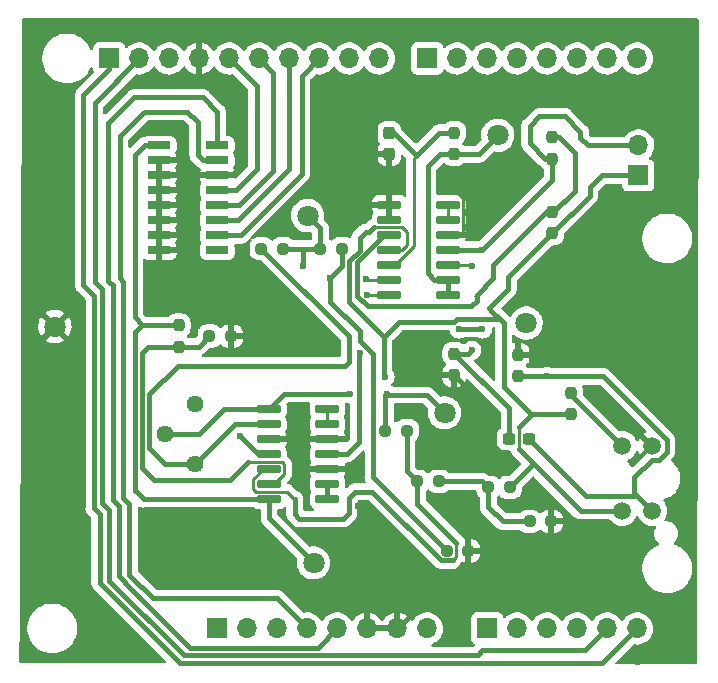
<source format=gtl>
%TF.GenerationSoftware,KiCad,Pcbnew,(6.0.7)*%
%TF.CreationDate,2023-02-07T21:03:53+01:00*%
%TF.ProjectId,002 ardu ino shield,30303220-6172-4647-9520-696e6f207368,rev?*%
%TF.SameCoordinates,Original*%
%TF.FileFunction,Copper,L1,Top*%
%TF.FilePolarity,Positive*%
%FSLAX46Y46*%
G04 Gerber Fmt 4.6, Leading zero omitted, Abs format (unit mm)*
G04 Created by KiCad (PCBNEW (6.0.7)) date 2023-02-07 21:03:53*
%MOMM*%
%LPD*%
G01*
G04 APERTURE LIST*
G04 Aperture macros list*
%AMRoundRect*
0 Rectangle with rounded corners*
0 $1 Rounding radius*
0 $2 $3 $4 $5 $6 $7 $8 $9 X,Y pos of 4 corners*
0 Add a 4 corners polygon primitive as box body*
4,1,4,$2,$3,$4,$5,$6,$7,$8,$9,$2,$3,0*
0 Add four circle primitives for the rounded corners*
1,1,$1+$1,$2,$3*
1,1,$1+$1,$4,$5*
1,1,$1+$1,$6,$7*
1,1,$1+$1,$8,$9*
0 Add four rect primitives between the rounded corners*
20,1,$1+$1,$2,$3,$4,$5,0*
20,1,$1+$1,$4,$5,$6,$7,0*
20,1,$1+$1,$6,$7,$8,$9,0*
20,1,$1+$1,$8,$9,$2,$3,0*%
G04 Aperture macros list end*
%TA.AperFunction,ComponentPad*%
%ADD10R,1.700000X1.700000*%
%TD*%
%TA.AperFunction,ComponentPad*%
%ADD11O,1.700000X1.700000*%
%TD*%
%TA.AperFunction,ComponentPad*%
%ADD12C,1.500000*%
%TD*%
%TA.AperFunction,SMDPad,CuDef*%
%ADD13RoundRect,0.237500X-0.250000X-0.237500X0.250000X-0.237500X0.250000X0.237500X-0.250000X0.237500X0*%
%TD*%
%TA.AperFunction,ComponentPad*%
%ADD14C,1.800000*%
%TD*%
%TA.AperFunction,SMDPad,CuDef*%
%ADD15RoundRect,0.042000X-0.908000X-0.258000X0.908000X-0.258000X0.908000X0.258000X-0.908000X0.258000X0*%
%TD*%
%TA.AperFunction,SMDPad,CuDef*%
%ADD16RoundRect,0.042000X-0.943000X-0.258000X0.943000X-0.258000X0.943000X0.258000X-0.943000X0.258000X0*%
%TD*%
%TA.AperFunction,SMDPad,CuDef*%
%ADD17RoundRect,0.237500X0.237500X-0.250000X0.237500X0.250000X-0.237500X0.250000X-0.237500X-0.250000X0*%
%TD*%
%TA.AperFunction,SMDPad,CuDef*%
%ADD18RoundRect,0.237500X0.250000X0.237500X-0.250000X0.237500X-0.250000X-0.237500X0.250000X-0.237500X0*%
%TD*%
%TA.AperFunction,SMDPad,CuDef*%
%ADD19RoundRect,0.237500X0.237500X-0.300000X0.237500X0.300000X-0.237500X0.300000X-0.237500X-0.300000X0*%
%TD*%
%TA.AperFunction,SMDPad,CuDef*%
%ADD20RoundRect,0.237500X-0.237500X0.250000X-0.237500X-0.250000X0.237500X-0.250000X0.237500X0.250000X0*%
%TD*%
%TA.AperFunction,ComponentPad*%
%ADD21C,1.440000*%
%TD*%
%TA.AperFunction,SMDPad,CuDef*%
%ADD22RoundRect,0.237500X0.300000X0.237500X-0.300000X0.237500X-0.300000X-0.237500X0.300000X-0.237500X0*%
%TD*%
%TA.AperFunction,ViaPad*%
%ADD23C,0.600000*%
%TD*%
%TA.AperFunction,Conductor*%
%ADD24C,0.400000*%
%TD*%
%TA.AperFunction,Conductor*%
%ADD25C,0.250000*%
%TD*%
G04 APERTURE END LIST*
D10*
X127940000Y-97460000D03*
D11*
X130480000Y-97460000D03*
X133020000Y-97460000D03*
X135560000Y-97460000D03*
X138100000Y-97460000D03*
X140640000Y-97460000D03*
X143180000Y-97460000D03*
X145720000Y-97460000D03*
D10*
X150800000Y-97460000D03*
D11*
X153340000Y-97460000D03*
X155880000Y-97460000D03*
X158420000Y-97460000D03*
X160960000Y-97460000D03*
X163500000Y-97460000D03*
D10*
X118796000Y-49200000D03*
D11*
X121336000Y-49200000D03*
X123876000Y-49200000D03*
X126416000Y-49200000D03*
X128956000Y-49200000D03*
X131496000Y-49200000D03*
X134036000Y-49200000D03*
X136576000Y-49200000D03*
X139116000Y-49200000D03*
X141656000Y-49200000D03*
D10*
X145720000Y-49200000D03*
D11*
X148260000Y-49200000D03*
X150800000Y-49200000D03*
X153340000Y-49200000D03*
X155880000Y-49200000D03*
X158420000Y-49200000D03*
X160960000Y-49200000D03*
X163500000Y-49200000D03*
D12*
X162230000Y-82010000D03*
X164770000Y-82010000D03*
X162230000Y-87510000D03*
X164770000Y-87510000D03*
D10*
X163600000Y-59100000D03*
D11*
X163600000Y-56560000D03*
D13*
X154387500Y-88400000D03*
X156212500Y-88400000D03*
D14*
X114200000Y-71900000D03*
X136100000Y-91900000D03*
X151700000Y-55700000D03*
D15*
X123045000Y-56555000D03*
X123045000Y-57825000D03*
X123045000Y-59095000D03*
X123045000Y-60365000D03*
X123045000Y-61635000D03*
X123045000Y-62905000D03*
X123045000Y-64175000D03*
X123045000Y-65445000D03*
X127955000Y-65445000D03*
X127955000Y-64175000D03*
X127955000Y-62905000D03*
X127955000Y-61635000D03*
X127955000Y-60365000D03*
X127955000Y-59095000D03*
X127955000Y-57825000D03*
X127955000Y-56555000D03*
D16*
X132325000Y-78890000D03*
X132325000Y-80160000D03*
X132325000Y-81430000D03*
X132325000Y-82700000D03*
X132325000Y-83970000D03*
X132325000Y-85240000D03*
X132325000Y-86510000D03*
X137275000Y-86510000D03*
X137275000Y-85240000D03*
X137275000Y-83970000D03*
X137275000Y-82700000D03*
X137275000Y-81430000D03*
X137275000Y-80160000D03*
X137275000Y-78890000D03*
D17*
X153400000Y-76112500D03*
X153400000Y-74287500D03*
D18*
X133512500Y-65300000D03*
X131687500Y-65300000D03*
D17*
X157900000Y-79312500D03*
X157900000Y-77487500D03*
D19*
X142500000Y-57262500D03*
X142500000Y-55537500D03*
D17*
X124700000Y-73612500D03*
X124700000Y-71787500D03*
D13*
X127287500Y-72700000D03*
X129112500Y-72700000D03*
D16*
X142525000Y-61590000D03*
X142525000Y-62860000D03*
X142525000Y-64130000D03*
X142525000Y-65400000D03*
X142525000Y-66670000D03*
X142525000Y-67940000D03*
X142525000Y-69210000D03*
X147475000Y-69210000D03*
X147475000Y-67940000D03*
X147475000Y-66670000D03*
X147475000Y-65400000D03*
X147475000Y-64130000D03*
X147475000Y-62860000D03*
X147475000Y-61590000D03*
D17*
X148000000Y-57312500D03*
X148000000Y-55487500D03*
D18*
X152712500Y-85500000D03*
X150887500Y-85500000D03*
D20*
X148000000Y-74187500D03*
X148000000Y-76012500D03*
D21*
X126100000Y-83500000D03*
X123560000Y-80960000D03*
X126100000Y-78420000D03*
D14*
X154100000Y-71600000D03*
D22*
X154362500Y-81400000D03*
X152637500Y-81400000D03*
D18*
X146712500Y-85000000D03*
X144887500Y-85000000D03*
X138512500Y-65300000D03*
X136687500Y-65300000D03*
D17*
X156300000Y-64012500D03*
X156300000Y-62187500D03*
D20*
X156300000Y-55887500D03*
X156300000Y-57712500D03*
D14*
X135600000Y-62500000D03*
D13*
X147387500Y-90900000D03*
X149212500Y-90900000D03*
D14*
X147200000Y-79200000D03*
D13*
X142187500Y-80700000D03*
X144012500Y-80700000D03*
D23*
X130100000Y-58200000D03*
X168400000Y-82900000D03*
X130900000Y-73800000D03*
X158800000Y-73700000D03*
X122100000Y-99900000D03*
X124700000Y-55700000D03*
X167500000Y-99500000D03*
X160400000Y-92300000D03*
X129100000Y-46700000D03*
X144600000Y-73500000D03*
X151600000Y-59300000D03*
X122900000Y-69800000D03*
X130200000Y-66800000D03*
X149500000Y-82100000D03*
X168300000Y-61900000D03*
X116900000Y-92600000D03*
X111800000Y-82700000D03*
X168000000Y-46300000D03*
X136400000Y-72200000D03*
X139900000Y-87100000D03*
X163600000Y-100300000D03*
X112100000Y-99700000D03*
X112100000Y-46500000D03*
X161500000Y-75500000D03*
X116500000Y-74000000D03*
X159800000Y-67900000D03*
X149600000Y-46500000D03*
X142500000Y-59300000D03*
X143400000Y-92400000D03*
X147100000Y-59300000D03*
X134800000Y-80500000D03*
X123600000Y-91800000D03*
X130600000Y-91400000D03*
X139300000Y-62300000D03*
X111900000Y-63800000D03*
X125300000Y-62000000D03*
X138800000Y-93700000D03*
X149512500Y-77525000D03*
X161500000Y-78500000D03*
X130700000Y-87600000D03*
X139800000Y-84000000D03*
X140900000Y-53000000D03*
X160600000Y-53600000D03*
X152400000Y-92100000D03*
X115100000Y-57200000D03*
X155887500Y-76112500D03*
X149500000Y-73900000D03*
X149500000Y-66800000D03*
X137500000Y-67800000D03*
X140500000Y-67900000D03*
X135200000Y-66800000D03*
X140600000Y-69200000D03*
X142300000Y-77600000D03*
X139200000Y-77600000D03*
X148400000Y-72100000D03*
X150400000Y-65400000D03*
X150400000Y-72100000D03*
X140000000Y-74100000D03*
X129900000Y-81200000D03*
X142150000Y-76150000D03*
D24*
X143300000Y-71500000D02*
X148010050Y-71500000D01*
X129205000Y-59095000D02*
X130100000Y-58200000D01*
X127955000Y-59095000D02*
X129205000Y-59095000D01*
D25*
X139800000Y-84000000D02*
X139770000Y-83970000D01*
D24*
X137275000Y-83970000D02*
X135170000Y-83970000D01*
D25*
X148785000Y-60985000D02*
X148785000Y-64015000D01*
X127539984Y-59095000D02*
X127955000Y-59095000D01*
D24*
X143180000Y-97460000D02*
X140640000Y-97460000D01*
X149212500Y-92587500D02*
X149212500Y-90900000D01*
X161500000Y-75500000D02*
X160300000Y-74300000D01*
X148700000Y-93100000D02*
X149212500Y-92587500D01*
D25*
X161500000Y-78740000D02*
X161500000Y-78500000D01*
D24*
X134830000Y-81430000D02*
X137275000Y-81430000D01*
D25*
X148785000Y-64015000D02*
X148670000Y-64130000D01*
D24*
X140640000Y-97460000D02*
X140640000Y-87840000D01*
X143180000Y-97460000D02*
X144355000Y-96285000D01*
D25*
X144355000Y-96285000D02*
X144515000Y-96285000D01*
D24*
X139770000Y-83970000D02*
X137275000Y-83970000D01*
X123045000Y-60365000D02*
X123045000Y-59095000D01*
D25*
X147100000Y-59300000D02*
X148785000Y-60985000D01*
D24*
X147700000Y-93100000D02*
X148700000Y-93100000D01*
X149512500Y-77525000D02*
X148000000Y-76012500D01*
X164770000Y-82010000D02*
X161500000Y-78740000D01*
X142500000Y-59300000D02*
X142500000Y-61565000D01*
D25*
X148670000Y-64130000D02*
X147475000Y-64130000D01*
D24*
X123045000Y-61635000D02*
X123045000Y-60365000D01*
X123045000Y-64175000D02*
X123045000Y-62905000D01*
X134830000Y-83630000D02*
X134830000Y-81430000D01*
X132325000Y-81430000D02*
X134830000Y-81430000D01*
X123045000Y-65445000D02*
X123045000Y-64175000D01*
X142500000Y-57262500D02*
X142500000Y-59300000D01*
D25*
X136570000Y-81430000D02*
X137275000Y-81430000D01*
X123120000Y-57900000D02*
X123045000Y-57825000D01*
X142500000Y-61565000D02*
X142525000Y-61590000D01*
D24*
X144515000Y-96285000D02*
X147700000Y-93100000D01*
X135170000Y-83970000D02*
X134830000Y-83630000D01*
X123045000Y-59095000D02*
X123045000Y-57825000D01*
X160300000Y-74300000D02*
X153412500Y-74300000D01*
X142525000Y-62860000D02*
X142525000Y-61590000D01*
X123045000Y-62905000D02*
X123045000Y-61635000D01*
X140640000Y-87840000D02*
X139900000Y-87100000D01*
D25*
X153412500Y-74300000D02*
X153400000Y-74287500D01*
D24*
X119100000Y-86600000D02*
X119100000Y-68400000D01*
X118700000Y-68000000D02*
X118700000Y-54700000D01*
X136460000Y-99100000D02*
X125600000Y-99100000D01*
X118700000Y-54700000D02*
X120900000Y-52500000D01*
X120100000Y-93500000D02*
X119600000Y-93000000D01*
X126736396Y-52500000D02*
X127955000Y-53718604D01*
X120100000Y-93600000D02*
X120100000Y-93500000D01*
X138100000Y-97460000D02*
X136460000Y-99100000D01*
X119600000Y-87100000D02*
X119100000Y-86600000D01*
X125600000Y-99100000D02*
X120100000Y-93600000D01*
X119600000Y-93000000D02*
X119600000Y-87100000D01*
X120900000Y-52500000D02*
X126736396Y-52500000D01*
X127955000Y-53718604D02*
X127955000Y-56555000D01*
X119100000Y-68400000D02*
X118700000Y-68000000D01*
X118200000Y-86800000D02*
X118200000Y-68700000D01*
X159120000Y-99300000D02*
X150400000Y-99300000D01*
X150400000Y-99300000D02*
X150000000Y-99700000D01*
X150000000Y-99700000D02*
X125100000Y-99700000D01*
X118800000Y-87400000D02*
X118200000Y-86800000D01*
X118200000Y-68700000D02*
X117600000Y-68100000D01*
X160960000Y-97460000D02*
X159120000Y-99300000D01*
X118800000Y-93400000D02*
X118800000Y-87400000D01*
X125100000Y-99700000D02*
X118800000Y-93400000D01*
X117600000Y-52936000D02*
X121336000Y-49200000D01*
X117600000Y-68100000D02*
X117600000Y-52936000D01*
X116600000Y-68400000D02*
X116600000Y-52300000D01*
X160560000Y-100400000D02*
X124800000Y-100400000D01*
X118000000Y-87800000D02*
X117500000Y-87300000D01*
X163500000Y-97460000D02*
X160560000Y-100400000D01*
X117500000Y-69300000D02*
X116600000Y-68400000D01*
X117500000Y-87300000D02*
X117500000Y-69300000D01*
X118796000Y-50104000D02*
X118796000Y-49200000D01*
X116600000Y-52300000D02*
X118796000Y-50104000D01*
X124800000Y-100400000D02*
X118000000Y-93600000D01*
X118000000Y-93600000D02*
X118000000Y-87800000D01*
X129535000Y-60365000D02*
X131300000Y-58600000D01*
X131300000Y-51544000D02*
X128956000Y-49200000D01*
X131300000Y-58600000D02*
X131300000Y-51544000D01*
X127955000Y-60365000D02*
X129535000Y-60365000D01*
X132700000Y-58700000D02*
X132700000Y-50404000D01*
X129765000Y-61635000D02*
X132700000Y-58700000D01*
X127955000Y-61635000D02*
X129765000Y-61635000D01*
X132700000Y-50404000D02*
X131496000Y-49200000D01*
X134036000Y-58564000D02*
X134036000Y-49200000D01*
X127955000Y-62905000D02*
X129695000Y-62905000D01*
X129695000Y-62905000D02*
X134036000Y-58564000D01*
X129925000Y-64175000D02*
X135100000Y-59000000D01*
X135100000Y-50676000D02*
X136576000Y-49200000D01*
X127955000Y-64175000D02*
X129925000Y-64175000D01*
X135100000Y-59000000D02*
X135100000Y-50676000D01*
D25*
X121800000Y-53700000D02*
X121700000Y-53800000D01*
X125400000Y-53700000D02*
X125200000Y-53700000D01*
D24*
X126200000Y-54500000D02*
X125400000Y-53700000D01*
X126300000Y-56900000D02*
X126300000Y-54600000D01*
X133000000Y-94900000D02*
X135560000Y-97460000D01*
X119700000Y-67800000D02*
X119700000Y-55800000D01*
X126700000Y-57800000D02*
X126300000Y-57400000D01*
X127514984Y-57800000D02*
X126700000Y-57800000D01*
X126300000Y-57400000D02*
X126300000Y-56900000D01*
X122500000Y-94900000D02*
X133000000Y-94900000D01*
D25*
X126300000Y-54600000D02*
X126200000Y-54500000D01*
D24*
X120500000Y-92900000D02*
X120500000Y-86900000D01*
D25*
X127539984Y-57825000D02*
X127955000Y-57825000D01*
D24*
X120000000Y-86400000D02*
X120000000Y-68100000D01*
X120500000Y-86900000D02*
X120000000Y-86400000D01*
X120000000Y-68100000D02*
X119700000Y-67800000D01*
X125200000Y-53700000D02*
X121800000Y-53700000D01*
D25*
X122400000Y-94900000D02*
X122500000Y-94900000D01*
D24*
X119700000Y-55800000D02*
X121700000Y-53800000D01*
D25*
X127539984Y-57825000D02*
X127514984Y-57800000D01*
D24*
X122500000Y-94900000D02*
X120500000Y-92900000D01*
X155887500Y-76112500D02*
X160641589Y-76112500D01*
X153400000Y-76112500D02*
X155887500Y-76112500D01*
X160641589Y-76112500D02*
X166000000Y-81470911D01*
X164779996Y-83160000D02*
X163264999Y-84674997D01*
X163264999Y-84674997D02*
X163264999Y-86135001D01*
X165340000Y-83160000D02*
X164779996Y-83160000D01*
X164770000Y-87510000D02*
X163395001Y-86135001D01*
X163339999Y-86210001D02*
X159172501Y-86210001D01*
X163264999Y-86135001D02*
X163339999Y-86210001D01*
D25*
X164770000Y-87510000D02*
X164807232Y-87547232D01*
D24*
X159172501Y-86210001D02*
X154362500Y-81400000D01*
X166000000Y-82500000D02*
X165340000Y-83160000D01*
X166000000Y-81470911D02*
X166000000Y-82500000D01*
D25*
X147475000Y-66670000D02*
X149370000Y-66670000D01*
D24*
X152637500Y-81400000D02*
X152637500Y-78825000D01*
X152637500Y-78825000D02*
X148000000Y-74187500D01*
X149212500Y-74187500D02*
X148000000Y-74187500D01*
X149500000Y-73900000D02*
X149212500Y-74187500D01*
D25*
X149370000Y-66670000D02*
X149500000Y-66800000D01*
D24*
X162230000Y-82010000D02*
X157900000Y-77680000D01*
D25*
X157900000Y-77680000D02*
X157900000Y-77487500D01*
D24*
X146340000Y-67940000D02*
X145800000Y-67400000D01*
D25*
X147475000Y-67940000D02*
X147024984Y-67940000D01*
D24*
X146787500Y-57312500D02*
X148000000Y-57312500D01*
X145800000Y-67400000D02*
X145800000Y-58300000D01*
D25*
X147475000Y-67940000D02*
X147960000Y-67940000D01*
D24*
X147475000Y-69210000D02*
X147475000Y-67940000D01*
D25*
X147535000Y-68000000D02*
X147475000Y-67940000D01*
D24*
X145800000Y-58300000D02*
X146787500Y-57312500D01*
X150087500Y-57312500D02*
X151700000Y-55700000D01*
D25*
X147687500Y-57312500D02*
X148000000Y-57312500D01*
D24*
X147475000Y-67940000D02*
X146340000Y-67940000D01*
X148000000Y-57312500D02*
X150087500Y-57312500D01*
D25*
X140540000Y-67940000D02*
X140500000Y-67900000D01*
D24*
X140000000Y-72300000D02*
X140000000Y-73100000D01*
X137500000Y-67800000D02*
X138512500Y-66787500D01*
X141122192Y-84634692D02*
X147387500Y-90900000D01*
D25*
X142525000Y-67940000D02*
X140540000Y-67940000D01*
D24*
X137500000Y-67800000D02*
X137500000Y-69800000D01*
X138512500Y-66787500D02*
X138512500Y-65300000D01*
X140000000Y-73100000D02*
X141122192Y-74222192D01*
D25*
X143260000Y-67940000D02*
X142525000Y-67940000D01*
D24*
X141122192Y-74222192D02*
X141122192Y-84634692D01*
X137500000Y-69800000D02*
X140000000Y-72300000D01*
D25*
X142525000Y-69210000D02*
X140610000Y-69210000D01*
X140610000Y-69210000D02*
X140600000Y-69200000D01*
D24*
X135200000Y-66800000D02*
X135200000Y-65400000D01*
X136687500Y-63587500D02*
X135600000Y-62500000D01*
X136687500Y-65300000D02*
X136687500Y-63587500D01*
X135300000Y-65300000D02*
X136687500Y-65300000D01*
X135200000Y-65400000D02*
X135300000Y-65300000D01*
X133512500Y-65300000D02*
X135300000Y-65300000D01*
X139100000Y-72712500D02*
X131687500Y-65300000D01*
X123500000Y-83500000D02*
X126100000Y-83500000D01*
X138800000Y-75200000D02*
X124600000Y-75200000D01*
X129440000Y-80160000D02*
X132325000Y-80160000D01*
X139100000Y-74900000D02*
X139100000Y-72712500D01*
X122200000Y-82200000D02*
X123500000Y-83500000D01*
X122200000Y-77600000D02*
X122200000Y-82200000D01*
X138800000Y-75200000D02*
X139100000Y-74900000D01*
X124600000Y-75200000D02*
X122200000Y-77600000D01*
X126100000Y-83500000D02*
X129440000Y-80160000D01*
X133615000Y-77600000D02*
X139200000Y-77600000D01*
X142187500Y-80700000D02*
X142187500Y-77712500D01*
D25*
X142187500Y-77712500D02*
X142300000Y-77600000D01*
D24*
X126440000Y-80960000D02*
X128510000Y-78890000D01*
X132325000Y-78890000D02*
X133615000Y-77600000D01*
X145700000Y-77700000D02*
X147200000Y-79200000D01*
X128510000Y-78890000D02*
X132325000Y-78890000D01*
X142200000Y-77700000D02*
X145700000Y-77700000D01*
D25*
X142187500Y-77712500D02*
X142200000Y-77700000D01*
D24*
X123560000Y-80960000D02*
X126440000Y-80960000D01*
D25*
X144600000Y-57600000D02*
X144750000Y-57450000D01*
X143030000Y-66670000D02*
X142525000Y-66670000D01*
X144750000Y-57413604D02*
X144750000Y-57450000D01*
D24*
X146712500Y-55487500D02*
X148000000Y-55487500D01*
D25*
X144600000Y-65045016D02*
X144600000Y-57600000D01*
D24*
X142873896Y-55537500D02*
X144750000Y-57413604D01*
D25*
X142525000Y-66670000D02*
X142975016Y-66670000D01*
D24*
X144750000Y-57450000D02*
X146712500Y-55487500D01*
D25*
X142975016Y-66670000D02*
X144600000Y-65045016D01*
X142500000Y-55537500D02*
X142873896Y-55537500D01*
D24*
X158700000Y-55900000D02*
X159360000Y-56560000D01*
X139912500Y-81687500D02*
X139912500Y-74100000D01*
X156300000Y-59500000D02*
X156300000Y-57712500D01*
X147475000Y-65400000D02*
X150400000Y-65400000D01*
X155712500Y-57712500D02*
X154400000Y-56400000D01*
X137275000Y-82700000D02*
X138900000Y-82700000D01*
X150400000Y-72100000D02*
X148400000Y-72100000D01*
X156300000Y-57712500D02*
X155712500Y-57712500D01*
X150400000Y-65400000D02*
X156300000Y-59500000D01*
X154400000Y-56400000D02*
X154400000Y-54900000D01*
X159360000Y-56560000D02*
X163600000Y-56560000D01*
X154400000Y-54900000D02*
X155200000Y-54100000D01*
D25*
X140000000Y-74100000D02*
X139912500Y-74100000D01*
D24*
X158700000Y-55400000D02*
X158700000Y-55900000D01*
X138900000Y-82700000D02*
X139912500Y-81687500D01*
X157400000Y-54100000D02*
X158700000Y-55400000D01*
X155200000Y-54100000D02*
X157400000Y-54100000D01*
D25*
X156300000Y-62187500D02*
X156412500Y-62187500D01*
D24*
X155812500Y-62187500D02*
X156300000Y-62187500D01*
X149900000Y-69700000D02*
X149900000Y-69200000D01*
X139800000Y-69283884D02*
X140716116Y-70200000D01*
X149400000Y-70200000D02*
X149900000Y-69700000D01*
X151300000Y-66700000D02*
X155812500Y-62187500D01*
X142074984Y-64130000D02*
X139800000Y-66404984D01*
D25*
X142074984Y-64130000D02*
X142525000Y-64130000D01*
D24*
X158200000Y-57200000D02*
X156887500Y-55887500D01*
X156887500Y-55887500D02*
X156300000Y-55887500D01*
X140716116Y-70200000D02*
X149400000Y-70200000D01*
X151300000Y-67800000D02*
X151300000Y-66700000D01*
X158200000Y-60400000D02*
X158200000Y-57200000D01*
X156412500Y-62187500D02*
X158200000Y-60400000D01*
X139800000Y-66404984D02*
X139800000Y-69283884D01*
D25*
X149800000Y-69300000D02*
X149900000Y-69200000D01*
D24*
X149900000Y-69200000D02*
X151300000Y-67800000D01*
D25*
X139620016Y-85865000D02*
X139620016Y-85885000D01*
X148200000Y-91370495D02*
X148200000Y-90200000D01*
D24*
X139100000Y-86385016D02*
X139620016Y-85865000D01*
X144887500Y-86887500D02*
X144887500Y-85000000D01*
D25*
X133400016Y-85865000D02*
X133865000Y-85865000D01*
D24*
X134900000Y-88200000D02*
X138600000Y-88200000D01*
X141069505Y-85865000D02*
X139620016Y-85865000D01*
D25*
X131000000Y-85635016D02*
X131000000Y-84844984D01*
X132325000Y-83970000D02*
X131874984Y-83970000D01*
D24*
X146904505Y-91700000D02*
X147870495Y-91700000D01*
X144012500Y-84125000D02*
X144012500Y-80700000D01*
D25*
X147870495Y-91700000D02*
X148200000Y-91370495D01*
X133400016Y-85865000D02*
X131229984Y-85865000D01*
D24*
X144887500Y-85000000D02*
X144012500Y-84125000D01*
X134500000Y-86500000D02*
X134500000Y-87800000D01*
X148200000Y-90200000D02*
X144887500Y-86887500D01*
X134500000Y-87800000D02*
X134900000Y-88200000D01*
X141069505Y-85865000D02*
X146904505Y-91700000D01*
D25*
X131229984Y-85865000D02*
X131000000Y-85635016D01*
X133865000Y-85865000D02*
X134400000Y-86400000D01*
D24*
X138600000Y-88200000D02*
X139100000Y-87700000D01*
X139100000Y-87700000D02*
X139100000Y-86385016D01*
D25*
X131000000Y-84844984D02*
X131874984Y-83970000D01*
X134400000Y-86400000D02*
X134500000Y-86500000D01*
X133635000Y-84380016D02*
X133635000Y-83559984D01*
D24*
X126375000Y-73612500D02*
X127287500Y-72700000D01*
X124700000Y-73612500D02*
X122087500Y-73612500D01*
X129000000Y-84900000D02*
X122600000Y-84900000D01*
X121600000Y-83900000D02*
X121600000Y-74100000D01*
X121600000Y-74100000D02*
X122087500Y-73612500D01*
X124700000Y-73612500D02*
X126375000Y-73612500D01*
D25*
X132775016Y-85240000D02*
X133635000Y-84380016D01*
X132325000Y-85240000D02*
X132775016Y-85240000D01*
X133400016Y-83325000D02*
X130575000Y-83325000D01*
D24*
X122600000Y-84900000D02*
X121600000Y-83900000D01*
X130575000Y-83325000D02*
X129000000Y-84900000D01*
D25*
X133635000Y-83559984D02*
X133400016Y-83325000D01*
D24*
X121795000Y-56555000D02*
X120950000Y-57400000D01*
X121050000Y-85850000D02*
X121000000Y-85800000D01*
D25*
X123460016Y-56555000D02*
X123045000Y-56555000D01*
D24*
X123045000Y-56555000D02*
X121795000Y-56555000D01*
X121612500Y-71787500D02*
X124700000Y-71787500D01*
X123590000Y-86510000D02*
X121710000Y-86510000D01*
X132325000Y-86510000D02*
X123590000Y-86510000D01*
X121710000Y-86510000D02*
X121050000Y-85850000D01*
X121000000Y-72400000D02*
X121612500Y-71787500D01*
D25*
X123590000Y-86510000D02*
X123310000Y-86510000D01*
D24*
X121000000Y-85800000D02*
X121000000Y-72400000D01*
X120950000Y-71125000D02*
X121612500Y-71787500D01*
X132325000Y-88125000D02*
X136100000Y-91900000D01*
X120950000Y-57400000D02*
X120950000Y-71125000D01*
X132325000Y-86510000D02*
X132325000Y-88125000D01*
D25*
X147475000Y-62860000D02*
X147475000Y-61590000D01*
D24*
X137275000Y-86510000D02*
X137275000Y-85240000D01*
D25*
X137275000Y-80160000D02*
X137275000Y-78890000D01*
D24*
X153500000Y-80400000D02*
X154587500Y-79312500D01*
X154750000Y-83550000D02*
X158710000Y-87510000D01*
D25*
X132325000Y-82700000D02*
X131400000Y-82700000D01*
X144000000Y-63884984D02*
X143615016Y-63500000D01*
D24*
X156300000Y-64012500D02*
X159500000Y-60812500D01*
X151850000Y-71250000D02*
X152200000Y-71600000D01*
D25*
X154662500Y-83550000D02*
X154750000Y-83550000D01*
D24*
X152600000Y-67712500D02*
X152600000Y-68700000D01*
X156300000Y-64012500D02*
X152600000Y-67712500D01*
X140500000Y-63900000D02*
X140000000Y-64400000D01*
X158710000Y-87510000D02*
X159139505Y-87510000D01*
X139100000Y-69800000D02*
X142050000Y-72750000D01*
X159500000Y-60812500D02*
X159500000Y-60100000D01*
D25*
X153500000Y-82300000D02*
X153500000Y-80400000D01*
D24*
X151850000Y-71250000D02*
X148260050Y-71250000D01*
X155117005Y-79312500D02*
X157900000Y-79312500D01*
X143300000Y-71500000D02*
X142050000Y-72750000D01*
X140000000Y-64400000D02*
X140000000Y-65462522D01*
X142050000Y-72750000D02*
X142050000Y-76050000D01*
X153500000Y-82300000D02*
X154750000Y-83550000D01*
X152600000Y-68700000D02*
X150950000Y-70350000D01*
X150950000Y-70350000D02*
X151250000Y-70650000D01*
X151250000Y-70650000D02*
X151850000Y-71250000D01*
X131400000Y-82700000D02*
X129900000Y-81200000D01*
X154587500Y-79312500D02*
X155117005Y-79312500D01*
X159500000Y-60100000D02*
X160500000Y-59100000D01*
D25*
X142050000Y-76050000D02*
X142150000Y-76150000D01*
X144000000Y-65000000D02*
X144000000Y-63884984D01*
D24*
X152200000Y-71600000D02*
X152200000Y-77000000D01*
D25*
X143615016Y-63500000D02*
X141200000Y-63500000D01*
D24*
X162230000Y-87510000D02*
X159139505Y-87510000D01*
D25*
X154512500Y-79312500D02*
X154587500Y-79312500D01*
D24*
X139100000Y-66362522D02*
X139100000Y-69800000D01*
X148260050Y-71250000D02*
X148010050Y-71500000D01*
X152712500Y-85500000D02*
X154662500Y-83550000D01*
D25*
X142525000Y-65400000D02*
X143600000Y-65400000D01*
D24*
X140000000Y-65462522D02*
X139100000Y-66362522D01*
X152200000Y-77000000D02*
X154512500Y-79312500D01*
X160500000Y-59100000D02*
X163600000Y-59100000D01*
X141200000Y-63500000D02*
X140800000Y-63900000D01*
X140800000Y-63900000D02*
X140500000Y-63900000D01*
D25*
X143600000Y-65400000D02*
X144000000Y-65000000D01*
D24*
X146712500Y-85000000D02*
X150387500Y-85000000D01*
X150887500Y-87187500D02*
X150887500Y-85500000D01*
X150387500Y-85000000D02*
X150887500Y-85500000D01*
X154387500Y-88400000D02*
X152100000Y-88400000D01*
X152100000Y-88400000D02*
X150887500Y-87187500D01*
%TA.AperFunction,Conductor*%
G36*
X168641890Y-45820002D02*
G01*
X168688383Y-45873658D01*
X168699769Y-45926230D01*
X168600230Y-100374011D01*
X168580103Y-100442095D01*
X168526363Y-100488490D01*
X168474012Y-100499781D01*
X161777824Y-100488115D01*
X161709740Y-100467994D01*
X161663340Y-100414258D01*
X161653359Y-100343966D01*
X161682964Y-100279437D01*
X161688950Y-100273020D01*
X163132684Y-98829286D01*
X163194996Y-98795260D01*
X163246896Y-98794910D01*
X163338597Y-98813567D01*
X163343772Y-98813757D01*
X163343774Y-98813757D01*
X163556673Y-98821564D01*
X163556677Y-98821564D01*
X163561837Y-98821753D01*
X163566957Y-98821097D01*
X163566959Y-98821097D01*
X163778288Y-98794025D01*
X163778289Y-98794025D01*
X163783416Y-98793368D01*
X163823264Y-98781413D01*
X163992429Y-98730661D01*
X163992434Y-98730659D01*
X163997384Y-98729174D01*
X164197994Y-98630896D01*
X164379860Y-98501173D01*
X164538096Y-98343489D01*
X164594137Y-98265500D01*
X164665435Y-98166277D01*
X164668453Y-98162077D01*
X164673979Y-98150897D01*
X164765136Y-97966453D01*
X164765137Y-97966451D01*
X164767430Y-97961811D01*
X164832370Y-97748069D01*
X164861529Y-97526590D01*
X164863156Y-97460000D01*
X164844852Y-97237361D01*
X164790431Y-97020702D01*
X164701354Y-96815840D01*
X164580014Y-96628277D01*
X164429670Y-96463051D01*
X164425619Y-96459852D01*
X164425615Y-96459848D01*
X164258414Y-96327800D01*
X164258410Y-96327798D01*
X164254359Y-96324598D01*
X164218028Y-96304542D01*
X164202136Y-96295769D01*
X164058789Y-96216638D01*
X164053920Y-96214914D01*
X164053916Y-96214912D01*
X163853087Y-96143795D01*
X163853083Y-96143794D01*
X163848212Y-96142069D01*
X163843119Y-96141162D01*
X163843116Y-96141161D01*
X163633373Y-96103800D01*
X163633367Y-96103799D01*
X163628284Y-96102894D01*
X163554452Y-96101992D01*
X163410081Y-96100228D01*
X163410079Y-96100228D01*
X163404911Y-96100165D01*
X163184091Y-96133955D01*
X162971756Y-96203357D01*
X162773607Y-96306507D01*
X162769474Y-96309610D01*
X162769471Y-96309612D01*
X162599100Y-96437530D01*
X162594965Y-96440635D01*
X162591393Y-96444373D01*
X162483729Y-96557037D01*
X162440629Y-96602138D01*
X162333201Y-96759621D01*
X162278293Y-96804621D01*
X162207768Y-96812792D01*
X162144021Y-96781538D01*
X162123324Y-96757054D01*
X162042822Y-96632617D01*
X162042820Y-96632614D01*
X162040014Y-96628277D01*
X161889670Y-96463051D01*
X161885619Y-96459852D01*
X161885615Y-96459848D01*
X161718414Y-96327800D01*
X161718410Y-96327798D01*
X161714359Y-96324598D01*
X161678028Y-96304542D01*
X161662136Y-96295769D01*
X161518789Y-96216638D01*
X161513920Y-96214914D01*
X161513916Y-96214912D01*
X161313087Y-96143795D01*
X161313083Y-96143794D01*
X161308212Y-96142069D01*
X161303119Y-96141162D01*
X161303116Y-96141161D01*
X161093373Y-96103800D01*
X161093367Y-96103799D01*
X161088284Y-96102894D01*
X161014452Y-96101992D01*
X160870081Y-96100228D01*
X160870079Y-96100228D01*
X160864911Y-96100165D01*
X160644091Y-96133955D01*
X160431756Y-96203357D01*
X160233607Y-96306507D01*
X160229474Y-96309610D01*
X160229471Y-96309612D01*
X160059100Y-96437530D01*
X160054965Y-96440635D01*
X160051393Y-96444373D01*
X159943729Y-96557037D01*
X159900629Y-96602138D01*
X159793201Y-96759621D01*
X159738293Y-96804621D01*
X159667768Y-96812792D01*
X159604021Y-96781538D01*
X159583324Y-96757054D01*
X159502822Y-96632617D01*
X159502820Y-96632614D01*
X159500014Y-96628277D01*
X159349670Y-96463051D01*
X159345619Y-96459852D01*
X159345615Y-96459848D01*
X159178414Y-96327800D01*
X159178410Y-96327798D01*
X159174359Y-96324598D01*
X159138028Y-96304542D01*
X159122136Y-96295769D01*
X158978789Y-96216638D01*
X158973920Y-96214914D01*
X158973916Y-96214912D01*
X158773087Y-96143795D01*
X158773083Y-96143794D01*
X158768212Y-96142069D01*
X158763119Y-96141162D01*
X158763116Y-96141161D01*
X158553373Y-96103800D01*
X158553367Y-96103799D01*
X158548284Y-96102894D01*
X158474452Y-96101992D01*
X158330081Y-96100228D01*
X158330079Y-96100228D01*
X158324911Y-96100165D01*
X158104091Y-96133955D01*
X157891756Y-96203357D01*
X157693607Y-96306507D01*
X157689474Y-96309610D01*
X157689471Y-96309612D01*
X157519100Y-96437530D01*
X157514965Y-96440635D01*
X157511393Y-96444373D01*
X157403729Y-96557037D01*
X157360629Y-96602138D01*
X157253201Y-96759621D01*
X157198293Y-96804621D01*
X157127768Y-96812792D01*
X157064021Y-96781538D01*
X157043324Y-96757054D01*
X156962822Y-96632617D01*
X156962820Y-96632614D01*
X156960014Y-96628277D01*
X156809670Y-96463051D01*
X156805619Y-96459852D01*
X156805615Y-96459848D01*
X156638414Y-96327800D01*
X156638410Y-96327798D01*
X156634359Y-96324598D01*
X156598028Y-96304542D01*
X156582136Y-96295769D01*
X156438789Y-96216638D01*
X156433920Y-96214914D01*
X156433916Y-96214912D01*
X156233087Y-96143795D01*
X156233083Y-96143794D01*
X156228212Y-96142069D01*
X156223119Y-96141162D01*
X156223116Y-96141161D01*
X156013373Y-96103800D01*
X156013367Y-96103799D01*
X156008284Y-96102894D01*
X155934452Y-96101992D01*
X155790081Y-96100228D01*
X155790079Y-96100228D01*
X155784911Y-96100165D01*
X155564091Y-96133955D01*
X155351756Y-96203357D01*
X155153607Y-96306507D01*
X155149474Y-96309610D01*
X155149471Y-96309612D01*
X154979100Y-96437530D01*
X154974965Y-96440635D01*
X154971393Y-96444373D01*
X154863729Y-96557037D01*
X154820629Y-96602138D01*
X154713201Y-96759621D01*
X154658293Y-96804621D01*
X154587768Y-96812792D01*
X154524021Y-96781538D01*
X154503324Y-96757054D01*
X154422822Y-96632617D01*
X154422820Y-96632614D01*
X154420014Y-96628277D01*
X154269670Y-96463051D01*
X154265619Y-96459852D01*
X154265615Y-96459848D01*
X154098414Y-96327800D01*
X154098410Y-96327798D01*
X154094359Y-96324598D01*
X154058028Y-96304542D01*
X154042136Y-96295769D01*
X153898789Y-96216638D01*
X153893920Y-96214914D01*
X153893916Y-96214912D01*
X153693087Y-96143795D01*
X153693083Y-96143794D01*
X153688212Y-96142069D01*
X153683119Y-96141162D01*
X153683116Y-96141161D01*
X153473373Y-96103800D01*
X153473367Y-96103799D01*
X153468284Y-96102894D01*
X153394452Y-96101992D01*
X153250081Y-96100228D01*
X153250079Y-96100228D01*
X153244911Y-96100165D01*
X153024091Y-96133955D01*
X152811756Y-96203357D01*
X152613607Y-96306507D01*
X152609474Y-96309610D01*
X152609471Y-96309612D01*
X152439100Y-96437530D01*
X152434965Y-96440635D01*
X152378537Y-96499684D01*
X152354283Y-96525064D01*
X152292759Y-96560494D01*
X152221846Y-96557037D01*
X152164060Y-96515791D01*
X152145207Y-96482243D01*
X152103767Y-96371703D01*
X152100615Y-96363295D01*
X152013261Y-96246739D01*
X151896705Y-96159385D01*
X151760316Y-96108255D01*
X151698134Y-96101500D01*
X149901866Y-96101500D01*
X149839684Y-96108255D01*
X149703295Y-96159385D01*
X149586739Y-96246739D01*
X149499385Y-96363295D01*
X149448255Y-96499684D01*
X149441500Y-96561866D01*
X149441500Y-98358134D01*
X149448255Y-98420316D01*
X149499385Y-98556705D01*
X149586739Y-98673261D01*
X149610650Y-98691181D01*
X149703295Y-98760615D01*
X149702429Y-98761771D01*
X149745798Y-98805237D01*
X149760813Y-98874628D01*
X149735929Y-98941120D01*
X149679046Y-98983604D01*
X149635144Y-98991500D01*
X146201462Y-98991500D01*
X146133341Y-98971498D01*
X146086848Y-98917842D01*
X146076744Y-98847568D01*
X146106238Y-98782988D01*
X146165254Y-98744815D01*
X146212418Y-98730665D01*
X146212430Y-98730660D01*
X146217384Y-98729174D01*
X146417994Y-98630896D01*
X146599860Y-98501173D01*
X146758096Y-98343489D01*
X146814137Y-98265500D01*
X146885435Y-98166277D01*
X146888453Y-98162077D01*
X146893979Y-98150897D01*
X146985136Y-97966453D01*
X146985137Y-97966451D01*
X146987430Y-97961811D01*
X147052370Y-97748069D01*
X147081529Y-97526590D01*
X147083156Y-97460000D01*
X147064852Y-97237361D01*
X147010431Y-97020702D01*
X146921354Y-96815840D01*
X146800014Y-96628277D01*
X146649670Y-96463051D01*
X146645619Y-96459852D01*
X146645615Y-96459848D01*
X146478414Y-96327800D01*
X146478410Y-96327798D01*
X146474359Y-96324598D01*
X146438028Y-96304542D01*
X146422136Y-96295769D01*
X146278789Y-96216638D01*
X146273920Y-96214914D01*
X146273916Y-96214912D01*
X146073087Y-96143795D01*
X146073083Y-96143794D01*
X146068212Y-96142069D01*
X146063119Y-96141162D01*
X146063116Y-96141161D01*
X145853373Y-96103800D01*
X145853367Y-96103799D01*
X145848284Y-96102894D01*
X145774452Y-96101992D01*
X145630081Y-96100228D01*
X145630079Y-96100228D01*
X145624911Y-96100165D01*
X145404091Y-96133955D01*
X145191756Y-96203357D01*
X144993607Y-96306507D01*
X144989474Y-96309610D01*
X144989471Y-96309612D01*
X144819100Y-96437530D01*
X144814965Y-96440635D01*
X144811393Y-96444373D01*
X144703729Y-96557037D01*
X144660629Y-96602138D01*
X144657720Y-96606403D01*
X144657714Y-96606411D01*
X144645404Y-96624457D01*
X144553204Y-96759618D01*
X144552898Y-96760066D01*
X144497987Y-96805069D01*
X144427462Y-96813240D01*
X144363715Y-96781986D01*
X144343018Y-96757502D01*
X144262426Y-96632926D01*
X144256136Y-96624757D01*
X144112806Y-96467240D01*
X144105273Y-96460215D01*
X143938139Y-96328222D01*
X143929552Y-96322517D01*
X143743117Y-96219599D01*
X143733705Y-96215369D01*
X143532959Y-96144280D01*
X143522988Y-96141646D01*
X143451837Y-96128972D01*
X143438540Y-96130432D01*
X143434000Y-96144989D01*
X143434000Y-97588000D01*
X143413998Y-97656121D01*
X143360342Y-97702614D01*
X143308000Y-97714000D01*
X140512000Y-97714000D01*
X140443879Y-97693998D01*
X140397386Y-97640342D01*
X140386000Y-97588000D01*
X140386000Y-97187885D01*
X140894000Y-97187885D01*
X140898475Y-97203124D01*
X140899865Y-97204329D01*
X140907548Y-97206000D01*
X142907885Y-97206000D01*
X142923124Y-97201525D01*
X142924329Y-97200135D01*
X142926000Y-97192452D01*
X142926000Y-96143102D01*
X142922082Y-96129758D01*
X142907806Y-96127771D01*
X142869324Y-96133660D01*
X142859288Y-96136051D01*
X142656868Y-96202212D01*
X142647359Y-96206209D01*
X142458463Y-96304542D01*
X142449738Y-96310036D01*
X142279433Y-96437905D01*
X142271726Y-96444748D01*
X142124590Y-96598717D01*
X142118104Y-96606727D01*
X142013193Y-96760521D01*
X141958282Y-96805524D01*
X141887757Y-96813695D01*
X141824010Y-96782441D01*
X141803313Y-96757957D01*
X141722427Y-96632926D01*
X141716136Y-96624757D01*
X141572806Y-96467240D01*
X141565273Y-96460215D01*
X141398139Y-96328222D01*
X141389552Y-96322517D01*
X141203117Y-96219599D01*
X141193705Y-96215369D01*
X140992959Y-96144280D01*
X140982988Y-96141646D01*
X140911837Y-96128972D01*
X140898540Y-96130432D01*
X140894000Y-96144989D01*
X140894000Y-97187885D01*
X140386000Y-97187885D01*
X140386000Y-96143102D01*
X140382082Y-96129758D01*
X140367806Y-96127771D01*
X140329324Y-96133660D01*
X140319288Y-96136051D01*
X140116868Y-96202212D01*
X140107359Y-96206209D01*
X139918463Y-96304542D01*
X139909738Y-96310036D01*
X139739433Y-96437905D01*
X139731726Y-96444748D01*
X139584590Y-96598717D01*
X139578109Y-96606722D01*
X139473498Y-96760074D01*
X139418587Y-96805076D01*
X139348062Y-96813247D01*
X139284315Y-96781993D01*
X139263618Y-96757509D01*
X139182822Y-96632617D01*
X139182820Y-96632614D01*
X139180014Y-96628277D01*
X139029670Y-96463051D01*
X139025619Y-96459852D01*
X139025615Y-96459848D01*
X138858414Y-96327800D01*
X138858410Y-96327798D01*
X138854359Y-96324598D01*
X138818028Y-96304542D01*
X138802136Y-96295769D01*
X138658789Y-96216638D01*
X138653920Y-96214914D01*
X138653916Y-96214912D01*
X138453087Y-96143795D01*
X138453083Y-96143794D01*
X138448212Y-96142069D01*
X138443119Y-96141162D01*
X138443116Y-96141161D01*
X138233373Y-96103800D01*
X138233367Y-96103799D01*
X138228284Y-96102894D01*
X138154452Y-96101992D01*
X138010081Y-96100228D01*
X138010079Y-96100228D01*
X138004911Y-96100165D01*
X137784091Y-96133955D01*
X137571756Y-96203357D01*
X137373607Y-96306507D01*
X137369474Y-96309610D01*
X137369471Y-96309612D01*
X137199100Y-96437530D01*
X137194965Y-96440635D01*
X137191393Y-96444373D01*
X137083729Y-96557037D01*
X137040629Y-96602138D01*
X136933201Y-96759621D01*
X136878293Y-96804621D01*
X136807768Y-96812792D01*
X136744021Y-96781538D01*
X136723324Y-96757054D01*
X136642822Y-96632617D01*
X136642820Y-96632614D01*
X136640014Y-96628277D01*
X136489670Y-96463051D01*
X136485619Y-96459852D01*
X136485615Y-96459848D01*
X136318414Y-96327800D01*
X136318410Y-96327798D01*
X136314359Y-96324598D01*
X136278028Y-96304542D01*
X136262136Y-96295769D01*
X136118789Y-96216638D01*
X136113920Y-96214914D01*
X136113916Y-96214912D01*
X135913087Y-96143795D01*
X135913083Y-96143794D01*
X135908212Y-96142069D01*
X135903119Y-96141162D01*
X135903116Y-96141161D01*
X135693373Y-96103800D01*
X135693367Y-96103799D01*
X135688284Y-96102894D01*
X135614452Y-96101992D01*
X135470081Y-96100228D01*
X135470079Y-96100228D01*
X135464911Y-96100165D01*
X135300059Y-96125391D01*
X135229698Y-96115923D01*
X135191906Y-96089936D01*
X133521450Y-94419480D01*
X133515596Y-94413215D01*
X133511078Y-94408036D01*
X133477561Y-94369615D01*
X133425280Y-94332871D01*
X133419986Y-94328939D01*
X133375693Y-94294209D01*
X133369718Y-94289524D01*
X133362802Y-94286401D01*
X133360516Y-94285017D01*
X133345835Y-94276643D01*
X133343475Y-94275378D01*
X133337261Y-94271010D01*
X133330182Y-94268250D01*
X133330180Y-94268249D01*
X133277725Y-94247798D01*
X133271656Y-94245247D01*
X133213427Y-94218955D01*
X133205960Y-94217571D01*
X133203405Y-94216770D01*
X133187152Y-94212141D01*
X133184572Y-94211478D01*
X133177491Y-94208718D01*
X133169960Y-94207727D01*
X133169958Y-94207726D01*
X133140339Y-94203827D01*
X133114139Y-94200378D01*
X133107641Y-94199348D01*
X133044814Y-94187704D01*
X133037234Y-94188141D01*
X133037233Y-94188141D01*
X132982608Y-94191291D01*
X132975354Y-94191500D01*
X122845660Y-94191500D01*
X122777539Y-94171498D01*
X122756565Y-94154595D01*
X121245405Y-92643435D01*
X121211379Y-92581123D01*
X121208500Y-92554340D01*
X121208500Y-87259319D01*
X121228502Y-87191198D01*
X121282158Y-87144705D01*
X121352432Y-87134601D01*
X121380269Y-87141926D01*
X121432275Y-87162202D01*
X121438344Y-87164753D01*
X121496573Y-87191045D01*
X121504040Y-87192429D01*
X121506595Y-87193230D01*
X121522848Y-87197859D01*
X121525428Y-87198522D01*
X121532509Y-87201282D01*
X121540040Y-87202273D01*
X121540042Y-87202274D01*
X121569661Y-87206173D01*
X121595861Y-87209622D01*
X121602359Y-87210652D01*
X121665186Y-87222296D01*
X121672766Y-87221859D01*
X121672767Y-87221859D01*
X121727392Y-87218709D01*
X121734646Y-87218500D01*
X131022530Y-87218500D01*
X131090651Y-87238502D01*
X131098706Y-87244134D01*
X131109217Y-87252113D01*
X131170297Y-87276296D01*
X131241923Y-87304655D01*
X131241925Y-87304656D01*
X131249453Y-87307636D01*
X131339228Y-87318500D01*
X131490500Y-87318500D01*
X131558621Y-87338502D01*
X131605114Y-87392158D01*
X131616500Y-87444500D01*
X131616500Y-88096088D01*
X131616208Y-88104658D01*
X131612838Y-88154097D01*
X131612275Y-88162352D01*
X131622220Y-88219332D01*
X131623261Y-88225299D01*
X131624223Y-88231821D01*
X131631898Y-88295242D01*
X131634581Y-88302342D01*
X131635219Y-88304941D01*
X131639685Y-88321264D01*
X131640451Y-88323802D01*
X131641757Y-88331284D01*
X131644811Y-88338241D01*
X131667442Y-88389795D01*
X131669933Y-88395899D01*
X131692513Y-88455656D01*
X131696817Y-88461919D01*
X131698054Y-88464285D01*
X131706299Y-88479097D01*
X131707632Y-88481351D01*
X131710685Y-88488305D01*
X131715307Y-88494328D01*
X131749579Y-88538991D01*
X131753459Y-88544332D01*
X131785339Y-88590720D01*
X131785344Y-88590725D01*
X131789643Y-88596981D01*
X131795313Y-88602032D01*
X131795314Y-88602034D01*
X131836170Y-88638435D01*
X131841446Y-88643416D01*
X134686125Y-91488096D01*
X134720151Y-91550408D01*
X134718447Y-91610865D01*
X134711707Y-91635169D01*
X134687095Y-91865469D01*
X134687392Y-91870622D01*
X134687392Y-91870625D01*
X134692921Y-91966522D01*
X134700427Y-92096697D01*
X134701564Y-92101743D01*
X134701565Y-92101749D01*
X134728432Y-92220964D01*
X134751346Y-92322642D01*
X134753288Y-92327424D01*
X134753289Y-92327428D01*
X134836540Y-92532450D01*
X134838484Y-92537237D01*
X134959501Y-92734719D01*
X135111147Y-92909784D01*
X135289349Y-93057730D01*
X135489322Y-93174584D01*
X135705694Y-93257209D01*
X135710760Y-93258240D01*
X135710761Y-93258240D01*
X135763846Y-93269040D01*
X135932656Y-93303385D01*
X136063324Y-93308176D01*
X136158949Y-93311683D01*
X136158953Y-93311683D01*
X136164113Y-93311872D01*
X136169233Y-93311216D01*
X136169235Y-93311216D01*
X136242270Y-93301860D01*
X136393847Y-93282442D01*
X136398795Y-93280957D01*
X136398802Y-93280956D01*
X136610747Y-93217369D01*
X136615690Y-93215886D01*
X136696236Y-93176427D01*
X136819049Y-93116262D01*
X136819052Y-93116260D01*
X136823684Y-93113991D01*
X137012243Y-92979494D01*
X137176303Y-92816005D01*
X137311458Y-92627917D01*
X137355386Y-92539036D01*
X137411784Y-92424922D01*
X137411785Y-92424920D01*
X137414078Y-92420280D01*
X137481408Y-92198671D01*
X137511640Y-91969041D01*
X137513327Y-91900000D01*
X137500651Y-91745816D01*
X137494773Y-91674318D01*
X137494772Y-91674312D01*
X137494349Y-91669167D01*
X137448867Y-91488096D01*
X137439184Y-91449544D01*
X137439183Y-91449540D01*
X137437925Y-91444533D01*
X137427409Y-91420347D01*
X137347630Y-91236868D01*
X137347628Y-91236865D01*
X137345570Y-91232131D01*
X137219764Y-91037665D01*
X137063887Y-90866358D01*
X137059836Y-90863159D01*
X137059832Y-90863155D01*
X136886177Y-90726011D01*
X136886172Y-90726008D01*
X136882123Y-90722810D01*
X136877607Y-90720317D01*
X136877604Y-90720315D01*
X136683879Y-90613373D01*
X136683875Y-90613371D01*
X136679355Y-90610876D01*
X136674486Y-90609152D01*
X136674482Y-90609150D01*
X136465903Y-90535288D01*
X136465899Y-90535287D01*
X136461028Y-90533562D01*
X136455935Y-90532655D01*
X136455932Y-90532654D01*
X136238095Y-90493851D01*
X136238089Y-90493850D01*
X136233006Y-90492945D01*
X136160096Y-90492054D01*
X136006581Y-90490179D01*
X136006579Y-90490179D01*
X136001411Y-90490116D01*
X135796187Y-90521520D01*
X135725827Y-90512052D01*
X135688035Y-90486065D01*
X133070405Y-87868435D01*
X133036379Y-87806123D01*
X133033500Y-87779340D01*
X133033500Y-87444500D01*
X133053502Y-87376379D01*
X133107158Y-87329886D01*
X133159500Y-87318500D01*
X133310772Y-87318500D01*
X133400547Y-87307636D01*
X133408075Y-87304656D01*
X133408077Y-87304655D01*
X133477168Y-87277300D01*
X133540783Y-87252113D01*
X133547625Y-87246920D01*
X133547628Y-87246918D01*
X133589320Y-87215272D01*
X133655673Y-87190018D01*
X133725146Y-87204646D01*
X133775682Y-87254512D01*
X133791500Y-87315634D01*
X133791500Y-87771088D01*
X133791208Y-87779658D01*
X133787275Y-87837352D01*
X133788580Y-87844829D01*
X133788580Y-87844830D01*
X133798261Y-87900299D01*
X133799223Y-87906821D01*
X133806898Y-87970242D01*
X133809581Y-87977343D01*
X133810222Y-87979952D01*
X133814685Y-87996262D01*
X133815450Y-87998798D01*
X133816757Y-88006284D01*
X133831727Y-88040385D01*
X133842442Y-88064795D01*
X133844933Y-88070899D01*
X133867513Y-88130656D01*
X133871817Y-88136919D01*
X133873054Y-88139285D01*
X133881299Y-88154097D01*
X133882632Y-88156351D01*
X133885685Y-88163305D01*
X133922018Y-88210653D01*
X133924579Y-88213991D01*
X133928459Y-88219332D01*
X133960339Y-88265720D01*
X133960344Y-88265725D01*
X133964643Y-88271981D01*
X133970310Y-88277030D01*
X133970316Y-88277037D01*
X134011179Y-88313444D01*
X134016455Y-88318425D01*
X134378556Y-88680526D01*
X134384410Y-88686791D01*
X134422439Y-88730385D01*
X134474729Y-88767136D01*
X134479971Y-88771028D01*
X134530282Y-88810476D01*
X134537201Y-88813600D01*
X134539493Y-88814988D01*
X134554165Y-88823357D01*
X134556525Y-88824622D01*
X134562739Y-88828990D01*
X134569818Y-88831750D01*
X134569820Y-88831751D01*
X134622275Y-88852202D01*
X134628344Y-88854753D01*
X134686573Y-88881045D01*
X134694046Y-88882430D01*
X134696612Y-88883234D01*
X134712835Y-88887855D01*
X134715427Y-88888520D01*
X134722509Y-88891282D01*
X134730044Y-88892274D01*
X134785861Y-88899622D01*
X134792377Y-88900654D01*
X134830770Y-88907770D01*
X134855186Y-88912295D01*
X134862766Y-88911858D01*
X134862767Y-88911858D01*
X134917380Y-88908709D01*
X134924633Y-88908500D01*
X138571088Y-88908500D01*
X138579658Y-88908792D01*
X138629776Y-88912209D01*
X138629780Y-88912209D01*
X138637352Y-88912725D01*
X138644829Y-88911420D01*
X138644830Y-88911420D01*
X138671308Y-88906799D01*
X138700303Y-88901738D01*
X138706821Y-88900777D01*
X138770242Y-88893102D01*
X138777343Y-88890419D01*
X138779952Y-88889778D01*
X138796262Y-88885315D01*
X138798798Y-88884550D01*
X138806284Y-88883243D01*
X138864800Y-88857556D01*
X138870904Y-88855065D01*
X138923548Y-88835173D01*
X138923549Y-88835172D01*
X138930656Y-88832487D01*
X138936919Y-88828183D01*
X138939285Y-88826946D01*
X138954097Y-88818701D01*
X138956351Y-88817368D01*
X138963305Y-88814315D01*
X139014002Y-88775413D01*
X139019332Y-88771541D01*
X139065720Y-88739661D01*
X139065725Y-88739656D01*
X139071981Y-88735357D01*
X139113436Y-88688829D01*
X139118416Y-88683554D01*
X139580520Y-88221450D01*
X139586785Y-88215596D01*
X139624660Y-88182555D01*
X139630385Y-88177561D01*
X139667114Y-88125300D01*
X139671046Y-88120005D01*
X139710477Y-88069718D01*
X139713602Y-88062796D01*
X139714964Y-88060548D01*
X139723368Y-88045815D01*
X139724622Y-88043476D01*
X139728990Y-88037261D01*
X139731749Y-88030185D01*
X139731751Y-88030181D01*
X139752200Y-87977731D01*
X139754749Y-87971666D01*
X139781045Y-87913427D01*
X139782429Y-87905962D01*
X139783226Y-87903418D01*
X139787859Y-87887152D01*
X139788521Y-87884572D01*
X139791282Y-87877491D01*
X139799622Y-87814143D01*
X139800653Y-87807629D01*
X139812296Y-87744813D01*
X139809480Y-87695969D01*
X139808709Y-87682607D01*
X139808500Y-87675353D01*
X139808500Y-86730676D01*
X139828502Y-86662555D01*
X139845405Y-86641581D01*
X139876581Y-86610405D01*
X139938893Y-86576379D01*
X139965676Y-86573500D01*
X140723845Y-86573500D01*
X140791966Y-86593502D01*
X140812940Y-86610405D01*
X143599330Y-89396796D01*
X146383062Y-92180528D01*
X146388916Y-92186793D01*
X146403593Y-92203617D01*
X146426944Y-92230385D01*
X146479234Y-92267136D01*
X146484476Y-92271028D01*
X146534787Y-92310476D01*
X146541706Y-92313600D01*
X146543998Y-92314988D01*
X146558670Y-92323357D01*
X146561030Y-92324622D01*
X146567244Y-92328990D01*
X146574323Y-92331750D01*
X146574325Y-92331751D01*
X146626780Y-92352202D01*
X146632849Y-92354753D01*
X146691078Y-92381045D01*
X146698551Y-92382430D01*
X146701117Y-92383234D01*
X146717340Y-92387855D01*
X146719932Y-92388520D01*
X146727014Y-92391282D01*
X146734549Y-92392274D01*
X146790366Y-92399622D01*
X146796882Y-92400654D01*
X146835275Y-92407770D01*
X146859691Y-92412295D01*
X146867271Y-92411858D01*
X146867272Y-92411858D01*
X146921885Y-92408709D01*
X146929138Y-92408500D01*
X147913498Y-92408500D01*
X147972126Y-92401405D01*
X148033196Y-92394015D01*
X148033199Y-92394014D01*
X148040737Y-92393102D01*
X148047838Y-92390419D01*
X148047841Y-92390418D01*
X148194048Y-92335171D01*
X148201151Y-92332487D01*
X148290548Y-92271046D01*
X148336217Y-92239659D01*
X148336219Y-92239658D01*
X148342476Y-92235357D01*
X148347684Y-92229512D01*
X148451499Y-92112993D01*
X148451501Y-92112990D01*
X148456552Y-92107321D01*
X148464914Y-92091529D01*
X148529768Y-91969041D01*
X148536795Y-91955769D01*
X148538645Y-91948403D01*
X148541369Y-91941308D01*
X148544035Y-91942332D01*
X148570198Y-91896201D01*
X148592247Y-91874152D01*
X148600524Y-91866616D01*
X148602934Y-91865087D01*
X148666895Y-91837595D01*
X148721690Y-91843091D01*
X148803769Y-91870316D01*
X148817132Y-91873181D01*
X148909770Y-91882672D01*
X148916185Y-91883000D01*
X148940385Y-91883000D01*
X148955624Y-91878525D01*
X148956829Y-91877135D01*
X148958500Y-91869452D01*
X148958500Y-91864885D01*
X149466500Y-91864885D01*
X149470975Y-91880124D01*
X149472365Y-91881329D01*
X149480048Y-91883000D01*
X149508766Y-91883000D01*
X149515282Y-91882663D01*
X149609132Y-91872925D01*
X149622528Y-91870032D01*
X149773953Y-91819512D01*
X149787115Y-91813347D01*
X149922492Y-91729574D01*
X149933890Y-91720540D01*
X150046363Y-91607871D01*
X150055375Y-91596460D01*
X150138912Y-91460937D01*
X150145056Y-91447759D01*
X150195315Y-91296234D01*
X150198181Y-91282868D01*
X150207672Y-91190230D01*
X150208000Y-91183815D01*
X150208000Y-91172115D01*
X150203525Y-91156876D01*
X150202135Y-91155671D01*
X150194452Y-91154000D01*
X149484615Y-91154000D01*
X149469376Y-91158475D01*
X149468171Y-91159865D01*
X149466500Y-91167548D01*
X149466500Y-91864885D01*
X148958500Y-91864885D01*
X148958500Y-90627885D01*
X149466500Y-90627885D01*
X149470975Y-90643124D01*
X149472365Y-90644329D01*
X149480048Y-90646000D01*
X150189885Y-90646000D01*
X150205124Y-90641525D01*
X150206329Y-90640135D01*
X150208000Y-90632452D01*
X150208000Y-90616234D01*
X150207663Y-90609718D01*
X150197925Y-90515868D01*
X150195032Y-90502472D01*
X150144512Y-90351047D01*
X150138347Y-90337885D01*
X150054574Y-90202508D01*
X150045540Y-90191110D01*
X149932871Y-90078637D01*
X149921460Y-90069625D01*
X149785937Y-89986088D01*
X149772759Y-89979944D01*
X149621234Y-89929685D01*
X149607868Y-89926819D01*
X149515230Y-89917328D01*
X149508815Y-89917000D01*
X149484615Y-89917000D01*
X149469376Y-89921475D01*
X149468171Y-89922865D01*
X149466500Y-89930548D01*
X149466500Y-90627885D01*
X148958500Y-90627885D01*
X148958500Y-89935115D01*
X148954025Y-89919876D01*
X148952635Y-89918671D01*
X148944952Y-89917000D01*
X148931862Y-89917000D01*
X148863741Y-89896998D01*
X148822929Y-89849191D01*
X148821237Y-89850192D01*
X148817368Y-89843650D01*
X148814315Y-89836695D01*
X148792388Y-89808119D01*
X148736522Y-89735313D01*
X148736520Y-89735310D01*
X148734011Y-89732041D01*
X145632905Y-86630935D01*
X145598879Y-86568623D01*
X145596000Y-86541840D01*
X145596000Y-85886288D01*
X145616002Y-85818167D01*
X145632827Y-85797270D01*
X145710747Y-85719214D01*
X145773029Y-85685135D01*
X145843850Y-85690138D01*
X145888937Y-85719059D01*
X145991812Y-85821754D01*
X145991817Y-85821758D01*
X145996997Y-85826929D01*
X146003227Y-85830769D01*
X146003228Y-85830770D01*
X146093295Y-85886288D01*
X146145080Y-85918209D01*
X146310191Y-85972974D01*
X146317027Y-85973674D01*
X146317030Y-85973675D01*
X146368526Y-85978951D01*
X146412928Y-85983500D01*
X147012072Y-85983500D01*
X147015318Y-85983163D01*
X147015322Y-85983163D01*
X147109235Y-85973419D01*
X147109239Y-85973418D01*
X147116093Y-85972707D01*
X147122629Y-85970526D01*
X147122631Y-85970526D01*
X147255395Y-85926232D01*
X147281107Y-85917654D01*
X147429031Y-85826116D01*
X147434204Y-85820934D01*
X147434209Y-85820930D01*
X147509524Y-85745483D01*
X147571806Y-85711403D01*
X147598697Y-85708500D01*
X149769745Y-85708500D01*
X149837866Y-85728502D01*
X149884359Y-85782158D01*
X149895072Y-85821496D01*
X149895864Y-85829127D01*
X149899681Y-85865916D01*
X149902293Y-85891093D01*
X149904474Y-85897629D01*
X149904474Y-85897631D01*
X149931693Y-85979217D01*
X149957346Y-86056107D01*
X150048884Y-86204031D01*
X150054066Y-86209204D01*
X150054070Y-86209209D01*
X150142017Y-86297002D01*
X150176097Y-86359284D01*
X150179000Y-86386175D01*
X150179000Y-87158588D01*
X150178708Y-87167158D01*
X150176382Y-87201282D01*
X150174775Y-87224852D01*
X150176080Y-87232329D01*
X150176080Y-87232330D01*
X150185761Y-87287799D01*
X150186723Y-87294321D01*
X150194398Y-87357742D01*
X150197081Y-87364843D01*
X150197722Y-87367452D01*
X150202185Y-87383762D01*
X150202950Y-87386298D01*
X150204257Y-87393784D01*
X150220396Y-87430548D01*
X150229942Y-87452295D01*
X150232433Y-87458399D01*
X150255013Y-87518156D01*
X150259317Y-87524419D01*
X150260554Y-87526785D01*
X150268799Y-87541597D01*
X150270132Y-87543851D01*
X150273185Y-87550805D01*
X150295174Y-87579460D01*
X150312079Y-87601491D01*
X150315959Y-87606832D01*
X150347839Y-87653220D01*
X150347844Y-87653225D01*
X150352143Y-87659481D01*
X150357813Y-87664532D01*
X150357814Y-87664534D01*
X150398670Y-87700935D01*
X150403946Y-87705916D01*
X151578550Y-88880520D01*
X151584404Y-88886785D01*
X151622439Y-88930385D01*
X151647160Y-88947759D01*
X151674719Y-88967128D01*
X151680014Y-88971061D01*
X151730282Y-89010476D01*
X151737198Y-89013599D01*
X151739484Y-89014983D01*
X151754165Y-89023357D01*
X151756525Y-89024622D01*
X151762739Y-89028990D01*
X151769818Y-89031750D01*
X151769820Y-89031751D01*
X151822275Y-89052202D01*
X151828344Y-89054753D01*
X151886573Y-89081045D01*
X151894040Y-89082429D01*
X151896595Y-89083230D01*
X151912848Y-89087859D01*
X151915428Y-89088522D01*
X151922509Y-89091282D01*
X151930040Y-89092273D01*
X151930042Y-89092274D01*
X151959661Y-89096173D01*
X151985861Y-89099622D01*
X151992359Y-89100652D01*
X152055186Y-89112296D01*
X152062766Y-89111859D01*
X152062767Y-89111859D01*
X152117392Y-89108709D01*
X152124646Y-89108500D01*
X153501234Y-89108500D01*
X153569355Y-89128502D01*
X153590251Y-89145327D01*
X153666812Y-89221754D01*
X153666817Y-89221758D01*
X153671997Y-89226929D01*
X153820080Y-89318209D01*
X153985191Y-89372974D01*
X153992027Y-89373674D01*
X153992030Y-89373675D01*
X154039370Y-89378525D01*
X154087928Y-89383500D01*
X154687072Y-89383500D01*
X154690318Y-89383163D01*
X154690322Y-89383163D01*
X154784235Y-89373419D01*
X154784239Y-89373418D01*
X154791093Y-89372707D01*
X154797629Y-89370526D01*
X154797631Y-89370526D01*
X154930395Y-89326232D01*
X154956107Y-89317654D01*
X155104031Y-89226116D01*
X155211101Y-89118859D01*
X155273382Y-89084780D01*
X155344202Y-89089783D01*
X155389291Y-89118704D01*
X155492129Y-89221363D01*
X155503540Y-89230375D01*
X155639063Y-89313912D01*
X155652241Y-89320056D01*
X155803766Y-89370315D01*
X155817132Y-89373181D01*
X155909770Y-89382672D01*
X155916185Y-89383000D01*
X155940385Y-89383000D01*
X155955624Y-89378525D01*
X155956829Y-89377135D01*
X155958500Y-89369452D01*
X155958500Y-89364885D01*
X156466500Y-89364885D01*
X156470975Y-89380124D01*
X156472365Y-89381329D01*
X156480048Y-89383000D01*
X156508766Y-89383000D01*
X156515282Y-89382663D01*
X156609132Y-89372925D01*
X156622528Y-89370032D01*
X156773953Y-89319512D01*
X156787115Y-89313347D01*
X156922492Y-89229574D01*
X156933890Y-89220540D01*
X157046363Y-89107871D01*
X157055375Y-89096460D01*
X157138912Y-88960937D01*
X157145056Y-88947759D01*
X157195315Y-88796234D01*
X157198181Y-88782868D01*
X157207672Y-88690230D01*
X157208000Y-88683815D01*
X157208000Y-88672115D01*
X157203525Y-88656876D01*
X157202135Y-88655671D01*
X157194452Y-88654000D01*
X156484615Y-88654000D01*
X156469376Y-88658475D01*
X156468171Y-88659865D01*
X156466500Y-88667548D01*
X156466500Y-89364885D01*
X155958500Y-89364885D01*
X155958500Y-88127885D01*
X156466500Y-88127885D01*
X156470975Y-88143124D01*
X156472365Y-88144329D01*
X156480048Y-88146000D01*
X157189885Y-88146000D01*
X157205124Y-88141525D01*
X157206329Y-88140135D01*
X157208000Y-88132452D01*
X157208000Y-88116234D01*
X157207662Y-88109710D01*
X157197925Y-88015868D01*
X157195032Y-88002472D01*
X157144512Y-87851047D01*
X157138347Y-87837885D01*
X157054574Y-87702508D01*
X157045540Y-87691110D01*
X156932871Y-87578637D01*
X156921460Y-87569625D01*
X156785937Y-87486088D01*
X156772759Y-87479944D01*
X156621234Y-87429685D01*
X156607868Y-87426819D01*
X156515230Y-87417328D01*
X156508815Y-87417000D01*
X156484615Y-87417000D01*
X156469376Y-87421475D01*
X156468171Y-87422865D01*
X156466500Y-87430548D01*
X156466500Y-88127885D01*
X155958500Y-88127885D01*
X155958500Y-87435115D01*
X155954025Y-87419876D01*
X155952635Y-87418671D01*
X155944952Y-87417000D01*
X155916234Y-87417000D01*
X155909718Y-87417337D01*
X155815868Y-87427075D01*
X155802472Y-87429968D01*
X155651047Y-87480488D01*
X155637885Y-87486653D01*
X155502508Y-87570426D01*
X155491110Y-87579460D01*
X155389607Y-87681140D01*
X155327324Y-87715219D01*
X155256504Y-87710216D01*
X155211416Y-87681295D01*
X155184670Y-87654595D01*
X155103003Y-87573071D01*
X155039004Y-87533621D01*
X154961150Y-87485631D01*
X154961148Y-87485630D01*
X154954920Y-87481791D01*
X154789809Y-87427026D01*
X154782973Y-87426326D01*
X154782970Y-87426325D01*
X154731474Y-87421049D01*
X154687072Y-87416500D01*
X154087928Y-87416500D01*
X154084682Y-87416837D01*
X154084678Y-87416837D01*
X153990765Y-87426581D01*
X153990761Y-87426582D01*
X153983907Y-87427293D01*
X153977371Y-87429474D01*
X153977369Y-87429474D01*
X153890656Y-87458404D01*
X153818893Y-87482346D01*
X153670969Y-87573884D01*
X153665796Y-87579066D01*
X153665791Y-87579070D01*
X153590476Y-87654517D01*
X153528194Y-87688597D01*
X153501303Y-87691500D01*
X152445660Y-87691500D01*
X152377539Y-87671498D01*
X152356565Y-87654595D01*
X151632905Y-86930935D01*
X151598879Y-86868623D01*
X151596000Y-86841840D01*
X151596000Y-86386288D01*
X151616002Y-86318167D01*
X151632827Y-86297270D01*
X151710747Y-86219214D01*
X151773029Y-86185135D01*
X151843850Y-86190138D01*
X151888937Y-86219059D01*
X151991812Y-86321754D01*
X151991817Y-86321758D01*
X151996997Y-86326929D01*
X152003227Y-86330769D01*
X152003228Y-86330770D01*
X152093295Y-86386288D01*
X152145080Y-86418209D01*
X152310191Y-86472974D01*
X152317027Y-86473674D01*
X152317030Y-86473675D01*
X152368526Y-86478951D01*
X152412928Y-86483500D01*
X153012072Y-86483500D01*
X153015318Y-86483163D01*
X153015322Y-86483163D01*
X153109235Y-86473419D01*
X153109239Y-86473418D01*
X153116093Y-86472707D01*
X153122629Y-86470526D01*
X153122631Y-86470526D01*
X153255395Y-86426232D01*
X153281107Y-86417654D01*
X153429031Y-86326116D01*
X153458094Y-86297002D01*
X153546758Y-86208184D01*
X153546762Y-86208179D01*
X153551929Y-86203003D01*
X153562943Y-86185135D01*
X153639369Y-86061150D01*
X153639370Y-86061148D01*
X153643209Y-86054920D01*
X153697974Y-85889809D01*
X153699492Y-85875000D01*
X153707455Y-85797270D01*
X153708500Y-85787072D01*
X153708500Y-85558160D01*
X153728502Y-85490039D01*
X153745405Y-85469065D01*
X154617155Y-84597315D01*
X154679467Y-84563289D01*
X154750282Y-84568354D01*
X154795345Y-84597315D01*
X158188550Y-87990520D01*
X158194404Y-87996785D01*
X158232439Y-88040385D01*
X158238657Y-88044755D01*
X158284697Y-88077112D01*
X158289993Y-88081045D01*
X158340282Y-88120477D01*
X158347204Y-88123602D01*
X158349452Y-88124964D01*
X158364185Y-88133368D01*
X158366524Y-88134622D01*
X158372739Y-88138990D01*
X158379815Y-88141749D01*
X158379819Y-88141751D01*
X158432269Y-88162200D01*
X158438334Y-88164749D01*
X158496573Y-88191045D01*
X158504038Y-88192429D01*
X158506582Y-88193226D01*
X158522848Y-88197859D01*
X158525428Y-88198521D01*
X158532509Y-88201282D01*
X158540042Y-88202274D01*
X158540043Y-88202274D01*
X158572699Y-88206573D01*
X158595857Y-88209622D01*
X158602355Y-88210650D01*
X158665187Y-88222296D01*
X158672767Y-88221859D01*
X158672768Y-88221859D01*
X158727398Y-88218709D01*
X158734651Y-88218500D01*
X161124161Y-88218500D01*
X161192282Y-88238502D01*
X161227374Y-88272229D01*
X161259092Y-88317527D01*
X161262251Y-88322038D01*
X161417962Y-88477749D01*
X161598346Y-88604056D01*
X161797924Y-88697120D01*
X162010629Y-88754115D01*
X162230000Y-88773307D01*
X162449371Y-88754115D01*
X162662076Y-88697120D01*
X162861654Y-88604056D01*
X163042038Y-88477749D01*
X163197749Y-88322038D01*
X163202086Y-88315845D01*
X163320899Y-88146162D01*
X163320900Y-88146160D01*
X163324056Y-88141653D01*
X163326379Y-88136671D01*
X163326382Y-88136666D01*
X163372735Y-88037261D01*
X163385805Y-88009231D01*
X163432722Y-87955946D01*
X163500999Y-87936485D01*
X163568959Y-87957027D01*
X163614195Y-88009230D01*
X163627265Y-88037261D01*
X163673618Y-88136666D01*
X163673621Y-88136671D01*
X163675944Y-88141653D01*
X163679100Y-88146160D01*
X163679101Y-88146162D01*
X163797915Y-88315845D01*
X163802251Y-88322038D01*
X163957962Y-88477749D01*
X164138346Y-88604056D01*
X164337924Y-88697120D01*
X164550629Y-88754115D01*
X164770000Y-88773307D01*
X164775475Y-88772828D01*
X164933367Y-88759015D01*
X165002972Y-88773005D01*
X165053964Y-88822404D01*
X165070154Y-88891530D01*
X165055183Y-88944466D01*
X165018733Y-89011877D01*
X165018731Y-89011883D01*
X165015802Y-89017299D01*
X164957318Y-89206232D01*
X164956674Y-89212357D01*
X164956674Y-89212358D01*
X164938687Y-89383500D01*
X164936645Y-89402925D01*
X164954570Y-89599888D01*
X165010410Y-89789619D01*
X165013263Y-89795077D01*
X165013265Y-89795081D01*
X165042077Y-89850192D01*
X165102040Y-89964890D01*
X165225968Y-90119025D01*
X165318909Y-90197012D01*
X165358234Y-90256119D01*
X165359360Y-90327107D01*
X165321929Y-90387434D01*
X165279976Y-90412304D01*
X165200657Y-90440393D01*
X164945188Y-90572250D01*
X164941687Y-90574711D01*
X164941683Y-90574713D01*
X164886676Y-90613373D01*
X164709977Y-90737559D01*
X164499378Y-90933260D01*
X164317287Y-91155732D01*
X164167073Y-91400858D01*
X164051517Y-91664102D01*
X163972756Y-91940594D01*
X163942485Y-92153296D01*
X163936757Y-92193544D01*
X163932249Y-92225216D01*
X163932227Y-92229505D01*
X163932226Y-92229512D01*
X163930765Y-92508417D01*
X163930743Y-92512703D01*
X163931302Y-92516947D01*
X163931302Y-92516951D01*
X163945300Y-92623278D01*
X163968268Y-92797734D01*
X164044129Y-93075036D01*
X164045813Y-93078984D01*
X164122273Y-93258240D01*
X164156923Y-93339476D01*
X164168693Y-93359142D01*
X164298106Y-93575375D01*
X164304561Y-93586161D01*
X164484313Y-93810528D01*
X164501397Y-93826740D01*
X164645307Y-93963305D01*
X164692851Y-94008423D01*
X164926317Y-94176186D01*
X164930112Y-94178195D01*
X164930113Y-94178196D01*
X164951869Y-94189715D01*
X165180392Y-94310712D01*
X165450373Y-94409511D01*
X165731264Y-94470755D01*
X165759841Y-94473004D01*
X165954282Y-94488307D01*
X165954291Y-94488307D01*
X165956739Y-94488500D01*
X166112271Y-94488500D01*
X166114407Y-94488354D01*
X166114418Y-94488354D01*
X166322548Y-94474165D01*
X166322554Y-94474164D01*
X166326825Y-94473873D01*
X166331020Y-94473004D01*
X166331022Y-94473004D01*
X166467584Y-94444723D01*
X166608342Y-94415574D01*
X166879343Y-94319607D01*
X167112343Y-94199347D01*
X167131005Y-94189715D01*
X167131006Y-94189715D01*
X167134812Y-94187750D01*
X167138313Y-94185289D01*
X167138317Y-94185287D01*
X167292345Y-94077034D01*
X167370023Y-94022441D01*
X167580622Y-93826740D01*
X167762713Y-93604268D01*
X167912927Y-93359142D01*
X167957673Y-93257209D01*
X168026757Y-93099830D01*
X168028483Y-93095898D01*
X168039356Y-93057730D01*
X168106068Y-92823534D01*
X168107244Y-92819406D01*
X168147751Y-92534784D01*
X168147845Y-92516951D01*
X168149235Y-92251583D01*
X168149235Y-92251576D01*
X168149257Y-92247297D01*
X168148252Y-92239659D01*
X168128750Y-92091529D01*
X168111732Y-91962266D01*
X168035871Y-91684964D01*
X168020749Y-91649512D01*
X167924763Y-91424476D01*
X167924761Y-91424472D01*
X167923077Y-91420524D01*
X167775439Y-91173839D01*
X167595687Y-90949472D01*
X167387149Y-90751577D01*
X167153683Y-90583814D01*
X167131843Y-90572250D01*
X167108654Y-90559972D01*
X166899608Y-90449288D01*
X166832491Y-90424727D01*
X166673861Y-90366676D01*
X166616763Y-90324482D01*
X166591541Y-90258116D01*
X166606203Y-90188650D01*
X166637527Y-90150707D01*
X166659282Y-90132964D01*
X166659285Y-90132961D01*
X166664062Y-90129065D01*
X166713235Y-90069625D01*
X166786201Y-89981425D01*
X166786203Y-89981421D01*
X166790130Y-89976675D01*
X166884198Y-89802701D01*
X166942682Y-89613768D01*
X166963355Y-89417075D01*
X166954008Y-89314369D01*
X166945989Y-89226251D01*
X166945988Y-89226248D01*
X166945430Y-89220112D01*
X166915585Y-89118704D01*
X166905600Y-89084780D01*
X166889590Y-89030381D01*
X166883221Y-89018197D01*
X166834321Y-88924662D01*
X166797960Y-88855110D01*
X166674032Y-88700975D01*
X166522526Y-88573846D01*
X166517128Y-88570879D01*
X166517123Y-88570875D01*
X166354608Y-88481533D01*
X166354609Y-88481533D01*
X166349213Y-88478567D01*
X166343346Y-88476706D01*
X166343344Y-88476705D01*
X166166564Y-88420627D01*
X166166563Y-88420627D01*
X166160694Y-88418765D01*
X166006773Y-88401500D01*
X165924153Y-88401500D01*
X165856032Y-88381498D01*
X165809539Y-88327842D01*
X165799435Y-88257568D01*
X165820940Y-88203229D01*
X165860899Y-88146162D01*
X165860900Y-88146160D01*
X165864056Y-88141653D01*
X165866379Y-88136671D01*
X165866382Y-88136666D01*
X165913585Y-88035438D01*
X165957120Y-87942076D01*
X166014115Y-87729371D01*
X166033307Y-87510000D01*
X166014115Y-87290629D01*
X165957120Y-87077924D01*
X165913585Y-86984562D01*
X165866382Y-86883334D01*
X165866379Y-86883329D01*
X165864056Y-86878347D01*
X165819376Y-86814537D01*
X165740908Y-86702473D01*
X165740906Y-86702470D01*
X165737749Y-86697962D01*
X165726963Y-86687176D01*
X165692937Y-86624864D01*
X165698002Y-86554049D01*
X165740549Y-86497213D01*
X165788249Y-86475189D01*
X165915577Y-86446377D01*
X165989439Y-86417654D01*
X166154824Y-86353340D01*
X166154827Y-86353339D01*
X166159177Y-86351647D01*
X166194872Y-86331246D01*
X166254786Y-86297002D01*
X166386098Y-86221951D01*
X166591357Y-86060138D01*
X166770443Y-85869763D01*
X166905583Y-85674961D01*
X166916759Y-85658851D01*
X166916761Y-85658848D01*
X166919424Y-85655009D01*
X166927774Y-85638077D01*
X167032960Y-85424781D01*
X167032961Y-85424778D01*
X167035025Y-85420593D01*
X167037982Y-85411357D01*
X167113280Y-85176123D01*
X167114707Y-85171665D01*
X167156721Y-84913693D01*
X167159189Y-84725158D01*
X167160081Y-84657022D01*
X167160081Y-84657019D01*
X167160142Y-84652345D01*
X167124896Y-84393362D01*
X167120456Y-84378127D01*
X167103208Y-84318955D01*
X167051757Y-84142433D01*
X167034343Y-84104658D01*
X166998677Y-84027293D01*
X166942332Y-83905072D01*
X166877458Y-83806123D01*
X166801590Y-83690404D01*
X166801585Y-83690397D01*
X166799024Y-83686491D01*
X166641705Y-83510231D01*
X166628097Y-83494984D01*
X166624982Y-83491494D01*
X166424030Y-83324363D01*
X166419758Y-83321771D01*
X166407921Y-83314587D01*
X166360062Y-83262146D01*
X166348152Y-83192156D01*
X166375972Y-83126837D01*
X166384195Y-83117775D01*
X166480520Y-83021450D01*
X166486785Y-83015596D01*
X166508121Y-82996983D01*
X166530385Y-82977561D01*
X166567129Y-82925280D01*
X166571061Y-82919986D01*
X166605791Y-82875693D01*
X166610476Y-82869718D01*
X166613599Y-82862802D01*
X166614983Y-82860516D01*
X166623357Y-82845835D01*
X166624622Y-82843475D01*
X166628990Y-82837261D01*
X166633748Y-82825059D01*
X166652202Y-82777725D01*
X166654759Y-82771642D01*
X166655105Y-82770877D01*
X166681045Y-82713427D01*
X166682429Y-82705960D01*
X166683230Y-82703405D01*
X166687859Y-82687152D01*
X166688522Y-82684572D01*
X166691282Y-82677491D01*
X166694825Y-82650583D01*
X166697493Y-82630314D01*
X166699622Y-82614139D01*
X166700653Y-82607632D01*
X166710912Y-82552280D01*
X166712296Y-82544814D01*
X166711144Y-82524827D01*
X166708709Y-82482608D01*
X166708500Y-82475354D01*
X166708500Y-81499838D01*
X166708792Y-81491269D01*
X166712210Y-81441136D01*
X166712210Y-81441132D01*
X166712726Y-81433559D01*
X166701736Y-81370592D01*
X166700775Y-81364076D01*
X166697098Y-81333689D01*
X166693102Y-81300669D01*
X166690419Y-81293568D01*
X166689778Y-81290959D01*
X166685313Y-81274639D01*
X166684548Y-81272106D01*
X166683243Y-81264628D01*
X166657552Y-81206101D01*
X166655067Y-81200013D01*
X166635172Y-81147360D01*
X166635171Y-81147358D01*
X166632487Y-81140255D01*
X166628186Y-81133996D01*
X166626949Y-81131631D01*
X166618727Y-81116859D01*
X166617372Y-81114567D01*
X166614316Y-81107606D01*
X166609691Y-81101579D01*
X166609689Y-81101575D01*
X166575407Y-81056898D01*
X166571529Y-81051561D01*
X166562960Y-81039092D01*
X166547797Y-81017030D01*
X166539659Y-81005189D01*
X166539658Y-81005188D01*
X166535357Y-80998930D01*
X166525639Y-80990271D01*
X166488839Y-80957484D01*
X166483563Y-80952503D01*
X161163039Y-75631980D01*
X161157185Y-75625715D01*
X161156790Y-75625262D01*
X161119150Y-75582115D01*
X161066869Y-75545371D01*
X161061575Y-75541439D01*
X161017282Y-75506709D01*
X161011307Y-75502024D01*
X161004391Y-75498901D01*
X161002105Y-75497517D01*
X160987424Y-75489143D01*
X160985064Y-75487878D01*
X160978850Y-75483510D01*
X160971771Y-75480750D01*
X160971769Y-75480749D01*
X160919314Y-75460298D01*
X160913245Y-75457747D01*
X160855016Y-75431455D01*
X160847549Y-75430071D01*
X160844994Y-75429270D01*
X160828741Y-75424641D01*
X160826161Y-75423978D01*
X160819080Y-75421218D01*
X160811549Y-75420227D01*
X160811547Y-75420226D01*
X160781928Y-75416327D01*
X160755728Y-75412878D01*
X160749230Y-75411848D01*
X160686403Y-75400204D01*
X160678823Y-75400641D01*
X160678822Y-75400641D01*
X160624197Y-75403791D01*
X160616943Y-75404000D01*
X156316658Y-75404000D01*
X156257124Y-75386705D01*
X156256448Y-75388090D01*
X156250109Y-75384998D01*
X156244166Y-75381227D01*
X156230380Y-75376318D01*
X156079925Y-75322743D01*
X156079920Y-75322742D01*
X156073290Y-75320381D01*
X156066302Y-75319548D01*
X156066299Y-75319547D01*
X155932058Y-75303540D01*
X155893180Y-75298904D01*
X155886177Y-75299640D01*
X155886176Y-75299640D01*
X155719788Y-75317128D01*
X155719786Y-75317129D01*
X155712788Y-75317864D01*
X155622594Y-75348568D01*
X155547749Y-75374047D01*
X155547746Y-75374048D01*
X155541079Y-75376318D01*
X155535076Y-75380011D01*
X155535074Y-75380012D01*
X155526449Y-75385318D01*
X155460428Y-75404000D01*
X154286288Y-75404000D01*
X154218167Y-75383998D01*
X154197271Y-75367174D01*
X154133525Y-75303540D01*
X154118859Y-75288899D01*
X154084780Y-75226619D01*
X154089783Y-75155799D01*
X154118704Y-75110709D01*
X154221363Y-75007871D01*
X154230375Y-74996460D01*
X154313912Y-74860937D01*
X154320056Y-74847759D01*
X154370315Y-74696234D01*
X154373181Y-74682868D01*
X154382672Y-74590230D01*
X154383000Y-74583815D01*
X154383000Y-74559615D01*
X154378525Y-74544376D01*
X154377135Y-74543171D01*
X154369452Y-74541500D01*
X153272000Y-74541500D01*
X153203879Y-74521498D01*
X153157386Y-74467842D01*
X153146000Y-74415500D01*
X153146000Y-74015385D01*
X153654000Y-74015385D01*
X153658475Y-74030624D01*
X153659865Y-74031829D01*
X153667548Y-74033500D01*
X154364885Y-74033500D01*
X154380124Y-74029025D01*
X154381329Y-74027635D01*
X154383000Y-74019952D01*
X154383000Y-73991234D01*
X154382663Y-73984718D01*
X154372925Y-73890868D01*
X154370032Y-73877472D01*
X154319512Y-73726047D01*
X154313347Y-73712885D01*
X154229574Y-73577508D01*
X154220540Y-73566110D01*
X154107871Y-73453637D01*
X154096460Y-73444625D01*
X153960937Y-73361088D01*
X153947759Y-73354944D01*
X153796234Y-73304685D01*
X153782868Y-73301819D01*
X153690230Y-73292328D01*
X153683815Y-73292000D01*
X153672115Y-73292000D01*
X153656876Y-73296475D01*
X153655671Y-73297865D01*
X153654000Y-73305548D01*
X153654000Y-74015385D01*
X153146000Y-74015385D01*
X153146000Y-73310115D01*
X153141525Y-73294876D01*
X153140135Y-73293671D01*
X153132452Y-73292000D01*
X153116234Y-73292000D01*
X153109721Y-73292337D01*
X153047505Y-73298793D01*
X152977683Y-73285929D01*
X152925901Y-73237358D01*
X152908500Y-73173466D01*
X152908500Y-72709914D01*
X152928502Y-72641793D01*
X152982158Y-72595300D01*
X153052432Y-72585196D01*
X153114984Y-72612970D01*
X153289349Y-72757730D01*
X153489322Y-72874584D01*
X153494147Y-72876426D01*
X153494148Y-72876427D01*
X153558708Y-72901080D01*
X153705694Y-72957209D01*
X153710760Y-72958240D01*
X153710761Y-72958240D01*
X153756512Y-72967548D01*
X153932656Y-73003385D01*
X154063324Y-73008176D01*
X154158949Y-73011683D01*
X154158953Y-73011683D01*
X154164113Y-73011872D01*
X154169233Y-73011216D01*
X154169235Y-73011216D01*
X154270955Y-72998185D01*
X154393847Y-72982442D01*
X154398795Y-72980957D01*
X154398802Y-72980956D01*
X154610747Y-72917369D01*
X154615690Y-72915886D01*
X154620687Y-72913438D01*
X154819049Y-72816262D01*
X154819052Y-72816260D01*
X154823684Y-72813991D01*
X155012243Y-72679494D01*
X155176303Y-72516005D01*
X155311458Y-72327917D01*
X155320854Y-72308907D01*
X155411784Y-72124922D01*
X155411785Y-72124920D01*
X155414078Y-72120280D01*
X155481408Y-71898671D01*
X155511640Y-71669041D01*
X155511722Y-71665691D01*
X155513245Y-71603365D01*
X155513245Y-71603361D01*
X155513327Y-71600000D01*
X155507032Y-71523434D01*
X155494773Y-71374318D01*
X155494772Y-71374312D01*
X155494349Y-71369167D01*
X155461181Y-71237118D01*
X155439184Y-71149544D01*
X155439183Y-71149540D01*
X155437925Y-71144533D01*
X155421099Y-71105835D01*
X155347630Y-70936868D01*
X155347628Y-70936865D01*
X155345570Y-70932131D01*
X155219764Y-70737665D01*
X155204354Y-70720729D01*
X155170134Y-70683122D01*
X155063887Y-70566358D01*
X155059836Y-70563159D01*
X155059832Y-70563155D01*
X154886177Y-70426011D01*
X154886172Y-70426008D01*
X154882123Y-70422810D01*
X154877607Y-70420317D01*
X154877604Y-70420315D01*
X154683879Y-70313373D01*
X154683875Y-70313371D01*
X154679355Y-70310876D01*
X154674486Y-70309152D01*
X154674482Y-70309150D01*
X154465903Y-70235288D01*
X154465899Y-70235287D01*
X154461028Y-70233562D01*
X154455935Y-70232655D01*
X154455932Y-70232654D01*
X154238095Y-70193851D01*
X154238089Y-70193850D01*
X154233006Y-70192945D01*
X154160096Y-70192054D01*
X154006581Y-70190179D01*
X154006579Y-70190179D01*
X154001411Y-70190116D01*
X153772464Y-70225150D01*
X153552314Y-70297106D01*
X153547726Y-70299494D01*
X153547722Y-70299496D01*
X153351461Y-70401663D01*
X153346872Y-70404052D01*
X153342739Y-70407155D01*
X153342736Y-70407157D01*
X153165790Y-70540012D01*
X153161655Y-70543117D01*
X153001639Y-70710564D01*
X152998725Y-70714836D01*
X152998724Y-70714837D01*
X152983152Y-70737665D01*
X152871119Y-70901899D01*
X152868943Y-70906586D01*
X152868940Y-70906592D01*
X152830596Y-70989198D01*
X152783772Y-71042565D01*
X152715529Y-71062146D01*
X152647533Y-71041723D01*
X152627213Y-71025243D01*
X152371450Y-70769480D01*
X152365596Y-70763215D01*
X152332552Y-70725336D01*
X152332551Y-70725335D01*
X152327561Y-70719615D01*
X152316373Y-70711752D01*
X152299735Y-70697765D01*
X152041065Y-70439095D01*
X152007039Y-70376783D01*
X152012104Y-70305968D01*
X152041065Y-70260905D01*
X153080528Y-69221443D01*
X153086793Y-69215589D01*
X153124664Y-69182552D01*
X153124665Y-69182551D01*
X153130385Y-69177561D01*
X153167136Y-69125271D01*
X153171028Y-69120029D01*
X153210476Y-69069718D01*
X153213600Y-69062799D01*
X153214988Y-69060507D01*
X153223357Y-69045835D01*
X153224622Y-69043475D01*
X153228990Y-69037261D01*
X153252203Y-68977723D01*
X153254759Y-68971642D01*
X153257011Y-68966656D01*
X153281045Y-68913427D01*
X153282430Y-68905954D01*
X153283234Y-68903388D01*
X153287855Y-68887165D01*
X153288520Y-68884573D01*
X153291282Y-68877491D01*
X153299622Y-68814139D01*
X153300654Y-68807623D01*
X153310911Y-68752281D01*
X153312295Y-68744814D01*
X153308709Y-68682620D01*
X153308500Y-68675367D01*
X153308500Y-68058160D01*
X153328502Y-67990039D01*
X153345405Y-67969065D01*
X156269066Y-65045405D01*
X156331378Y-65011379D01*
X156358161Y-65008500D01*
X156587072Y-65008500D01*
X156590318Y-65008163D01*
X156590322Y-65008163D01*
X156684235Y-64998419D01*
X156684239Y-64998418D01*
X156691093Y-64997707D01*
X156697629Y-64995526D01*
X156697631Y-64995526D01*
X156849159Y-64944972D01*
X156856107Y-64942654D01*
X157004031Y-64851116D01*
X157025045Y-64830065D01*
X157121758Y-64733184D01*
X157121762Y-64733179D01*
X157126929Y-64728003D01*
X157135153Y-64714661D01*
X157214369Y-64586150D01*
X157214370Y-64586148D01*
X157218209Y-64579920D01*
X157220603Y-64572703D01*
X163930743Y-64572703D01*
X163931302Y-64576947D01*
X163931302Y-64576951D01*
X163942740Y-64663830D01*
X163968268Y-64857734D01*
X163969401Y-64861874D01*
X163969401Y-64861876D01*
X163976331Y-64887209D01*
X164044129Y-65135036D01*
X164156923Y-65399476D01*
X164168693Y-65419142D01*
X164298213Y-65635554D01*
X164304561Y-65646161D01*
X164484313Y-65870528D01*
X164499087Y-65884548D01*
X164687709Y-66063543D01*
X164692851Y-66068423D01*
X164926317Y-66236186D01*
X164930112Y-66238195D01*
X164930113Y-66238196D01*
X164949621Y-66248525D01*
X165180392Y-66370712D01*
X165204699Y-66379607D01*
X165392816Y-66448448D01*
X165450373Y-66469511D01*
X165731264Y-66530755D01*
X165759841Y-66533004D01*
X165954282Y-66548307D01*
X165954291Y-66548307D01*
X165956739Y-66548500D01*
X166112271Y-66548500D01*
X166114407Y-66548354D01*
X166114418Y-66548354D01*
X166322548Y-66534165D01*
X166322554Y-66534164D01*
X166326825Y-66533873D01*
X166331020Y-66533004D01*
X166331022Y-66533004D01*
X166519221Y-66494030D01*
X166608342Y-66475574D01*
X166879343Y-66379607D01*
X167064263Y-66284163D01*
X167131005Y-66249715D01*
X167131006Y-66249715D01*
X167134812Y-66247750D01*
X167138313Y-66245289D01*
X167138317Y-66245287D01*
X167307729Y-66126222D01*
X167370023Y-66082441D01*
X167477701Y-65982380D01*
X167577479Y-65889661D01*
X167577481Y-65889658D01*
X167580622Y-65886740D01*
X167762713Y-65664268D01*
X167912927Y-65419142D01*
X168028483Y-65155898D01*
X168107244Y-64879406D01*
X168144294Y-64619073D01*
X168147146Y-64599036D01*
X168147146Y-64599034D01*
X168147751Y-64594784D01*
X168147779Y-64589624D01*
X168149235Y-64311583D01*
X168149235Y-64311576D01*
X168149257Y-64307297D01*
X168146865Y-64289124D01*
X168125699Y-64128358D01*
X168111732Y-64022266D01*
X168035871Y-63744964D01*
X167997253Y-63654425D01*
X167924763Y-63484476D01*
X167924761Y-63484472D01*
X167923077Y-63480524D01*
X167838150Y-63338622D01*
X167777643Y-63237521D01*
X167777640Y-63237517D01*
X167775439Y-63233839D01*
X167595687Y-63009472D01*
X167440052Y-62861780D01*
X167390258Y-62814527D01*
X167390255Y-62814525D01*
X167387149Y-62811577D01*
X167153683Y-62643814D01*
X167131843Y-62632250D01*
X167018728Y-62572359D01*
X166899608Y-62509288D01*
X166629627Y-62410489D01*
X166348736Y-62349245D01*
X166309778Y-62346179D01*
X166125718Y-62331693D01*
X166125709Y-62331693D01*
X166123261Y-62331500D01*
X165967729Y-62331500D01*
X165965593Y-62331646D01*
X165965582Y-62331646D01*
X165757452Y-62345835D01*
X165757446Y-62345836D01*
X165753175Y-62346127D01*
X165748980Y-62346996D01*
X165748978Y-62346996D01*
X165650562Y-62367377D01*
X165471658Y-62404426D01*
X165200657Y-62500393D01*
X164945188Y-62632250D01*
X164941687Y-62634711D01*
X164941683Y-62634713D01*
X164920887Y-62649329D01*
X164709977Y-62797559D01*
X164652481Y-62850988D01*
X164570222Y-62927428D01*
X164499378Y-62993260D01*
X164317287Y-63215732D01*
X164167073Y-63460858D01*
X164165347Y-63464791D01*
X164165346Y-63464792D01*
X164080652Y-63657730D01*
X164051517Y-63724102D01*
X164050342Y-63728229D01*
X164050341Y-63728230D01*
X164032035Y-63792494D01*
X163972756Y-64000594D01*
X163932249Y-64285216D01*
X163932227Y-64289505D01*
X163932226Y-64289512D01*
X163930780Y-64565547D01*
X163930743Y-64572703D01*
X157220603Y-64572703D01*
X157272974Y-64414809D01*
X157274194Y-64402908D01*
X157281746Y-64329191D01*
X157283500Y-64312072D01*
X157283500Y-64083160D01*
X157303502Y-64015039D01*
X157320405Y-63994065D01*
X159980528Y-61333943D01*
X159986793Y-61328089D01*
X160024664Y-61295052D01*
X160024665Y-61295051D01*
X160030385Y-61290061D01*
X160067136Y-61237771D01*
X160071028Y-61232529D01*
X160110476Y-61182218D01*
X160113600Y-61175299D01*
X160114988Y-61173007D01*
X160123357Y-61158335D01*
X160124622Y-61155975D01*
X160128990Y-61149761D01*
X160138586Y-61125150D01*
X160152202Y-61090225D01*
X160154759Y-61084142D01*
X160160623Y-61071157D01*
X160181045Y-61025927D01*
X160182430Y-61018454D01*
X160183234Y-61015888D01*
X160187855Y-60999665D01*
X160188520Y-60997073D01*
X160191282Y-60989991D01*
X160199622Y-60926639D01*
X160200654Y-60920123D01*
X160207973Y-60880632D01*
X160212295Y-60857314D01*
X160211752Y-60847887D01*
X160208709Y-60795120D01*
X160208500Y-60787867D01*
X160208500Y-60445660D01*
X160228502Y-60377539D01*
X160245405Y-60356565D01*
X160756565Y-59845405D01*
X160818877Y-59811379D01*
X160845660Y-59808500D01*
X162115500Y-59808500D01*
X162183621Y-59828502D01*
X162230114Y-59882158D01*
X162241500Y-59934500D01*
X162241500Y-59998134D01*
X162248255Y-60060316D01*
X162299385Y-60196705D01*
X162386739Y-60313261D01*
X162503295Y-60400615D01*
X162639684Y-60451745D01*
X162701866Y-60458500D01*
X164498134Y-60458500D01*
X164560316Y-60451745D01*
X164696705Y-60400615D01*
X164813261Y-60313261D01*
X164900615Y-60196705D01*
X164951745Y-60060316D01*
X164958500Y-59998134D01*
X164958500Y-58201866D01*
X164951745Y-58139684D01*
X164900615Y-58003295D01*
X164813261Y-57886739D01*
X164696705Y-57799385D01*
X164684132Y-57794672D01*
X164578203Y-57754960D01*
X164521439Y-57712318D01*
X164496739Y-57645756D01*
X164511947Y-57576408D01*
X164533493Y-57547727D01*
X164560813Y-57520502D01*
X164638096Y-57443489D01*
X164704424Y-57351184D01*
X164763838Y-57268500D01*
X164768453Y-57262077D01*
X164777158Y-57244465D01*
X164865136Y-57066453D01*
X164865137Y-57066451D01*
X164867430Y-57061811D01*
X164932370Y-56848069D01*
X164961529Y-56626590D01*
X164961611Y-56623240D01*
X164963074Y-56563365D01*
X164963074Y-56563361D01*
X164963156Y-56560000D01*
X164944852Y-56337361D01*
X164890431Y-56120702D01*
X164801354Y-55915840D01*
X164708532Y-55772359D01*
X164682822Y-55732617D01*
X164682820Y-55732614D01*
X164680014Y-55728277D01*
X164529670Y-55563051D01*
X164525619Y-55559852D01*
X164525615Y-55559848D01*
X164358414Y-55427800D01*
X164358410Y-55427798D01*
X164354359Y-55424598D01*
X164346679Y-55420358D01*
X164255862Y-55370225D01*
X164158789Y-55316638D01*
X164153920Y-55314914D01*
X164153916Y-55314912D01*
X163953087Y-55243795D01*
X163953083Y-55243794D01*
X163948212Y-55242069D01*
X163943119Y-55241162D01*
X163943116Y-55241161D01*
X163733373Y-55203800D01*
X163733367Y-55203799D01*
X163728284Y-55202894D01*
X163654452Y-55201992D01*
X163510081Y-55200228D01*
X163510079Y-55200228D01*
X163504911Y-55200165D01*
X163284091Y-55233955D01*
X163071756Y-55303357D01*
X162873607Y-55406507D01*
X162869474Y-55409610D01*
X162869471Y-55409612D01*
X162763491Y-55489184D01*
X162694965Y-55540635D01*
X162691393Y-55544373D01*
X162570744Y-55670625D01*
X162540629Y-55702138D01*
X162484886Y-55783855D01*
X162476257Y-55796504D01*
X162421346Y-55841507D01*
X162372169Y-55851500D01*
X159705660Y-55851500D01*
X159637539Y-55831498D01*
X159616565Y-55814595D01*
X159445405Y-55643435D01*
X159411379Y-55581123D01*
X159408500Y-55554340D01*
X159408500Y-55428927D01*
X159408792Y-55420358D01*
X159412210Y-55370225D01*
X159412210Y-55370221D01*
X159412726Y-55362648D01*
X159401736Y-55299681D01*
X159400775Y-55293165D01*
X159394890Y-55244533D01*
X159393102Y-55229758D01*
X159390419Y-55222657D01*
X159389778Y-55220048D01*
X159385313Y-55203728D01*
X159384548Y-55201195D01*
X159383243Y-55193717D01*
X159357552Y-55135190D01*
X159355067Y-55129102D01*
X159335172Y-55076449D01*
X159335171Y-55076447D01*
X159332487Y-55069344D01*
X159328186Y-55063085D01*
X159326949Y-55060720D01*
X159318727Y-55045948D01*
X159317372Y-55043656D01*
X159314316Y-55036695D01*
X159309691Y-55030668D01*
X159309689Y-55030664D01*
X159275407Y-54985987D01*
X159271529Y-54980650D01*
X159255132Y-54956791D01*
X159235357Y-54928019D01*
X159226447Y-54920080D01*
X159188839Y-54886573D01*
X159183563Y-54881592D01*
X157921442Y-53619472D01*
X157915588Y-53613206D01*
X157882556Y-53575340D01*
X157882553Y-53575337D01*
X157877561Y-53569615D01*
X157825280Y-53532871D01*
X157819986Y-53528939D01*
X157775693Y-53494209D01*
X157769718Y-53489524D01*
X157762802Y-53486401D01*
X157760516Y-53485017D01*
X157745835Y-53476643D01*
X157743475Y-53475378D01*
X157737261Y-53471010D01*
X157730182Y-53468250D01*
X157730180Y-53468249D01*
X157677725Y-53447798D01*
X157671656Y-53445247D01*
X157613427Y-53418955D01*
X157605960Y-53417571D01*
X157603405Y-53416770D01*
X157587152Y-53412141D01*
X157584572Y-53411478D01*
X157577491Y-53408718D01*
X157569960Y-53407727D01*
X157569958Y-53407726D01*
X157540339Y-53403827D01*
X157514139Y-53400378D01*
X157507641Y-53399348D01*
X157444814Y-53387704D01*
X157437234Y-53388141D01*
X157437233Y-53388141D01*
X157382608Y-53391291D01*
X157375354Y-53391500D01*
X155228927Y-53391500D01*
X155220358Y-53391208D01*
X155170225Y-53387790D01*
X155170221Y-53387790D01*
X155162648Y-53387274D01*
X155099681Y-53398264D01*
X155093169Y-53399224D01*
X155029758Y-53406898D01*
X155022657Y-53409581D01*
X155020048Y-53410222D01*
X155003715Y-53414691D01*
X155001195Y-53415452D01*
X154993717Y-53416757D01*
X154986765Y-53419809D01*
X154986764Y-53419809D01*
X154935204Y-53442441D01*
X154929099Y-53444932D01*
X154876456Y-53464825D01*
X154876452Y-53464827D01*
X154869344Y-53467513D01*
X154863083Y-53471816D01*
X154860717Y-53473053D01*
X154845937Y-53481280D01*
X154843652Y-53482631D01*
X154836695Y-53485685D01*
X154830675Y-53490305D01*
X154830669Y-53490308D01*
X154811045Y-53505367D01*
X154785998Y-53524587D01*
X154780668Y-53528459D01*
X154734280Y-53560339D01*
X154734275Y-53560344D01*
X154728019Y-53564643D01*
X154722968Y-53570313D01*
X154722966Y-53570314D01*
X154686565Y-53611170D01*
X154681584Y-53616446D01*
X153919480Y-54378550D01*
X153913215Y-54384404D01*
X153869615Y-54422439D01*
X153865248Y-54428653D01*
X153832872Y-54474719D01*
X153828939Y-54480014D01*
X153789524Y-54530282D01*
X153786401Y-54537198D01*
X153785017Y-54539484D01*
X153776643Y-54554165D01*
X153775378Y-54556525D01*
X153771010Y-54562739D01*
X153768250Y-54569818D01*
X153768249Y-54569820D01*
X153747798Y-54622275D01*
X153745247Y-54628344D01*
X153718955Y-54686573D01*
X153717571Y-54694040D01*
X153716770Y-54696595D01*
X153712141Y-54712848D01*
X153711478Y-54715428D01*
X153708718Y-54722509D01*
X153701383Y-54778228D01*
X153700379Y-54785852D01*
X153699348Y-54792359D01*
X153687704Y-54855186D01*
X153688141Y-54862766D01*
X153688141Y-54862767D01*
X153691291Y-54917392D01*
X153691500Y-54924646D01*
X153691500Y-56371088D01*
X153691208Y-56379658D01*
X153687983Y-56426971D01*
X153687275Y-56437352D01*
X153688580Y-56444829D01*
X153688580Y-56444830D01*
X153698261Y-56500299D01*
X153699223Y-56506821D01*
X153706898Y-56570242D01*
X153709581Y-56577343D01*
X153710222Y-56579952D01*
X153714685Y-56596262D01*
X153715450Y-56598798D01*
X153716757Y-56606284D01*
X153719811Y-56613241D01*
X153742442Y-56664795D01*
X153744933Y-56670899D01*
X153767513Y-56730656D01*
X153771817Y-56736919D01*
X153773054Y-56739285D01*
X153781299Y-56754097D01*
X153782632Y-56756351D01*
X153785685Y-56763305D01*
X153816733Y-56803766D01*
X153824579Y-56813991D01*
X153828459Y-56819332D01*
X153860339Y-56865720D01*
X153860344Y-56865725D01*
X153864643Y-56871981D01*
X153870313Y-56877032D01*
X153870314Y-56877034D01*
X153911170Y-56913435D01*
X153916446Y-56918416D01*
X155191057Y-58193028D01*
X155196911Y-58199293D01*
X155229003Y-58236080D01*
X155234939Y-58242885D01*
X155287229Y-58279636D01*
X155292471Y-58283528D01*
X155342782Y-58322976D01*
X155349701Y-58326100D01*
X155351993Y-58327488D01*
X155366665Y-58335857D01*
X155369025Y-58337123D01*
X155375239Y-58341490D01*
X155394633Y-58349051D01*
X155450833Y-58392430D01*
X155456003Y-58400136D01*
X155473884Y-58429031D01*
X155479066Y-58434204D01*
X155479070Y-58434209D01*
X155554517Y-58509524D01*
X155588597Y-58571806D01*
X155591500Y-58598697D01*
X155591500Y-59154340D01*
X155571498Y-59222461D01*
X155554595Y-59243435D01*
X150196563Y-64601467D01*
X150148073Y-64631650D01*
X150060249Y-64661547D01*
X150060246Y-64661548D01*
X150053579Y-64663818D01*
X150047576Y-64667511D01*
X150047574Y-64667512D01*
X150038949Y-64672818D01*
X149972928Y-64691500D01*
X149074631Y-64691500D01*
X149006510Y-64671498D01*
X148960017Y-64617842D01*
X148949913Y-64547568D01*
X148952507Y-64534488D01*
X148958119Y-64512390D01*
X148967544Y-64434498D01*
X148968000Y-64426943D01*
X148968000Y-64402115D01*
X148963525Y-64386876D01*
X148962135Y-64385671D01*
X148954452Y-64384000D01*
X147347000Y-64384000D01*
X147278879Y-64363998D01*
X147232386Y-64310342D01*
X147221000Y-64258000D01*
X147221000Y-64002000D01*
X147241002Y-63933879D01*
X147294658Y-63887386D01*
X147347000Y-63876000D01*
X148949885Y-63876000D01*
X148965124Y-63871525D01*
X148966329Y-63870135D01*
X148968000Y-63862452D01*
X148968000Y-63833057D01*
X148967544Y-63825502D01*
X148958119Y-63747612D01*
X148954166Y-63732047D01*
X148904835Y-63607451D01*
X148896480Y-63592624D01*
X148880518Y-63571595D01*
X148855264Y-63505242D01*
X148869892Y-63435768D01*
X148880517Y-63419235D01*
X148896921Y-63397624D01*
X148896923Y-63397621D01*
X148902113Y-63390783D01*
X148945468Y-63281280D01*
X148954655Y-63258077D01*
X148954656Y-63258075D01*
X148957636Y-63250547D01*
X148968500Y-63160772D01*
X148968500Y-62559228D01*
X148957636Y-62469453D01*
X148954027Y-62460336D01*
X148923091Y-62382202D01*
X148902113Y-62329217D01*
X148880831Y-62301179D01*
X148855578Y-62234826D01*
X148870206Y-62165353D01*
X148880831Y-62148821D01*
X148896921Y-62127623D01*
X148902113Y-62120783D01*
X148943222Y-62016954D01*
X148954655Y-61988077D01*
X148954656Y-61988075D01*
X148957636Y-61980547D01*
X148968500Y-61890772D01*
X148968500Y-61289228D01*
X148957636Y-61199453D01*
X148954488Y-61191500D01*
X148919930Y-61104217D01*
X148902113Y-61059217D01*
X148810922Y-60939078D01*
X148690783Y-60847887D01*
X148627168Y-60822700D01*
X148558077Y-60795345D01*
X148558075Y-60795344D01*
X148550547Y-60792364D01*
X148460772Y-60781500D01*
X146634500Y-60781500D01*
X146566379Y-60761498D01*
X146519886Y-60707842D01*
X146508500Y-60655500D01*
X146508500Y-58645660D01*
X146528502Y-58577539D01*
X146545405Y-58556565D01*
X147034350Y-58067620D01*
X147096662Y-58033594D01*
X147167477Y-58038659D01*
X147212461Y-58067541D01*
X147296997Y-58151929D01*
X147303227Y-58155769D01*
X147303228Y-58155770D01*
X147433515Y-58236080D01*
X147445080Y-58243209D01*
X147610191Y-58297974D01*
X147617027Y-58298674D01*
X147617030Y-58298675D01*
X147664370Y-58303525D01*
X147712928Y-58308500D01*
X148287072Y-58308500D01*
X148290318Y-58308163D01*
X148290322Y-58308163D01*
X148384235Y-58298419D01*
X148384239Y-58298418D01*
X148391093Y-58297707D01*
X148397629Y-58295526D01*
X148397631Y-58295526D01*
X148542337Y-58247248D01*
X148556107Y-58242654D01*
X148704031Y-58151116D01*
X148709204Y-58145934D01*
X148709209Y-58145930D01*
X148797002Y-58057983D01*
X148859284Y-58023903D01*
X148886175Y-58021000D01*
X150058588Y-58021000D01*
X150067158Y-58021292D01*
X150117276Y-58024709D01*
X150117280Y-58024709D01*
X150124852Y-58025225D01*
X150132329Y-58023920D01*
X150132330Y-58023920D01*
X150158808Y-58019299D01*
X150187803Y-58014238D01*
X150194321Y-58013277D01*
X150257742Y-58005602D01*
X150264843Y-58002919D01*
X150267452Y-58002278D01*
X150283762Y-57997815D01*
X150286298Y-57997050D01*
X150293784Y-57995743D01*
X150352300Y-57970056D01*
X150358404Y-57967565D01*
X150411048Y-57947673D01*
X150411049Y-57947672D01*
X150418156Y-57944987D01*
X150424419Y-57940683D01*
X150426785Y-57939446D01*
X150441597Y-57931201D01*
X150443851Y-57929868D01*
X150450805Y-57926815D01*
X150501502Y-57887913D01*
X150506832Y-57884041D01*
X150553220Y-57852161D01*
X150553225Y-57852156D01*
X150559481Y-57847857D01*
X150600927Y-57801339D01*
X150605908Y-57796063D01*
X151290284Y-57111687D01*
X151352596Y-57077661D01*
X151404500Y-57077312D01*
X151527585Y-57102354D01*
X151527593Y-57102355D01*
X151532656Y-57103385D01*
X151663324Y-57108176D01*
X151758949Y-57111683D01*
X151758953Y-57111683D01*
X151764113Y-57111872D01*
X151769233Y-57111216D01*
X151769235Y-57111216D01*
X151842270Y-57101860D01*
X151993847Y-57082442D01*
X151998795Y-57080957D01*
X151998802Y-57080956D01*
X152210747Y-57017369D01*
X152215690Y-57015886D01*
X152234178Y-57006829D01*
X152419049Y-56916262D01*
X152419052Y-56916260D01*
X152423684Y-56913991D01*
X152612243Y-56779494D01*
X152776303Y-56616005D01*
X152779665Y-56611327D01*
X152837858Y-56530342D01*
X152911458Y-56427917D01*
X152927486Y-56395488D01*
X153011784Y-56224922D01*
X153011785Y-56224920D01*
X153014078Y-56220280D01*
X153081408Y-55998671D01*
X153111640Y-55769041D01*
X153111722Y-55765691D01*
X153113245Y-55703365D01*
X153113245Y-55703361D01*
X153113327Y-55700000D01*
X153104113Y-55587928D01*
X153094773Y-55474318D01*
X153094772Y-55474312D01*
X153094349Y-55469167D01*
X153056499Y-55318480D01*
X153039184Y-55249544D01*
X153039183Y-55249540D01*
X153037925Y-55244533D01*
X153034066Y-55235657D01*
X152947630Y-55036868D01*
X152947628Y-55036865D01*
X152945570Y-55032131D01*
X152819764Y-54837665D01*
X152663887Y-54666358D01*
X152659836Y-54663159D01*
X152659832Y-54663155D01*
X152486177Y-54526011D01*
X152486172Y-54526008D01*
X152482123Y-54522810D01*
X152477607Y-54520317D01*
X152477604Y-54520315D01*
X152283879Y-54413373D01*
X152283875Y-54413371D01*
X152279355Y-54410876D01*
X152274486Y-54409152D01*
X152274482Y-54409150D01*
X152065903Y-54335288D01*
X152065899Y-54335287D01*
X152061028Y-54333562D01*
X152055935Y-54332655D01*
X152055932Y-54332654D01*
X151838095Y-54293851D01*
X151838089Y-54293850D01*
X151833006Y-54292945D01*
X151760096Y-54292054D01*
X151606581Y-54290179D01*
X151606579Y-54290179D01*
X151601411Y-54290116D01*
X151372464Y-54325150D01*
X151152314Y-54397106D01*
X151147726Y-54399494D01*
X151147722Y-54399496D01*
X150951619Y-54501581D01*
X150946872Y-54504052D01*
X150942739Y-54507155D01*
X150942736Y-54507157D01*
X150785325Y-54625345D01*
X150761655Y-54643117D01*
X150710550Y-54696595D01*
X150617088Y-54794398D01*
X150601639Y-54810564D01*
X150598725Y-54814836D01*
X150598724Y-54814837D01*
X150583152Y-54837665D01*
X150471119Y-55001899D01*
X150373602Y-55211981D01*
X150311707Y-55435169D01*
X150287095Y-55665469D01*
X150287392Y-55670622D01*
X150287392Y-55670625D01*
X150291767Y-55746500D01*
X150300427Y-55896697D01*
X150309589Y-55937352D01*
X150322116Y-55992941D01*
X150317580Y-56063793D01*
X150288294Y-56109736D01*
X149830935Y-56567095D01*
X149768623Y-56601121D01*
X149741840Y-56604000D01*
X148886288Y-56604000D01*
X148818167Y-56583998D01*
X148797270Y-56567173D01*
X148719214Y-56489253D01*
X148685135Y-56426971D01*
X148690138Y-56356150D01*
X148719059Y-56311063D01*
X148821754Y-56208188D01*
X148821758Y-56208183D01*
X148826929Y-56203003D01*
X148850692Y-56164453D01*
X148914369Y-56061150D01*
X148914370Y-56061148D01*
X148918209Y-56054920D01*
X148972974Y-55889809D01*
X148974511Y-55874813D01*
X148981179Y-55809723D01*
X148983500Y-55787072D01*
X148983500Y-55187928D01*
X148981847Y-55171997D01*
X148973419Y-55090765D01*
X148973418Y-55090761D01*
X148972707Y-55083907D01*
X148967849Y-55069344D01*
X148919972Y-54925841D01*
X148917654Y-54918893D01*
X148826116Y-54770969D01*
X148820934Y-54765796D01*
X148708184Y-54653242D01*
X148708179Y-54653238D01*
X148703003Y-54648071D01*
X148666135Y-54625345D01*
X148561150Y-54560631D01*
X148561148Y-54560630D01*
X148554920Y-54556791D01*
X148389809Y-54502026D01*
X148382973Y-54501326D01*
X148382970Y-54501325D01*
X148331474Y-54496049D01*
X148287072Y-54491500D01*
X147712928Y-54491500D01*
X147709682Y-54491837D01*
X147709678Y-54491837D01*
X147615765Y-54501581D01*
X147615761Y-54501582D01*
X147608907Y-54502293D01*
X147602371Y-54504474D01*
X147602369Y-54504474D01*
X147497432Y-54539484D01*
X147443893Y-54557346D01*
X147295969Y-54648884D01*
X147290796Y-54654066D01*
X147290791Y-54654070D01*
X147202998Y-54742017D01*
X147140716Y-54776097D01*
X147113825Y-54779000D01*
X146741412Y-54779000D01*
X146732842Y-54778708D01*
X146682724Y-54775291D01*
X146682720Y-54775291D01*
X146675148Y-54774775D01*
X146667671Y-54776080D01*
X146667670Y-54776080D01*
X146641192Y-54780701D01*
X146612197Y-54785762D01*
X146605679Y-54786723D01*
X146542258Y-54794398D01*
X146535157Y-54797081D01*
X146532548Y-54797722D01*
X146516238Y-54802185D01*
X146513702Y-54802950D01*
X146506216Y-54804257D01*
X146482115Y-54814837D01*
X146447705Y-54829942D01*
X146441596Y-54832435D01*
X146401145Y-54847720D01*
X146381844Y-54855013D01*
X146375581Y-54859317D01*
X146373215Y-54860554D01*
X146358403Y-54868799D01*
X146356149Y-54870132D01*
X146349195Y-54873185D01*
X146298498Y-54912087D01*
X146293168Y-54915959D01*
X146246780Y-54947839D01*
X146246775Y-54947844D01*
X146240519Y-54952143D01*
X146235468Y-54957813D01*
X146235466Y-54957814D01*
X146199065Y-54998670D01*
X146194084Y-55003946D01*
X144857293Y-56340737D01*
X144794981Y-56374763D01*
X144724166Y-56369698D01*
X144679103Y-56340737D01*
X143510163Y-55171797D01*
X143476137Y-55109485D01*
X143473931Y-55095703D01*
X143473419Y-55090766D01*
X143473418Y-55090763D01*
X143472707Y-55083907D01*
X143467849Y-55069344D01*
X143419972Y-54925841D01*
X143417654Y-54918893D01*
X143326116Y-54770969D01*
X143320934Y-54765796D01*
X143208184Y-54653242D01*
X143208179Y-54653238D01*
X143203003Y-54648071D01*
X143166135Y-54625345D01*
X143061150Y-54560631D01*
X143061148Y-54560630D01*
X143054920Y-54556791D01*
X142889809Y-54502026D01*
X142882973Y-54501326D01*
X142882970Y-54501325D01*
X142831474Y-54496049D01*
X142787072Y-54491500D01*
X142212928Y-54491500D01*
X142209682Y-54491837D01*
X142209678Y-54491837D01*
X142115765Y-54501581D01*
X142115761Y-54501582D01*
X142108907Y-54502293D01*
X142102371Y-54504474D01*
X142102369Y-54504474D01*
X141997432Y-54539484D01*
X141943893Y-54557346D01*
X141795969Y-54648884D01*
X141790796Y-54654066D01*
X141678242Y-54766816D01*
X141678238Y-54766821D01*
X141673071Y-54771997D01*
X141669231Y-54778227D01*
X141669230Y-54778228D01*
X141586364Y-54912662D01*
X141581791Y-54920080D01*
X141527026Y-55085191D01*
X141526326Y-55092027D01*
X141526325Y-55092030D01*
X141521901Y-55135211D01*
X141516500Y-55187928D01*
X141516500Y-55887072D01*
X141516837Y-55890318D01*
X141516837Y-55890322D01*
X141526501Y-55983459D01*
X141527293Y-55991093D01*
X141582346Y-56156107D01*
X141673884Y-56304031D01*
X141680929Y-56311063D01*
X141681139Y-56311273D01*
X141682105Y-56313038D01*
X141683613Y-56314941D01*
X141683287Y-56315199D01*
X141715219Y-56373554D01*
X141710218Y-56444375D01*
X141681292Y-56489470D01*
X141678636Y-56492131D01*
X141669625Y-56503540D01*
X141586088Y-56639063D01*
X141579944Y-56652241D01*
X141529685Y-56803766D01*
X141526819Y-56817132D01*
X141517328Y-56909770D01*
X141517000Y-56916185D01*
X141517000Y-56990385D01*
X141521475Y-57005624D01*
X141522865Y-57006829D01*
X141530548Y-57008500D01*
X142628000Y-57008500D01*
X142696121Y-57028502D01*
X142742614Y-57082158D01*
X142754000Y-57134500D01*
X142754000Y-58289885D01*
X142758475Y-58305124D01*
X142759865Y-58306329D01*
X142767548Y-58308000D01*
X142783766Y-58308000D01*
X142790282Y-58307663D01*
X142884132Y-58297925D01*
X142897528Y-58295032D01*
X143048953Y-58244512D01*
X143062115Y-58238347D01*
X143197492Y-58154574D01*
X143208890Y-58145540D01*
X143321363Y-58032871D01*
X143330375Y-58021460D01*
X143413912Y-57885937D01*
X143420056Y-57872759D01*
X143470315Y-57721234D01*
X143473181Y-57707868D01*
X143482672Y-57615230D01*
X143483000Y-57608815D01*
X143483000Y-57452764D01*
X143503002Y-57384643D01*
X143556658Y-57338150D01*
X143626932Y-57328046D01*
X143691512Y-57357540D01*
X143698095Y-57363669D01*
X143929595Y-57595169D01*
X143963621Y-57657481D01*
X143966500Y-57684264D01*
X143966500Y-60766018D01*
X143946498Y-60834139D01*
X143892842Y-60880632D01*
X143822568Y-60890736D01*
X143764321Y-60866381D01*
X143747380Y-60853522D01*
X143732549Y-60845165D01*
X143607953Y-60795834D01*
X143592388Y-60791881D01*
X143514498Y-60782456D01*
X143506943Y-60782000D01*
X142797115Y-60782000D01*
X142781876Y-60786475D01*
X142780671Y-60787865D01*
X142779000Y-60795548D01*
X142779000Y-62740500D01*
X142758998Y-62808621D01*
X142705342Y-62855114D01*
X142653000Y-62866500D01*
X142397000Y-62866500D01*
X142328879Y-62846498D01*
X142282386Y-62792842D01*
X142271000Y-62740500D01*
X142271000Y-61862115D01*
X142266525Y-61846876D01*
X142265135Y-61845671D01*
X142257452Y-61844000D01*
X141050115Y-61844000D01*
X141034876Y-61848475D01*
X141033671Y-61849865D01*
X141032000Y-61857548D01*
X141032000Y-61886943D01*
X141032456Y-61894498D01*
X141041881Y-61972388D01*
X141045834Y-61987953D01*
X141095167Y-62112554D01*
X141103520Y-62127378D01*
X141119795Y-62148820D01*
X141145049Y-62215173D01*
X141130421Y-62284646D01*
X141119795Y-62301180D01*
X141103520Y-62322622D01*
X141095167Y-62337446D01*
X141045834Y-62462047D01*
X141041881Y-62477612D01*
X141032456Y-62555502D01*
X141032000Y-62563057D01*
X141032000Y-62717657D01*
X141011998Y-62785778D01*
X140956645Y-62833031D01*
X140836695Y-62885685D01*
X140830667Y-62890310D01*
X140830666Y-62890311D01*
X140782295Y-62927428D01*
X140732041Y-62965989D01*
X140546653Y-63151377D01*
X140484341Y-63185403D01*
X140467776Y-63187624D01*
X140462648Y-63187274D01*
X140399681Y-63198264D01*
X140393169Y-63199224D01*
X140329758Y-63206898D01*
X140322657Y-63209581D01*
X140320048Y-63210222D01*
X140303715Y-63214691D01*
X140301195Y-63215452D01*
X140293717Y-63216757D01*
X140286765Y-63219809D01*
X140286764Y-63219809D01*
X140235204Y-63242441D01*
X140229099Y-63244932D01*
X140176456Y-63264825D01*
X140176452Y-63264827D01*
X140169344Y-63267513D01*
X140163083Y-63271816D01*
X140160717Y-63273053D01*
X140145937Y-63281280D01*
X140143652Y-63282631D01*
X140136695Y-63285685D01*
X140130675Y-63290305D01*
X140130669Y-63290308D01*
X140099542Y-63314194D01*
X140085998Y-63324587D01*
X140080668Y-63328459D01*
X140034280Y-63360339D01*
X140034275Y-63360344D01*
X140028019Y-63364643D01*
X140022968Y-63370313D01*
X140022966Y-63370314D01*
X139986565Y-63411170D01*
X139981584Y-63416446D01*
X139519480Y-63878550D01*
X139513215Y-63884404D01*
X139469615Y-63922439D01*
X139465248Y-63928653D01*
X139432872Y-63974719D01*
X139428939Y-63980014D01*
X139389524Y-64030282D01*
X139386401Y-64037198D01*
X139385017Y-64039484D01*
X139376643Y-64054165D01*
X139375378Y-64056525D01*
X139371010Y-64062739D01*
X139368250Y-64069818D01*
X139368249Y-64069820D01*
X139347798Y-64122275D01*
X139345247Y-64128344D01*
X139318955Y-64186573D01*
X139317571Y-64194040D01*
X139316770Y-64196595D01*
X139312141Y-64212848D01*
X139311478Y-64215428D01*
X139308718Y-64222509D01*
X139300463Y-64285216D01*
X139300379Y-64285852D01*
X139299348Y-64292359D01*
X139295695Y-64312072D01*
X139295478Y-64313243D01*
X139263397Y-64376578D01*
X139202167Y-64412514D01*
X139131228Y-64409642D01*
X139105474Y-64397542D01*
X139086152Y-64385632D01*
X139086149Y-64385631D01*
X139079920Y-64381791D01*
X138914809Y-64327026D01*
X138907973Y-64326326D01*
X138907970Y-64326325D01*
X138856474Y-64321049D01*
X138812072Y-64316500D01*
X138212928Y-64316500D01*
X138209682Y-64316837D01*
X138209678Y-64316837D01*
X138115765Y-64326581D01*
X138115761Y-64326582D01*
X138108907Y-64327293D01*
X138102371Y-64329474D01*
X138102369Y-64329474D01*
X138025301Y-64355186D01*
X137943893Y-64382346D01*
X137795969Y-64473884D01*
X137790796Y-64479066D01*
X137689253Y-64580786D01*
X137626970Y-64614865D01*
X137556150Y-64609862D01*
X137511063Y-64580942D01*
X137432983Y-64502999D01*
X137398903Y-64440716D01*
X137396000Y-64413825D01*
X137396000Y-63616412D01*
X137396292Y-63607842D01*
X137399709Y-63557724D01*
X137399709Y-63557720D01*
X137400225Y-63550148D01*
X137389239Y-63487203D01*
X137388277Y-63480682D01*
X137386237Y-63463821D01*
X137380602Y-63417258D01*
X137377916Y-63410150D01*
X137377279Y-63407556D01*
X137372818Y-63391250D01*
X137372048Y-63388699D01*
X137370742Y-63381216D01*
X137367690Y-63374263D01*
X137345061Y-63322712D01*
X137342569Y-63316605D01*
X137322673Y-63263952D01*
X137322673Y-63263951D01*
X137319987Y-63256844D01*
X137315684Y-63250583D01*
X137314447Y-63248217D01*
X137306220Y-63233437D01*
X137304869Y-63231152D01*
X137301815Y-63224195D01*
X137297195Y-63218175D01*
X137297192Y-63218169D01*
X137262921Y-63173509D01*
X137259041Y-63168168D01*
X137227161Y-63121780D01*
X137227156Y-63121775D01*
X137222857Y-63115519D01*
X137176329Y-63074064D01*
X137171054Y-63069084D01*
X137015270Y-62913300D01*
X136981244Y-62850988D01*
X136981212Y-62799316D01*
X136981408Y-62798671D01*
X136982176Y-62792842D01*
X137006503Y-62608057D01*
X137011640Y-62569041D01*
X137011972Y-62555463D01*
X137013245Y-62503365D01*
X137013245Y-62503361D01*
X137013327Y-62500000D01*
X137002444Y-62367622D01*
X136994773Y-62274318D01*
X136994772Y-62274312D01*
X136994349Y-62269167D01*
X136937925Y-62044533D01*
X136929670Y-62025547D01*
X136847630Y-61836868D01*
X136847628Y-61836865D01*
X136845570Y-61832131D01*
X136719764Y-61637665D01*
X136563887Y-61466358D01*
X136559836Y-61463159D01*
X136559832Y-61463155D01*
X136386177Y-61326011D01*
X136386172Y-61326008D01*
X136382123Y-61322810D01*
X136377607Y-61320317D01*
X136377604Y-61320315D01*
X136373202Y-61317885D01*
X141032000Y-61317885D01*
X141036475Y-61333124D01*
X141037865Y-61334329D01*
X141045548Y-61336000D01*
X142252885Y-61336000D01*
X142268124Y-61331525D01*
X142269329Y-61330135D01*
X142271000Y-61322452D01*
X142271000Y-60800115D01*
X142266525Y-60784876D01*
X142265135Y-60783671D01*
X142257452Y-60782000D01*
X141543057Y-60782000D01*
X141535502Y-60782456D01*
X141457612Y-60791881D01*
X141442047Y-60795834D01*
X141317451Y-60845165D01*
X141302620Y-60853522D01*
X141196275Y-60934243D01*
X141184243Y-60946275D01*
X141103522Y-61052620D01*
X141095165Y-61067451D01*
X141045834Y-61192047D01*
X141041881Y-61207612D01*
X141032456Y-61285502D01*
X141032000Y-61293057D01*
X141032000Y-61317885D01*
X136373202Y-61317885D01*
X136183879Y-61213373D01*
X136183875Y-61213371D01*
X136179355Y-61210876D01*
X136174486Y-61209152D01*
X136174482Y-61209150D01*
X135965903Y-61135288D01*
X135965899Y-61135287D01*
X135961028Y-61133562D01*
X135955935Y-61132655D01*
X135955932Y-61132654D01*
X135738095Y-61093851D01*
X135738089Y-61093850D01*
X135733006Y-61092945D01*
X135660096Y-61092054D01*
X135506581Y-61090179D01*
X135506579Y-61090179D01*
X135501411Y-61090116D01*
X135272464Y-61125150D01*
X135052314Y-61197106D01*
X135047726Y-61199494D01*
X135047722Y-61199496D01*
X134868070Y-61293017D01*
X134846872Y-61304052D01*
X134842739Y-61307155D01*
X134842736Y-61307157D01*
X134665790Y-61440012D01*
X134661655Y-61443117D01*
X134501639Y-61610564D01*
X134498725Y-61614836D01*
X134498724Y-61614837D01*
X134483152Y-61637665D01*
X134371119Y-61801899D01*
X134273602Y-62011981D01*
X134211707Y-62235169D01*
X134187095Y-62465469D01*
X134187392Y-62470622D01*
X134187392Y-62470625D01*
X134193067Y-62569041D01*
X134200427Y-62696697D01*
X134201564Y-62701743D01*
X134201565Y-62701749D01*
X134223408Y-62798671D01*
X134251346Y-62922642D01*
X134253288Y-62927424D01*
X134253289Y-62927428D01*
X134336540Y-63132450D01*
X134338484Y-63137237D01*
X134459501Y-63334719D01*
X134611147Y-63509784D01*
X134789349Y-63657730D01*
X134989322Y-63774584D01*
X135205694Y-63857209D01*
X135210760Y-63858240D01*
X135210761Y-63858240D01*
X135231459Y-63862451D01*
X135432656Y-63903385D01*
X135563324Y-63908176D01*
X135658949Y-63911683D01*
X135658953Y-63911683D01*
X135664113Y-63911872D01*
X135669233Y-63911216D01*
X135669235Y-63911216D01*
X135836990Y-63889726D01*
X135907100Y-63900911D01*
X135960034Y-63948224D01*
X135979000Y-64014705D01*
X135979000Y-64413712D01*
X135958998Y-64481833D01*
X135942174Y-64502729D01*
X135932530Y-64512390D01*
X135897414Y-64547568D01*
X135890477Y-64554517D01*
X135828194Y-64588597D01*
X135801303Y-64591500D01*
X135328912Y-64591500D01*
X135320342Y-64591208D01*
X135270224Y-64587791D01*
X135270220Y-64587791D01*
X135262648Y-64587275D01*
X135255171Y-64588580D01*
X135255170Y-64588580D01*
X135249189Y-64589624D01*
X135227526Y-64591500D01*
X134398766Y-64591500D01*
X134330645Y-64571498D01*
X134309749Y-64554673D01*
X134233188Y-64478246D01*
X134233183Y-64478242D01*
X134228003Y-64473071D01*
X134221000Y-64468754D01*
X134086150Y-64385631D01*
X134086148Y-64385630D01*
X134079920Y-64381791D01*
X133914809Y-64327026D01*
X133907973Y-64326326D01*
X133907970Y-64326325D01*
X133856474Y-64321049D01*
X133812072Y-64316500D01*
X133212928Y-64316500D01*
X133209682Y-64316837D01*
X133209678Y-64316837D01*
X133115765Y-64326581D01*
X133115761Y-64326582D01*
X133108907Y-64327293D01*
X133102371Y-64329474D01*
X133102369Y-64329474D01*
X133025301Y-64355186D01*
X132943893Y-64382346D01*
X132795969Y-64473884D01*
X132790796Y-64479066D01*
X132689253Y-64580786D01*
X132626970Y-64614865D01*
X132556150Y-64609862D01*
X132511063Y-64580941D01*
X132408188Y-64478246D01*
X132408183Y-64478242D01*
X132403003Y-64473071D01*
X132396000Y-64468754D01*
X132261150Y-64385631D01*
X132261148Y-64385630D01*
X132254920Y-64381791D01*
X132089809Y-64327026D01*
X132082973Y-64326326D01*
X132082970Y-64326325D01*
X132031474Y-64321049D01*
X131987072Y-64316500D01*
X131387928Y-64316500D01*
X131384682Y-64316837D01*
X131384678Y-64316837D01*
X131290765Y-64326581D01*
X131290761Y-64326582D01*
X131283907Y-64327293D01*
X131277371Y-64329474D01*
X131277369Y-64329474D01*
X131200301Y-64355186D01*
X131118893Y-64382346D01*
X130993933Y-64459674D01*
X130925483Y-64478510D01*
X130857713Y-64457349D01*
X130812142Y-64402908D01*
X130803239Y-64332472D01*
X130838537Y-64263433D01*
X133052427Y-62049544D01*
X135580528Y-59521443D01*
X135586793Y-59515589D01*
X135624664Y-59482552D01*
X135624665Y-59482551D01*
X135630385Y-59477561D01*
X135667136Y-59425271D01*
X135671028Y-59420029D01*
X135710476Y-59369718D01*
X135713600Y-59362799D01*
X135714988Y-59360507D01*
X135723357Y-59345835D01*
X135724622Y-59343475D01*
X135728990Y-59337261D01*
X135752203Y-59277723D01*
X135754759Y-59271642D01*
X135767496Y-59243435D01*
X135781045Y-59213427D01*
X135782430Y-59205954D01*
X135783234Y-59203388D01*
X135787855Y-59187165D01*
X135788520Y-59184573D01*
X135791282Y-59177491D01*
X135799622Y-59114139D01*
X135800654Y-59107623D01*
X135810911Y-59052281D01*
X135812295Y-59044814D01*
X135808709Y-58982620D01*
X135808500Y-58975367D01*
X135808500Y-57608766D01*
X141517000Y-57608766D01*
X141517337Y-57615282D01*
X141527075Y-57709132D01*
X141529968Y-57722528D01*
X141580488Y-57873953D01*
X141586653Y-57887115D01*
X141670426Y-58022492D01*
X141679460Y-58033890D01*
X141792129Y-58146363D01*
X141803540Y-58155375D01*
X141939063Y-58238912D01*
X141952241Y-58245056D01*
X142103766Y-58295315D01*
X142117132Y-58298181D01*
X142209770Y-58307672D01*
X142216185Y-58308000D01*
X142227885Y-58308000D01*
X142243124Y-58303525D01*
X142244329Y-58302135D01*
X142246000Y-58294452D01*
X142246000Y-57534615D01*
X142241525Y-57519376D01*
X142240135Y-57518171D01*
X142232452Y-57516500D01*
X141535115Y-57516500D01*
X141519876Y-57520975D01*
X141518671Y-57522365D01*
X141517000Y-57530048D01*
X141517000Y-57608766D01*
X135808500Y-57608766D01*
X135808500Y-51021660D01*
X135828502Y-50953539D01*
X135845405Y-50932565D01*
X136208684Y-50569286D01*
X136270996Y-50535260D01*
X136322896Y-50534910D01*
X136414597Y-50553567D01*
X136419772Y-50553757D01*
X136419774Y-50553757D01*
X136632673Y-50561564D01*
X136632677Y-50561564D01*
X136637837Y-50561753D01*
X136642957Y-50561097D01*
X136642959Y-50561097D01*
X136854288Y-50534025D01*
X136854289Y-50534025D01*
X136859416Y-50533368D01*
X136864366Y-50531883D01*
X137068429Y-50470661D01*
X137068434Y-50470659D01*
X137073384Y-50469174D01*
X137273994Y-50370896D01*
X137455860Y-50241173D01*
X137614096Y-50083489D01*
X137744453Y-49902077D01*
X137745776Y-49903028D01*
X137792645Y-49859857D01*
X137862580Y-49847625D01*
X137928026Y-49875144D01*
X137955875Y-49906994D01*
X138015987Y-50005088D01*
X138162250Y-50173938D01*
X138334126Y-50316632D01*
X138527000Y-50429338D01*
X138735692Y-50509030D01*
X138740760Y-50510061D01*
X138740763Y-50510062D01*
X138800891Y-50522295D01*
X138954597Y-50553567D01*
X138959772Y-50553757D01*
X138959774Y-50553757D01*
X139172673Y-50561564D01*
X139172677Y-50561564D01*
X139177837Y-50561753D01*
X139182957Y-50561097D01*
X139182959Y-50561097D01*
X139394288Y-50534025D01*
X139394289Y-50534025D01*
X139399416Y-50533368D01*
X139404366Y-50531883D01*
X139608429Y-50470661D01*
X139608434Y-50470659D01*
X139613384Y-50469174D01*
X139813994Y-50370896D01*
X139995860Y-50241173D01*
X140154096Y-50083489D01*
X140284453Y-49902077D01*
X140285776Y-49903028D01*
X140332645Y-49859857D01*
X140402580Y-49847625D01*
X140468026Y-49875144D01*
X140495875Y-49906994D01*
X140555987Y-50005088D01*
X140702250Y-50173938D01*
X140874126Y-50316632D01*
X141067000Y-50429338D01*
X141275692Y-50509030D01*
X141280760Y-50510061D01*
X141280763Y-50510062D01*
X141340891Y-50522295D01*
X141494597Y-50553567D01*
X141499772Y-50553757D01*
X141499774Y-50553757D01*
X141712673Y-50561564D01*
X141712677Y-50561564D01*
X141717837Y-50561753D01*
X141722957Y-50561097D01*
X141722959Y-50561097D01*
X141934288Y-50534025D01*
X141934289Y-50534025D01*
X141939416Y-50533368D01*
X141944366Y-50531883D01*
X142148429Y-50470661D01*
X142148434Y-50470659D01*
X142153384Y-50469174D01*
X142353994Y-50370896D01*
X142535860Y-50241173D01*
X142679400Y-50098134D01*
X144361500Y-50098134D01*
X144368255Y-50160316D01*
X144419385Y-50296705D01*
X144506739Y-50413261D01*
X144623295Y-50500615D01*
X144759684Y-50551745D01*
X144821866Y-50558500D01*
X146618134Y-50558500D01*
X146680316Y-50551745D01*
X146816705Y-50500615D01*
X146933261Y-50413261D01*
X147020615Y-50296705D01*
X147042799Y-50237529D01*
X147064598Y-50179382D01*
X147107240Y-50122618D01*
X147173802Y-50097918D01*
X147243150Y-50113126D01*
X147277817Y-50141114D01*
X147306250Y-50173938D01*
X147478126Y-50316632D01*
X147671000Y-50429338D01*
X147879692Y-50509030D01*
X147884760Y-50510061D01*
X147884763Y-50510062D01*
X147944891Y-50522295D01*
X148098597Y-50553567D01*
X148103772Y-50553757D01*
X148103774Y-50553757D01*
X148316673Y-50561564D01*
X148316677Y-50561564D01*
X148321837Y-50561753D01*
X148326957Y-50561097D01*
X148326959Y-50561097D01*
X148538288Y-50534025D01*
X148538289Y-50534025D01*
X148543416Y-50533368D01*
X148548366Y-50531883D01*
X148752429Y-50470661D01*
X148752434Y-50470659D01*
X148757384Y-50469174D01*
X148957994Y-50370896D01*
X149139860Y-50241173D01*
X149298096Y-50083489D01*
X149428453Y-49902077D01*
X149429776Y-49903028D01*
X149476645Y-49859857D01*
X149546580Y-49847625D01*
X149612026Y-49875144D01*
X149639875Y-49906994D01*
X149699987Y-50005088D01*
X149846250Y-50173938D01*
X150018126Y-50316632D01*
X150211000Y-50429338D01*
X150419692Y-50509030D01*
X150424760Y-50510061D01*
X150424763Y-50510062D01*
X150484891Y-50522295D01*
X150638597Y-50553567D01*
X150643772Y-50553757D01*
X150643774Y-50553757D01*
X150856673Y-50561564D01*
X150856677Y-50561564D01*
X150861837Y-50561753D01*
X150866957Y-50561097D01*
X150866959Y-50561097D01*
X151078288Y-50534025D01*
X151078289Y-50534025D01*
X151083416Y-50533368D01*
X151088366Y-50531883D01*
X151292429Y-50470661D01*
X151292434Y-50470659D01*
X151297384Y-50469174D01*
X151497994Y-50370896D01*
X151679860Y-50241173D01*
X151838096Y-50083489D01*
X151968453Y-49902077D01*
X151969776Y-49903028D01*
X152016645Y-49859857D01*
X152086580Y-49847625D01*
X152152026Y-49875144D01*
X152179875Y-49906994D01*
X152239987Y-50005088D01*
X152386250Y-50173938D01*
X152558126Y-50316632D01*
X152751000Y-50429338D01*
X152959692Y-50509030D01*
X152964760Y-50510061D01*
X152964763Y-50510062D01*
X153024891Y-50522295D01*
X153178597Y-50553567D01*
X153183772Y-50553757D01*
X153183774Y-50553757D01*
X153396673Y-50561564D01*
X153396677Y-50561564D01*
X153401837Y-50561753D01*
X153406957Y-50561097D01*
X153406959Y-50561097D01*
X153618288Y-50534025D01*
X153618289Y-50534025D01*
X153623416Y-50533368D01*
X153628366Y-50531883D01*
X153832429Y-50470661D01*
X153832434Y-50470659D01*
X153837384Y-50469174D01*
X154037994Y-50370896D01*
X154219860Y-50241173D01*
X154378096Y-50083489D01*
X154508453Y-49902077D01*
X154509776Y-49903028D01*
X154556645Y-49859857D01*
X154626580Y-49847625D01*
X154692026Y-49875144D01*
X154719875Y-49906994D01*
X154779987Y-50005088D01*
X154926250Y-50173938D01*
X155098126Y-50316632D01*
X155291000Y-50429338D01*
X155499692Y-50509030D01*
X155504760Y-50510061D01*
X155504763Y-50510062D01*
X155564891Y-50522295D01*
X155718597Y-50553567D01*
X155723772Y-50553757D01*
X155723774Y-50553757D01*
X155936673Y-50561564D01*
X155936677Y-50561564D01*
X155941837Y-50561753D01*
X155946957Y-50561097D01*
X155946959Y-50561097D01*
X156158288Y-50534025D01*
X156158289Y-50534025D01*
X156163416Y-50533368D01*
X156168366Y-50531883D01*
X156372429Y-50470661D01*
X156372434Y-50470659D01*
X156377384Y-50469174D01*
X156577994Y-50370896D01*
X156759860Y-50241173D01*
X156918096Y-50083489D01*
X157048453Y-49902077D01*
X157049776Y-49903028D01*
X157096645Y-49859857D01*
X157166580Y-49847625D01*
X157232026Y-49875144D01*
X157259875Y-49906994D01*
X157319987Y-50005088D01*
X157466250Y-50173938D01*
X157638126Y-50316632D01*
X157831000Y-50429338D01*
X158039692Y-50509030D01*
X158044760Y-50510061D01*
X158044763Y-50510062D01*
X158104891Y-50522295D01*
X158258597Y-50553567D01*
X158263772Y-50553757D01*
X158263774Y-50553757D01*
X158476673Y-50561564D01*
X158476677Y-50561564D01*
X158481837Y-50561753D01*
X158486957Y-50561097D01*
X158486959Y-50561097D01*
X158698288Y-50534025D01*
X158698289Y-50534025D01*
X158703416Y-50533368D01*
X158708366Y-50531883D01*
X158912429Y-50470661D01*
X158912434Y-50470659D01*
X158917384Y-50469174D01*
X159117994Y-50370896D01*
X159299860Y-50241173D01*
X159458096Y-50083489D01*
X159588453Y-49902077D01*
X159589776Y-49903028D01*
X159636645Y-49859857D01*
X159706580Y-49847625D01*
X159772026Y-49875144D01*
X159799875Y-49906994D01*
X159859987Y-50005088D01*
X160006250Y-50173938D01*
X160178126Y-50316632D01*
X160371000Y-50429338D01*
X160579692Y-50509030D01*
X160584760Y-50510061D01*
X160584763Y-50510062D01*
X160644891Y-50522295D01*
X160798597Y-50553567D01*
X160803772Y-50553757D01*
X160803774Y-50553757D01*
X161016673Y-50561564D01*
X161016677Y-50561564D01*
X161021837Y-50561753D01*
X161026957Y-50561097D01*
X161026959Y-50561097D01*
X161238288Y-50534025D01*
X161238289Y-50534025D01*
X161243416Y-50533368D01*
X161248366Y-50531883D01*
X161452429Y-50470661D01*
X161452434Y-50470659D01*
X161457384Y-50469174D01*
X161657994Y-50370896D01*
X161839860Y-50241173D01*
X161998096Y-50083489D01*
X162128453Y-49902077D01*
X162129776Y-49903028D01*
X162176645Y-49859857D01*
X162246580Y-49847625D01*
X162312026Y-49875144D01*
X162339875Y-49906994D01*
X162399987Y-50005088D01*
X162546250Y-50173938D01*
X162718126Y-50316632D01*
X162911000Y-50429338D01*
X163119692Y-50509030D01*
X163124760Y-50510061D01*
X163124763Y-50510062D01*
X163184891Y-50522295D01*
X163338597Y-50553567D01*
X163343772Y-50553757D01*
X163343774Y-50553757D01*
X163556673Y-50561564D01*
X163556677Y-50561564D01*
X163561837Y-50561753D01*
X163566957Y-50561097D01*
X163566959Y-50561097D01*
X163778288Y-50534025D01*
X163778289Y-50534025D01*
X163783416Y-50533368D01*
X163788366Y-50531883D01*
X163992429Y-50470661D01*
X163992434Y-50470659D01*
X163997384Y-50469174D01*
X164197994Y-50370896D01*
X164379860Y-50241173D01*
X164538096Y-50083489D01*
X164668453Y-49902077D01*
X164673979Y-49890897D01*
X164765136Y-49706453D01*
X164765137Y-49706451D01*
X164767430Y-49701811D01*
X164832370Y-49488069D01*
X164861529Y-49266590D01*
X164863156Y-49200000D01*
X164844852Y-48977361D01*
X164790431Y-48760702D01*
X164701354Y-48555840D01*
X164636989Y-48456347D01*
X164582822Y-48372617D01*
X164582820Y-48372614D01*
X164580014Y-48368277D01*
X164429670Y-48203051D01*
X164425619Y-48199852D01*
X164425615Y-48199848D01*
X164258414Y-48067800D01*
X164258410Y-48067798D01*
X164254359Y-48064598D01*
X164218028Y-48044542D01*
X164202136Y-48035769D01*
X164058789Y-47956638D01*
X164053920Y-47954914D01*
X164053916Y-47954912D01*
X163853087Y-47883795D01*
X163853083Y-47883794D01*
X163848212Y-47882069D01*
X163843119Y-47881162D01*
X163843116Y-47881161D01*
X163633373Y-47843800D01*
X163633367Y-47843799D01*
X163628284Y-47842894D01*
X163554452Y-47841992D01*
X163410081Y-47840228D01*
X163410079Y-47840228D01*
X163404911Y-47840165D01*
X163184091Y-47873955D01*
X162971756Y-47943357D01*
X162773607Y-48046507D01*
X162769474Y-48049610D01*
X162769471Y-48049612D01*
X162599100Y-48177530D01*
X162594965Y-48180635D01*
X162591393Y-48184373D01*
X162483729Y-48297037D01*
X162440629Y-48342138D01*
X162333201Y-48499621D01*
X162278293Y-48544621D01*
X162207768Y-48552792D01*
X162144021Y-48521538D01*
X162123324Y-48497054D01*
X162042822Y-48372617D01*
X162042820Y-48372614D01*
X162040014Y-48368277D01*
X161889670Y-48203051D01*
X161885619Y-48199852D01*
X161885615Y-48199848D01*
X161718414Y-48067800D01*
X161718410Y-48067798D01*
X161714359Y-48064598D01*
X161678028Y-48044542D01*
X161662136Y-48035769D01*
X161518789Y-47956638D01*
X161513920Y-47954914D01*
X161513916Y-47954912D01*
X161313087Y-47883795D01*
X161313083Y-47883794D01*
X161308212Y-47882069D01*
X161303119Y-47881162D01*
X161303116Y-47881161D01*
X161093373Y-47843800D01*
X161093367Y-47843799D01*
X161088284Y-47842894D01*
X161014452Y-47841992D01*
X160870081Y-47840228D01*
X160870079Y-47840228D01*
X160864911Y-47840165D01*
X160644091Y-47873955D01*
X160431756Y-47943357D01*
X160233607Y-48046507D01*
X160229474Y-48049610D01*
X160229471Y-48049612D01*
X160059100Y-48177530D01*
X160054965Y-48180635D01*
X160051393Y-48184373D01*
X159943729Y-48297037D01*
X159900629Y-48342138D01*
X159793201Y-48499621D01*
X159738293Y-48544621D01*
X159667768Y-48552792D01*
X159604021Y-48521538D01*
X159583324Y-48497054D01*
X159502822Y-48372617D01*
X159502820Y-48372614D01*
X159500014Y-48368277D01*
X159349670Y-48203051D01*
X159345619Y-48199852D01*
X159345615Y-48199848D01*
X159178414Y-48067800D01*
X159178410Y-48067798D01*
X159174359Y-48064598D01*
X159138028Y-48044542D01*
X159122136Y-48035769D01*
X158978789Y-47956638D01*
X158973920Y-47954914D01*
X158973916Y-47954912D01*
X158773087Y-47883795D01*
X158773083Y-47883794D01*
X158768212Y-47882069D01*
X158763119Y-47881162D01*
X158763116Y-47881161D01*
X158553373Y-47843800D01*
X158553367Y-47843799D01*
X158548284Y-47842894D01*
X158474452Y-47841992D01*
X158330081Y-47840228D01*
X158330079Y-47840228D01*
X158324911Y-47840165D01*
X158104091Y-47873955D01*
X157891756Y-47943357D01*
X157693607Y-48046507D01*
X157689474Y-48049610D01*
X157689471Y-48049612D01*
X157519100Y-48177530D01*
X157514965Y-48180635D01*
X157511393Y-48184373D01*
X157403729Y-48297037D01*
X157360629Y-48342138D01*
X157253201Y-48499621D01*
X157198293Y-48544621D01*
X157127768Y-48552792D01*
X157064021Y-48521538D01*
X157043324Y-48497054D01*
X156962822Y-48372617D01*
X156962820Y-48372614D01*
X156960014Y-48368277D01*
X156809670Y-48203051D01*
X156805619Y-48199852D01*
X156805615Y-48199848D01*
X156638414Y-48067800D01*
X156638410Y-48067798D01*
X156634359Y-48064598D01*
X156598028Y-48044542D01*
X156582136Y-48035769D01*
X156438789Y-47956638D01*
X156433920Y-47954914D01*
X156433916Y-47954912D01*
X156233087Y-47883795D01*
X156233083Y-47883794D01*
X156228212Y-47882069D01*
X156223119Y-47881162D01*
X156223116Y-47881161D01*
X156013373Y-47843800D01*
X156013367Y-47843799D01*
X156008284Y-47842894D01*
X155934452Y-47841992D01*
X155790081Y-47840228D01*
X155790079Y-47840228D01*
X155784911Y-47840165D01*
X155564091Y-47873955D01*
X155351756Y-47943357D01*
X155153607Y-48046507D01*
X155149474Y-48049610D01*
X155149471Y-48049612D01*
X154979100Y-48177530D01*
X154974965Y-48180635D01*
X154971393Y-48184373D01*
X154863729Y-48297037D01*
X154820629Y-48342138D01*
X154713201Y-48499621D01*
X154658293Y-48544621D01*
X154587768Y-48552792D01*
X154524021Y-48521538D01*
X154503324Y-48497054D01*
X154422822Y-48372617D01*
X154422820Y-48372614D01*
X154420014Y-48368277D01*
X154269670Y-48203051D01*
X154265619Y-48199852D01*
X154265615Y-48199848D01*
X154098414Y-48067800D01*
X154098410Y-48067798D01*
X154094359Y-48064598D01*
X154058028Y-48044542D01*
X154042136Y-48035769D01*
X153898789Y-47956638D01*
X153893920Y-47954914D01*
X153893916Y-47954912D01*
X153693087Y-47883795D01*
X153693083Y-47883794D01*
X153688212Y-47882069D01*
X153683119Y-47881162D01*
X153683116Y-47881161D01*
X153473373Y-47843800D01*
X153473367Y-47843799D01*
X153468284Y-47842894D01*
X153394452Y-47841992D01*
X153250081Y-47840228D01*
X153250079Y-47840228D01*
X153244911Y-47840165D01*
X153024091Y-47873955D01*
X152811756Y-47943357D01*
X152613607Y-48046507D01*
X152609474Y-48049610D01*
X152609471Y-48049612D01*
X152439100Y-48177530D01*
X152434965Y-48180635D01*
X152431393Y-48184373D01*
X152323729Y-48297037D01*
X152280629Y-48342138D01*
X152173201Y-48499621D01*
X152118293Y-48544621D01*
X152047768Y-48552792D01*
X151984021Y-48521538D01*
X151963324Y-48497054D01*
X151882822Y-48372617D01*
X151882820Y-48372614D01*
X151880014Y-48368277D01*
X151729670Y-48203051D01*
X151725619Y-48199852D01*
X151725615Y-48199848D01*
X151558414Y-48067800D01*
X151558410Y-48067798D01*
X151554359Y-48064598D01*
X151518028Y-48044542D01*
X151502136Y-48035769D01*
X151358789Y-47956638D01*
X151353920Y-47954914D01*
X151353916Y-47954912D01*
X151153087Y-47883795D01*
X151153083Y-47883794D01*
X151148212Y-47882069D01*
X151143119Y-47881162D01*
X151143116Y-47881161D01*
X150933373Y-47843800D01*
X150933367Y-47843799D01*
X150928284Y-47842894D01*
X150854452Y-47841992D01*
X150710081Y-47840228D01*
X150710079Y-47840228D01*
X150704911Y-47840165D01*
X150484091Y-47873955D01*
X150271756Y-47943357D01*
X150073607Y-48046507D01*
X150069474Y-48049610D01*
X150069471Y-48049612D01*
X149899100Y-48177530D01*
X149894965Y-48180635D01*
X149891393Y-48184373D01*
X149783729Y-48297037D01*
X149740629Y-48342138D01*
X149633201Y-48499621D01*
X149578293Y-48544621D01*
X149507768Y-48552792D01*
X149444021Y-48521538D01*
X149423324Y-48497054D01*
X149342822Y-48372617D01*
X149342820Y-48372614D01*
X149340014Y-48368277D01*
X149189670Y-48203051D01*
X149185619Y-48199852D01*
X149185615Y-48199848D01*
X149018414Y-48067800D01*
X149018410Y-48067798D01*
X149014359Y-48064598D01*
X148978028Y-48044542D01*
X148962136Y-48035769D01*
X148818789Y-47956638D01*
X148813920Y-47954914D01*
X148813916Y-47954912D01*
X148613087Y-47883795D01*
X148613083Y-47883794D01*
X148608212Y-47882069D01*
X148603119Y-47881162D01*
X148603116Y-47881161D01*
X148393373Y-47843800D01*
X148393367Y-47843799D01*
X148388284Y-47842894D01*
X148314452Y-47841992D01*
X148170081Y-47840228D01*
X148170079Y-47840228D01*
X148164911Y-47840165D01*
X147944091Y-47873955D01*
X147731756Y-47943357D01*
X147533607Y-48046507D01*
X147529474Y-48049610D01*
X147529471Y-48049612D01*
X147359100Y-48177530D01*
X147354965Y-48180635D01*
X147298537Y-48239684D01*
X147274283Y-48265064D01*
X147212759Y-48300494D01*
X147141846Y-48297037D01*
X147084060Y-48255791D01*
X147065207Y-48222243D01*
X147023767Y-48111703D01*
X147020615Y-48103295D01*
X146933261Y-47986739D01*
X146816705Y-47899385D01*
X146680316Y-47848255D01*
X146618134Y-47841500D01*
X144821866Y-47841500D01*
X144759684Y-47848255D01*
X144623295Y-47899385D01*
X144506739Y-47986739D01*
X144419385Y-48103295D01*
X144368255Y-48239684D01*
X144361500Y-48301866D01*
X144361500Y-50098134D01*
X142679400Y-50098134D01*
X142694096Y-50083489D01*
X142824453Y-49902077D01*
X142829979Y-49890897D01*
X142921136Y-49706453D01*
X142921137Y-49706451D01*
X142923430Y-49701811D01*
X142988370Y-49488069D01*
X143017529Y-49266590D01*
X143019156Y-49200000D01*
X143000852Y-48977361D01*
X142946431Y-48760702D01*
X142857354Y-48555840D01*
X142792989Y-48456347D01*
X142738822Y-48372617D01*
X142738820Y-48372614D01*
X142736014Y-48368277D01*
X142585670Y-48203051D01*
X142581619Y-48199852D01*
X142581615Y-48199848D01*
X142414414Y-48067800D01*
X142414410Y-48067798D01*
X142410359Y-48064598D01*
X142374028Y-48044542D01*
X142358136Y-48035769D01*
X142214789Y-47956638D01*
X142209920Y-47954914D01*
X142209916Y-47954912D01*
X142009087Y-47883795D01*
X142009083Y-47883794D01*
X142004212Y-47882069D01*
X141999119Y-47881162D01*
X141999116Y-47881161D01*
X141789373Y-47843800D01*
X141789367Y-47843799D01*
X141784284Y-47842894D01*
X141710452Y-47841992D01*
X141566081Y-47840228D01*
X141566079Y-47840228D01*
X141560911Y-47840165D01*
X141340091Y-47873955D01*
X141127756Y-47943357D01*
X140929607Y-48046507D01*
X140925474Y-48049610D01*
X140925471Y-48049612D01*
X140755100Y-48177530D01*
X140750965Y-48180635D01*
X140747393Y-48184373D01*
X140639729Y-48297037D01*
X140596629Y-48342138D01*
X140489201Y-48499621D01*
X140434293Y-48544621D01*
X140363768Y-48552792D01*
X140300021Y-48521538D01*
X140279324Y-48497054D01*
X140198822Y-48372617D01*
X140198820Y-48372614D01*
X140196014Y-48368277D01*
X140045670Y-48203051D01*
X140041619Y-48199852D01*
X140041615Y-48199848D01*
X139874414Y-48067800D01*
X139874410Y-48067798D01*
X139870359Y-48064598D01*
X139834028Y-48044542D01*
X139818136Y-48035769D01*
X139674789Y-47956638D01*
X139669920Y-47954914D01*
X139669916Y-47954912D01*
X139469087Y-47883795D01*
X139469083Y-47883794D01*
X139464212Y-47882069D01*
X139459119Y-47881162D01*
X139459116Y-47881161D01*
X139249373Y-47843800D01*
X139249367Y-47843799D01*
X139244284Y-47842894D01*
X139170452Y-47841992D01*
X139026081Y-47840228D01*
X139026079Y-47840228D01*
X139020911Y-47840165D01*
X138800091Y-47873955D01*
X138587756Y-47943357D01*
X138389607Y-48046507D01*
X138385474Y-48049610D01*
X138385471Y-48049612D01*
X138215100Y-48177530D01*
X138210965Y-48180635D01*
X138207393Y-48184373D01*
X138099729Y-48297037D01*
X138056629Y-48342138D01*
X137949201Y-48499621D01*
X137894293Y-48544621D01*
X137823768Y-48552792D01*
X137760021Y-48521538D01*
X137739324Y-48497054D01*
X137658822Y-48372617D01*
X137658820Y-48372614D01*
X137656014Y-48368277D01*
X137505670Y-48203051D01*
X137501619Y-48199852D01*
X137501615Y-48199848D01*
X137334414Y-48067800D01*
X137334410Y-48067798D01*
X137330359Y-48064598D01*
X137294028Y-48044542D01*
X137278136Y-48035769D01*
X137134789Y-47956638D01*
X137129920Y-47954914D01*
X137129916Y-47954912D01*
X136929087Y-47883795D01*
X136929083Y-47883794D01*
X136924212Y-47882069D01*
X136919119Y-47881162D01*
X136919116Y-47881161D01*
X136709373Y-47843800D01*
X136709367Y-47843799D01*
X136704284Y-47842894D01*
X136630452Y-47841992D01*
X136486081Y-47840228D01*
X136486079Y-47840228D01*
X136480911Y-47840165D01*
X136260091Y-47873955D01*
X136047756Y-47943357D01*
X135849607Y-48046507D01*
X135845474Y-48049610D01*
X135845471Y-48049612D01*
X135675100Y-48177530D01*
X135670965Y-48180635D01*
X135667393Y-48184373D01*
X135559729Y-48297037D01*
X135516629Y-48342138D01*
X135409201Y-48499621D01*
X135354293Y-48544621D01*
X135283768Y-48552792D01*
X135220021Y-48521538D01*
X135199324Y-48497054D01*
X135118822Y-48372617D01*
X135118820Y-48372614D01*
X135116014Y-48368277D01*
X134965670Y-48203051D01*
X134961619Y-48199852D01*
X134961615Y-48199848D01*
X134794414Y-48067800D01*
X134794410Y-48067798D01*
X134790359Y-48064598D01*
X134754028Y-48044542D01*
X134738136Y-48035769D01*
X134594789Y-47956638D01*
X134589920Y-47954914D01*
X134589916Y-47954912D01*
X134389087Y-47883795D01*
X134389083Y-47883794D01*
X134384212Y-47882069D01*
X134379119Y-47881162D01*
X134379116Y-47881161D01*
X134169373Y-47843800D01*
X134169367Y-47843799D01*
X134164284Y-47842894D01*
X134090452Y-47841992D01*
X133946081Y-47840228D01*
X133946079Y-47840228D01*
X133940911Y-47840165D01*
X133720091Y-47873955D01*
X133507756Y-47943357D01*
X133309607Y-48046507D01*
X133305474Y-48049610D01*
X133305471Y-48049612D01*
X133135100Y-48177530D01*
X133130965Y-48180635D01*
X133127393Y-48184373D01*
X133019729Y-48297037D01*
X132976629Y-48342138D01*
X132869201Y-48499621D01*
X132814293Y-48544621D01*
X132743768Y-48552792D01*
X132680021Y-48521538D01*
X132659324Y-48497054D01*
X132578822Y-48372617D01*
X132578820Y-48372614D01*
X132576014Y-48368277D01*
X132425670Y-48203051D01*
X132421619Y-48199852D01*
X132421615Y-48199848D01*
X132254414Y-48067800D01*
X132254410Y-48067798D01*
X132250359Y-48064598D01*
X132214028Y-48044542D01*
X132198136Y-48035769D01*
X132054789Y-47956638D01*
X132049920Y-47954914D01*
X132049916Y-47954912D01*
X131849087Y-47883795D01*
X131849083Y-47883794D01*
X131844212Y-47882069D01*
X131839119Y-47881162D01*
X131839116Y-47881161D01*
X131629373Y-47843800D01*
X131629367Y-47843799D01*
X131624284Y-47842894D01*
X131550452Y-47841992D01*
X131406081Y-47840228D01*
X131406079Y-47840228D01*
X131400911Y-47840165D01*
X131180091Y-47873955D01*
X130967756Y-47943357D01*
X130769607Y-48046507D01*
X130765474Y-48049610D01*
X130765471Y-48049612D01*
X130595100Y-48177530D01*
X130590965Y-48180635D01*
X130587393Y-48184373D01*
X130479729Y-48297037D01*
X130436629Y-48342138D01*
X130329201Y-48499621D01*
X130274293Y-48544621D01*
X130203768Y-48552792D01*
X130140021Y-48521538D01*
X130119324Y-48497054D01*
X130038822Y-48372617D01*
X130038820Y-48372614D01*
X130036014Y-48368277D01*
X129885670Y-48203051D01*
X129881619Y-48199852D01*
X129881615Y-48199848D01*
X129714414Y-48067800D01*
X129714410Y-48067798D01*
X129710359Y-48064598D01*
X129674028Y-48044542D01*
X129658136Y-48035769D01*
X129514789Y-47956638D01*
X129509920Y-47954914D01*
X129509916Y-47954912D01*
X129309087Y-47883795D01*
X129309083Y-47883794D01*
X129304212Y-47882069D01*
X129299119Y-47881162D01*
X129299116Y-47881161D01*
X129089373Y-47843800D01*
X129089367Y-47843799D01*
X129084284Y-47842894D01*
X129010452Y-47841992D01*
X128866081Y-47840228D01*
X128866079Y-47840228D01*
X128860911Y-47840165D01*
X128640091Y-47873955D01*
X128427756Y-47943357D01*
X128229607Y-48046507D01*
X128225474Y-48049610D01*
X128225471Y-48049612D01*
X128055100Y-48177530D01*
X128050965Y-48180635D01*
X128047393Y-48184373D01*
X127939729Y-48297037D01*
X127896629Y-48342138D01*
X127789204Y-48499618D01*
X127788898Y-48500066D01*
X127733987Y-48545069D01*
X127663462Y-48553240D01*
X127599715Y-48521986D01*
X127579018Y-48497502D01*
X127498426Y-48372926D01*
X127492136Y-48364757D01*
X127348806Y-48207240D01*
X127341273Y-48200215D01*
X127174139Y-48068222D01*
X127165552Y-48062517D01*
X126979117Y-47959599D01*
X126969705Y-47955369D01*
X126768959Y-47884280D01*
X126758988Y-47881646D01*
X126687837Y-47868972D01*
X126674540Y-47870432D01*
X126670000Y-47884989D01*
X126670000Y-50518517D01*
X126674064Y-50532359D01*
X126687478Y-50534393D01*
X126694184Y-50533534D01*
X126704262Y-50531392D01*
X126908255Y-50470191D01*
X126917842Y-50466433D01*
X127109095Y-50372739D01*
X127117945Y-50367464D01*
X127291328Y-50243792D01*
X127299200Y-50237139D01*
X127450052Y-50086812D01*
X127456730Y-50078965D01*
X127584022Y-49901819D01*
X127585279Y-49902722D01*
X127632373Y-49859362D01*
X127702311Y-49847145D01*
X127767751Y-49874678D01*
X127795579Y-49906511D01*
X127855987Y-50005088D01*
X128002250Y-50173938D01*
X128174126Y-50316632D01*
X128367000Y-50429338D01*
X128575692Y-50509030D01*
X128580760Y-50510061D01*
X128580763Y-50510062D01*
X128640891Y-50522295D01*
X128794597Y-50553567D01*
X128799772Y-50553757D01*
X128799774Y-50553757D01*
X129012673Y-50561564D01*
X129012677Y-50561564D01*
X129017837Y-50561753D01*
X129022957Y-50561097D01*
X129022959Y-50561097D01*
X129220589Y-50535780D01*
X129290699Y-50546965D01*
X129325694Y-50571664D01*
X130554595Y-51800565D01*
X130588621Y-51862877D01*
X130591500Y-51889660D01*
X130591500Y-58254340D01*
X130571498Y-58322461D01*
X130554595Y-58343435D01*
X129565212Y-59332818D01*
X129502900Y-59366844D01*
X129432085Y-59361779D01*
X129416970Y-59352811D01*
X129399452Y-59349000D01*
X126515115Y-59349000D01*
X126499876Y-59353475D01*
X126498671Y-59354865D01*
X126497000Y-59362548D01*
X126497000Y-59391943D01*
X126497456Y-59399498D01*
X126506881Y-59477388D01*
X126510834Y-59492953D01*
X126560165Y-59617549D01*
X126568520Y-59632376D01*
X126584482Y-59653405D01*
X126609736Y-59719758D01*
X126595108Y-59789232D01*
X126584483Y-59805765D01*
X126568079Y-59827376D01*
X126568077Y-59827379D01*
X126562887Y-59834217D01*
X126507364Y-59974453D01*
X126496500Y-60064228D01*
X126496500Y-60665772D01*
X126507364Y-60755547D01*
X126510344Y-60763075D01*
X126510345Y-60763077D01*
X126521941Y-60792364D01*
X126562887Y-60895783D01*
X126568079Y-60902623D01*
X126584169Y-60923821D01*
X126609422Y-60990174D01*
X126594794Y-61059647D01*
X126584169Y-61076179D01*
X126562887Y-61104217D01*
X126547659Y-61142680D01*
X126512095Y-61232505D01*
X126507364Y-61244453D01*
X126496500Y-61334228D01*
X126496500Y-61935772D01*
X126507364Y-62025547D01*
X126562887Y-62165783D01*
X126568079Y-62172623D01*
X126584169Y-62193821D01*
X126609422Y-62260174D01*
X126594794Y-62329647D01*
X126584169Y-62346179D01*
X126562887Y-62374217D01*
X126548888Y-62409575D01*
X126512931Y-62500393D01*
X126507364Y-62514453D01*
X126496500Y-62604228D01*
X126496500Y-63205772D01*
X126507364Y-63295547D01*
X126510344Y-63303075D01*
X126510345Y-63303077D01*
X126519654Y-63326589D01*
X126562887Y-63435783D01*
X126568079Y-63442623D01*
X126584169Y-63463821D01*
X126609422Y-63530174D01*
X126594794Y-63599647D01*
X126584169Y-63616179D01*
X126562887Y-63644217D01*
X126530430Y-63726193D01*
X126510542Y-63776427D01*
X126507364Y-63784453D01*
X126496500Y-63874228D01*
X126496500Y-64475772D01*
X126507364Y-64565547D01*
X126510344Y-64573075D01*
X126510345Y-64573077D01*
X126519409Y-64595969D01*
X126562887Y-64705783D01*
X126568079Y-64712623D01*
X126584169Y-64733821D01*
X126609422Y-64800174D01*
X126594794Y-64869647D01*
X126584169Y-64886179D01*
X126562887Y-64914217D01*
X126507364Y-65054453D01*
X126496500Y-65144228D01*
X126496500Y-65745772D01*
X126507364Y-65835547D01*
X126510344Y-65843075D01*
X126510345Y-65843077D01*
X126528789Y-65889661D01*
X126562887Y-65975783D01*
X126654078Y-66095922D01*
X126774217Y-66187113D01*
X126804796Y-66199220D01*
X126906923Y-66239655D01*
X126906925Y-66239656D01*
X126914453Y-66242636D01*
X127004228Y-66253500D01*
X128905772Y-66253500D01*
X128995547Y-66242636D01*
X129003075Y-66239656D01*
X129003077Y-66239655D01*
X129105204Y-66199220D01*
X129135783Y-66187113D01*
X129255922Y-66095922D01*
X129347113Y-65975783D01*
X129381211Y-65889661D01*
X129399655Y-65843077D01*
X129399656Y-65843075D01*
X129402636Y-65835547D01*
X129413500Y-65745772D01*
X129413500Y-65144228D01*
X129402636Y-65054453D01*
X129399657Y-65046929D01*
X129398028Y-65040514D01*
X129400647Y-64969566D01*
X129441208Y-64911296D01*
X129506832Y-64884206D01*
X129520151Y-64883500D01*
X129896088Y-64883500D01*
X129904658Y-64883792D01*
X129954776Y-64887209D01*
X129954780Y-64887209D01*
X129962352Y-64887725D01*
X129969829Y-64886420D01*
X129969830Y-64886420D01*
X130010018Y-64879406D01*
X130025303Y-64876738D01*
X130031821Y-64875777D01*
X130095242Y-64868102D01*
X130102343Y-64865419D01*
X130104952Y-64864778D01*
X130121262Y-64860315D01*
X130123798Y-64859550D01*
X130131284Y-64858243D01*
X130189800Y-64832556D01*
X130195904Y-64830065D01*
X130248548Y-64810173D01*
X130248549Y-64810172D01*
X130255656Y-64807487D01*
X130261919Y-64803183D01*
X130264285Y-64801946D01*
X130279097Y-64793701D01*
X130281351Y-64792368D01*
X130288305Y-64789315D01*
X130339002Y-64750413D01*
X130344332Y-64746541D01*
X130390720Y-64714661D01*
X130390725Y-64714656D01*
X130396981Y-64710357D01*
X130438446Y-64663818D01*
X130443416Y-64658554D01*
X130638108Y-64463862D01*
X130700420Y-64429836D01*
X130771235Y-64434901D01*
X130828071Y-64477448D01*
X130852882Y-64543968D01*
X130834463Y-64619073D01*
X130775542Y-64714661D01*
X130756791Y-64745080D01*
X130702026Y-64910191D01*
X130691500Y-65012928D01*
X130691500Y-65587072D01*
X130691837Y-65590318D01*
X130691837Y-65590322D01*
X130699510Y-65664268D01*
X130702293Y-65691093D01*
X130704474Y-65697629D01*
X130704474Y-65697631D01*
X130719258Y-65741943D01*
X130757346Y-65856107D01*
X130848884Y-66004031D01*
X130854066Y-66009204D01*
X130966816Y-66121758D01*
X130966821Y-66121762D01*
X130971997Y-66126929D01*
X130978227Y-66130769D01*
X130978228Y-66130770D01*
X131113849Y-66214368D01*
X131120080Y-66218209D01*
X131285191Y-66272974D01*
X131292027Y-66273674D01*
X131292030Y-66273675D01*
X131328497Y-66277411D01*
X131387928Y-66283500D01*
X131616840Y-66283500D01*
X131684961Y-66303502D01*
X131705935Y-66320405D01*
X138354595Y-72969065D01*
X138388621Y-73031377D01*
X138391500Y-73058160D01*
X138391500Y-74365500D01*
X138371498Y-74433621D01*
X138317842Y-74480114D01*
X138265500Y-74491500D01*
X126743188Y-74491500D01*
X126675067Y-74471498D01*
X126628574Y-74417842D01*
X126618470Y-74347568D01*
X126647964Y-74282988D01*
X126692283Y-74252075D01*
X126691820Y-74251190D01*
X126698548Y-74247673D01*
X126705656Y-74244987D01*
X126711919Y-74240683D01*
X126714285Y-74239446D01*
X126729097Y-74231201D01*
X126731351Y-74229868D01*
X126738305Y-74226815D01*
X126789002Y-74187913D01*
X126794332Y-74184041D01*
X126840720Y-74152161D01*
X126840725Y-74152156D01*
X126846981Y-74147857D01*
X126888436Y-74101329D01*
X126893416Y-74096054D01*
X127269065Y-73720405D01*
X127331377Y-73686379D01*
X127358160Y-73683500D01*
X127587072Y-73683500D01*
X127590318Y-73683163D01*
X127590322Y-73683163D01*
X127684235Y-73673419D01*
X127684239Y-73673418D01*
X127691093Y-73672707D01*
X127697629Y-73670526D01*
X127697631Y-73670526D01*
X127849159Y-73619972D01*
X127856107Y-73617654D01*
X128004031Y-73526116D01*
X128111101Y-73418859D01*
X128173382Y-73384780D01*
X128244202Y-73389783D01*
X128289291Y-73418704D01*
X128392129Y-73521363D01*
X128403540Y-73530375D01*
X128539063Y-73613912D01*
X128552241Y-73620056D01*
X128703766Y-73670315D01*
X128717132Y-73673181D01*
X128809770Y-73682672D01*
X128816185Y-73683000D01*
X128840385Y-73683000D01*
X128855624Y-73678525D01*
X128856829Y-73677135D01*
X128858500Y-73669452D01*
X128858500Y-73664885D01*
X129366500Y-73664885D01*
X129370975Y-73680124D01*
X129372365Y-73681329D01*
X129380048Y-73683000D01*
X129408766Y-73683000D01*
X129415282Y-73682663D01*
X129509132Y-73672925D01*
X129522528Y-73670032D01*
X129673953Y-73619512D01*
X129687115Y-73613347D01*
X129822492Y-73529574D01*
X129833890Y-73520540D01*
X129946363Y-73407871D01*
X129955375Y-73396460D01*
X130038912Y-73260937D01*
X130045056Y-73247759D01*
X130095315Y-73096234D01*
X130098181Y-73082868D01*
X130107672Y-72990230D01*
X130108000Y-72983815D01*
X130108000Y-72972115D01*
X130103525Y-72956876D01*
X130102135Y-72955671D01*
X130094452Y-72954000D01*
X129384615Y-72954000D01*
X129369376Y-72958475D01*
X129368171Y-72959865D01*
X129366500Y-72967548D01*
X129366500Y-73664885D01*
X128858500Y-73664885D01*
X128858500Y-72427885D01*
X129366500Y-72427885D01*
X129370975Y-72443124D01*
X129372365Y-72444329D01*
X129380048Y-72446000D01*
X130089885Y-72446000D01*
X130105124Y-72441525D01*
X130106329Y-72440135D01*
X130108000Y-72432452D01*
X130108000Y-72416234D01*
X130107663Y-72409718D01*
X130097925Y-72315868D01*
X130095032Y-72302472D01*
X130044512Y-72151047D01*
X130038347Y-72137885D01*
X129954574Y-72002508D01*
X129945540Y-71991110D01*
X129832871Y-71878637D01*
X129821460Y-71869625D01*
X129685937Y-71786088D01*
X129672759Y-71779944D01*
X129521234Y-71729685D01*
X129507868Y-71726819D01*
X129415230Y-71717328D01*
X129408815Y-71717000D01*
X129384615Y-71717000D01*
X129369376Y-71721475D01*
X129368171Y-71722865D01*
X129366500Y-71730548D01*
X129366500Y-72427885D01*
X128858500Y-72427885D01*
X128858500Y-71735115D01*
X128854025Y-71719876D01*
X128852635Y-71718671D01*
X128844952Y-71717000D01*
X128816234Y-71717000D01*
X128809718Y-71717337D01*
X128715868Y-71727075D01*
X128702472Y-71729968D01*
X128551047Y-71780488D01*
X128537885Y-71786653D01*
X128402508Y-71870426D01*
X128391110Y-71879460D01*
X128289607Y-71981140D01*
X128227324Y-72015219D01*
X128156504Y-72010216D01*
X128111416Y-71981295D01*
X128106539Y-71976426D01*
X128003003Y-71873071D01*
X127854920Y-71781791D01*
X127689809Y-71727026D01*
X127682973Y-71726326D01*
X127682970Y-71726325D01*
X127631474Y-71721049D01*
X127587072Y-71716500D01*
X126987928Y-71716500D01*
X126984682Y-71716837D01*
X126984678Y-71716837D01*
X126890765Y-71726581D01*
X126890761Y-71726582D01*
X126883907Y-71727293D01*
X126877371Y-71729474D01*
X126877369Y-71729474D01*
X126744605Y-71773768D01*
X126718893Y-71782346D01*
X126570969Y-71873884D01*
X126565796Y-71879066D01*
X126453242Y-71991816D01*
X126453238Y-71991821D01*
X126448071Y-71996997D01*
X126444231Y-72003227D01*
X126444230Y-72003228D01*
X126369217Y-72124922D01*
X126356791Y-72145080D01*
X126302026Y-72310191D01*
X126301326Y-72317027D01*
X126301325Y-72317030D01*
X126298155Y-72347972D01*
X126291500Y-72412928D01*
X126291500Y-72641840D01*
X126271498Y-72709961D01*
X126254595Y-72730935D01*
X126118435Y-72867095D01*
X126056123Y-72901121D01*
X126029340Y-72904000D01*
X125586288Y-72904000D01*
X125518167Y-72883998D01*
X125497270Y-72867173D01*
X125419214Y-72789253D01*
X125385135Y-72726971D01*
X125390138Y-72656150D01*
X125419059Y-72611063D01*
X125521754Y-72508188D01*
X125521758Y-72508183D01*
X125526929Y-72503003D01*
X125569100Y-72434590D01*
X125614369Y-72361150D01*
X125614370Y-72361148D01*
X125618209Y-72354920D01*
X125672974Y-72189809D01*
X125676946Y-72151047D01*
X125680605Y-72115329D01*
X125683500Y-72087072D01*
X125683500Y-71487928D01*
X125683163Y-71484678D01*
X125673419Y-71390765D01*
X125673418Y-71390761D01*
X125672707Y-71383907D01*
X125667790Y-71369167D01*
X125619972Y-71225841D01*
X125617654Y-71218893D01*
X125526116Y-71070969D01*
X125507547Y-71052432D01*
X125408184Y-70953242D01*
X125408179Y-70953238D01*
X125403003Y-70948071D01*
X125396772Y-70944230D01*
X125261150Y-70860631D01*
X125261148Y-70860630D01*
X125254920Y-70856791D01*
X125089809Y-70802026D01*
X125082973Y-70801326D01*
X125082970Y-70801325D01*
X125031474Y-70796049D01*
X124987072Y-70791500D01*
X124412928Y-70791500D01*
X124409682Y-70791837D01*
X124409678Y-70791837D01*
X124315765Y-70801581D01*
X124315761Y-70801582D01*
X124308907Y-70802293D01*
X124302371Y-70804474D01*
X124302369Y-70804474D01*
X124221273Y-70831530D01*
X124143893Y-70857346D01*
X123995969Y-70948884D01*
X123990796Y-70954066D01*
X123990791Y-70954070D01*
X123902998Y-71042017D01*
X123840716Y-71076097D01*
X123813825Y-71079000D01*
X121958160Y-71079000D01*
X121890039Y-71058998D01*
X121869065Y-71042095D01*
X121695405Y-70868435D01*
X121661379Y-70806123D01*
X121658500Y-70779340D01*
X121658500Y-66284163D01*
X121678502Y-66216042D01*
X121732158Y-66169549D01*
X121802432Y-66159445D01*
X121849169Y-66178987D01*
X121850140Y-66177263D01*
X121872451Y-66189835D01*
X121997047Y-66239166D01*
X122012612Y-66243119D01*
X122090502Y-66252544D01*
X122098057Y-66253000D01*
X122772885Y-66253000D01*
X122788124Y-66248525D01*
X122789329Y-66247135D01*
X122791000Y-66239452D01*
X122791000Y-66234885D01*
X123299000Y-66234885D01*
X123303475Y-66250124D01*
X123304865Y-66251329D01*
X123312548Y-66253000D01*
X123991943Y-66253000D01*
X123999498Y-66252544D01*
X124077388Y-66243119D01*
X124092953Y-66239166D01*
X124217549Y-66189835D01*
X124232380Y-66181478D01*
X124338725Y-66100757D01*
X124350757Y-66088725D01*
X124431478Y-65982380D01*
X124439835Y-65967549D01*
X124489166Y-65842953D01*
X124493119Y-65827388D01*
X124502544Y-65749498D01*
X124503000Y-65741943D01*
X124503000Y-65717115D01*
X124498525Y-65701876D01*
X124497135Y-65700671D01*
X124489452Y-65699000D01*
X123317115Y-65699000D01*
X123301876Y-65703475D01*
X123300671Y-65704865D01*
X123299000Y-65712548D01*
X123299000Y-66234885D01*
X122791000Y-66234885D01*
X122791000Y-65172885D01*
X123299000Y-65172885D01*
X123303475Y-65188124D01*
X123304865Y-65189329D01*
X123312548Y-65191000D01*
X124484885Y-65191000D01*
X124500124Y-65186525D01*
X124501329Y-65185135D01*
X124503000Y-65177452D01*
X124503000Y-65148057D01*
X124502544Y-65140502D01*
X124493119Y-65062612D01*
X124489166Y-65047047D01*
X124439833Y-64922446D01*
X124431480Y-64907622D01*
X124415205Y-64886180D01*
X124389951Y-64819827D01*
X124404579Y-64750354D01*
X124415205Y-64733820D01*
X124431480Y-64712378D01*
X124439833Y-64697554D01*
X124489166Y-64572953D01*
X124493119Y-64557388D01*
X124502544Y-64479498D01*
X124503000Y-64471943D01*
X124503000Y-64447115D01*
X124498525Y-64431876D01*
X124497135Y-64430671D01*
X124489452Y-64429000D01*
X123317115Y-64429000D01*
X123301876Y-64433475D01*
X123300671Y-64434865D01*
X123299000Y-64442548D01*
X123299000Y-65172885D01*
X122791000Y-65172885D01*
X122791000Y-63902885D01*
X123299000Y-63902885D01*
X123303475Y-63918124D01*
X123304865Y-63919329D01*
X123312548Y-63921000D01*
X124484885Y-63921000D01*
X124500124Y-63916525D01*
X124501329Y-63915135D01*
X124503000Y-63907452D01*
X124503000Y-63878057D01*
X124502544Y-63870502D01*
X124493119Y-63792612D01*
X124489166Y-63777047D01*
X124439833Y-63652446D01*
X124431480Y-63637622D01*
X124415205Y-63616180D01*
X124389951Y-63549827D01*
X124404579Y-63480354D01*
X124415205Y-63463820D01*
X124431480Y-63442378D01*
X124439833Y-63427554D01*
X124489166Y-63302953D01*
X124493119Y-63287388D01*
X124502544Y-63209498D01*
X124503000Y-63201943D01*
X124503000Y-63177115D01*
X124498525Y-63161876D01*
X124497135Y-63160671D01*
X124489452Y-63159000D01*
X123317115Y-63159000D01*
X123301876Y-63163475D01*
X123300671Y-63164865D01*
X123299000Y-63172548D01*
X123299000Y-63902885D01*
X122791000Y-63902885D01*
X122791000Y-62632885D01*
X123299000Y-62632885D01*
X123303475Y-62648124D01*
X123304865Y-62649329D01*
X123312548Y-62651000D01*
X124484885Y-62651000D01*
X124500124Y-62646525D01*
X124501329Y-62645135D01*
X124503000Y-62637452D01*
X124503000Y-62608057D01*
X124502544Y-62600502D01*
X124493119Y-62522612D01*
X124489166Y-62507047D01*
X124439833Y-62382446D01*
X124431480Y-62367622D01*
X124415205Y-62346180D01*
X124389951Y-62279827D01*
X124404579Y-62210354D01*
X124415205Y-62193820D01*
X124431480Y-62172378D01*
X124439833Y-62157554D01*
X124489166Y-62032953D01*
X124493119Y-62017388D01*
X124502544Y-61939498D01*
X124503000Y-61931943D01*
X124503000Y-61907115D01*
X124498525Y-61891876D01*
X124497135Y-61890671D01*
X124489452Y-61889000D01*
X123317115Y-61889000D01*
X123301876Y-61893475D01*
X123300671Y-61894865D01*
X123299000Y-61902548D01*
X123299000Y-62632885D01*
X122791000Y-62632885D01*
X122791000Y-61362885D01*
X123299000Y-61362885D01*
X123303475Y-61378124D01*
X123304865Y-61379329D01*
X123312548Y-61381000D01*
X124484885Y-61381000D01*
X124500124Y-61376525D01*
X124501329Y-61375135D01*
X124503000Y-61367452D01*
X124503000Y-61338057D01*
X124502544Y-61330502D01*
X124493119Y-61252612D01*
X124489166Y-61237047D01*
X124439833Y-61112446D01*
X124431480Y-61097622D01*
X124415205Y-61076180D01*
X124389951Y-61009827D01*
X124404579Y-60940354D01*
X124415205Y-60923820D01*
X124431480Y-60902378D01*
X124439833Y-60887554D01*
X124489166Y-60762953D01*
X124493119Y-60747388D01*
X124502544Y-60669498D01*
X124503000Y-60661943D01*
X124503000Y-60637115D01*
X124498525Y-60621876D01*
X124497135Y-60620671D01*
X124489452Y-60619000D01*
X123317115Y-60619000D01*
X123301876Y-60623475D01*
X123300671Y-60624865D01*
X123299000Y-60632548D01*
X123299000Y-61362885D01*
X122791000Y-61362885D01*
X122791000Y-60092885D01*
X123299000Y-60092885D01*
X123303475Y-60108124D01*
X123304865Y-60109329D01*
X123312548Y-60111000D01*
X124484885Y-60111000D01*
X124500124Y-60106525D01*
X124501329Y-60105135D01*
X124503000Y-60097452D01*
X124503000Y-60068057D01*
X124502544Y-60060502D01*
X124493119Y-59982612D01*
X124489166Y-59967047D01*
X124439833Y-59842446D01*
X124431480Y-59827622D01*
X124415205Y-59806180D01*
X124389951Y-59739827D01*
X124404579Y-59670354D01*
X124415205Y-59653820D01*
X124431480Y-59632378D01*
X124439833Y-59617554D01*
X124489166Y-59492953D01*
X124493119Y-59477388D01*
X124502544Y-59399498D01*
X124503000Y-59391943D01*
X124503000Y-59367115D01*
X124498525Y-59351876D01*
X124497135Y-59350671D01*
X124489452Y-59349000D01*
X123317115Y-59349000D01*
X123301876Y-59353475D01*
X123300671Y-59354865D01*
X123299000Y-59362548D01*
X123299000Y-60092885D01*
X122791000Y-60092885D01*
X122791000Y-58822885D01*
X123299000Y-58822885D01*
X123303475Y-58838124D01*
X123304865Y-58839329D01*
X123312548Y-58841000D01*
X124484885Y-58841000D01*
X124500124Y-58836525D01*
X124501329Y-58835135D01*
X124503000Y-58827452D01*
X124503000Y-58798057D01*
X124502544Y-58790502D01*
X124493119Y-58712612D01*
X124489166Y-58697047D01*
X124439833Y-58572446D01*
X124431480Y-58557622D01*
X124415205Y-58536180D01*
X124389951Y-58469827D01*
X124404579Y-58400354D01*
X124415205Y-58383820D01*
X124431480Y-58362378D01*
X124439833Y-58347554D01*
X124489166Y-58222953D01*
X124493119Y-58207388D01*
X124502544Y-58129498D01*
X124503000Y-58121943D01*
X124503000Y-58097115D01*
X124498525Y-58081876D01*
X124497135Y-58080671D01*
X124489452Y-58079000D01*
X123317115Y-58079000D01*
X123301876Y-58083475D01*
X123300671Y-58084865D01*
X123299000Y-58092548D01*
X123299000Y-58822885D01*
X122791000Y-58822885D01*
X122791000Y-57697000D01*
X122811002Y-57628879D01*
X122864658Y-57582386D01*
X122917000Y-57571000D01*
X124484885Y-57571000D01*
X124500124Y-57566525D01*
X124501329Y-57565135D01*
X124503000Y-57557452D01*
X124503000Y-57528057D01*
X124502544Y-57520502D01*
X124493119Y-57442612D01*
X124489166Y-57427047D01*
X124439835Y-57302451D01*
X124431480Y-57287624D01*
X124415518Y-57266595D01*
X124390264Y-57200242D01*
X124404892Y-57130768D01*
X124415517Y-57114235D01*
X124431921Y-57092624D01*
X124431923Y-57092621D01*
X124437113Y-57085783D01*
X124469570Y-57003807D01*
X124489655Y-56953077D01*
X124489656Y-56953075D01*
X124492636Y-56945547D01*
X124503500Y-56855772D01*
X124503500Y-56254228D01*
X124492636Y-56164453D01*
X124485196Y-56145660D01*
X124462300Y-56087832D01*
X124437113Y-56024217D01*
X124345922Y-55904078D01*
X124225783Y-55812887D01*
X124152456Y-55783855D01*
X124093077Y-55760345D01*
X124093075Y-55760344D01*
X124085547Y-55757364D01*
X123995772Y-55746500D01*
X122094228Y-55746500D01*
X122004453Y-55757364D01*
X121996925Y-55760344D01*
X121996923Y-55760345D01*
X121937544Y-55783855D01*
X121864217Y-55812887D01*
X121857369Y-55818085D01*
X121849892Y-55822298D01*
X121849229Y-55821121D01*
X121791186Y-55843215D01*
X121772786Y-55843307D01*
X121757647Y-55842275D01*
X121694685Y-55853264D01*
X121688195Y-55854221D01*
X121624758Y-55861898D01*
X121617649Y-55864584D01*
X121615078Y-55865216D01*
X121598772Y-55869676D01*
X121596204Y-55870451D01*
X121588716Y-55871758D01*
X121563174Y-55882970D01*
X121530212Y-55897439D01*
X121524105Y-55899931D01*
X121471452Y-55919827D01*
X121464344Y-55922513D01*
X121458083Y-55926816D01*
X121455717Y-55928053D01*
X121440937Y-55936280D01*
X121438652Y-55937631D01*
X121431695Y-55940685D01*
X121425675Y-55945305D01*
X121425669Y-55945308D01*
X121394542Y-55969194D01*
X121380998Y-55979587D01*
X121375668Y-55983459D01*
X121329280Y-56015339D01*
X121329275Y-56015344D01*
X121323019Y-56019643D01*
X121317968Y-56025313D01*
X121317966Y-56025314D01*
X121281565Y-56066170D01*
X121276584Y-56071446D01*
X120623595Y-56724435D01*
X120561283Y-56758461D01*
X120490468Y-56753396D01*
X120433632Y-56710849D01*
X120408821Y-56644329D01*
X120408500Y-56635340D01*
X120408500Y-56145660D01*
X120428502Y-56077539D01*
X120445405Y-56056565D01*
X122056566Y-54445405D01*
X122118878Y-54411379D01*
X122145661Y-54408500D01*
X125054340Y-54408500D01*
X125122461Y-54428502D01*
X125143435Y-54445405D01*
X125554595Y-54856565D01*
X125588621Y-54918877D01*
X125591500Y-54945660D01*
X125591500Y-57371088D01*
X125591208Y-57379658D01*
X125587275Y-57437352D01*
X125588580Y-57444829D01*
X125588580Y-57444830D01*
X125598261Y-57500299D01*
X125599223Y-57506821D01*
X125606898Y-57570242D01*
X125609581Y-57577343D01*
X125610222Y-57579952D01*
X125614685Y-57596262D01*
X125615450Y-57598798D01*
X125616757Y-57606284D01*
X125619811Y-57613241D01*
X125642442Y-57664795D01*
X125644933Y-57670899D01*
X125667513Y-57730656D01*
X125671817Y-57736919D01*
X125673054Y-57739285D01*
X125681299Y-57754097D01*
X125682632Y-57756351D01*
X125685685Y-57763305D01*
X125714871Y-57801339D01*
X125724579Y-57813991D01*
X125728459Y-57819332D01*
X125760339Y-57865720D01*
X125760344Y-57865725D01*
X125764643Y-57871981D01*
X125770310Y-57877030D01*
X125770316Y-57877037D01*
X125811179Y-57913444D01*
X125816455Y-57918425D01*
X126178556Y-58280526D01*
X126184410Y-58286791D01*
X126222439Y-58330385D01*
X126274729Y-58367136D01*
X126279971Y-58371028D01*
X126330282Y-58410476D01*
X126337201Y-58413600D01*
X126339493Y-58414988D01*
X126354165Y-58423357D01*
X126356525Y-58424622D01*
X126362739Y-58428990D01*
X126369818Y-58431750D01*
X126369820Y-58431751D01*
X126422275Y-58452202D01*
X126428344Y-58454753D01*
X126468869Y-58473051D01*
X126470158Y-58473633D01*
X126524012Y-58519896D01*
X126544305Y-58587931D01*
X126535458Y-58634853D01*
X126510834Y-58697047D01*
X126506881Y-58712612D01*
X126497456Y-58790502D01*
X126497000Y-58798057D01*
X126497000Y-58822885D01*
X126501475Y-58838124D01*
X126502865Y-58839329D01*
X126510548Y-58841000D01*
X129394885Y-58841000D01*
X129410124Y-58836525D01*
X129411329Y-58835135D01*
X129413000Y-58827452D01*
X129413000Y-58798057D01*
X129412544Y-58790502D01*
X129403119Y-58712612D01*
X129399166Y-58697047D01*
X129349835Y-58572451D01*
X129341480Y-58557624D01*
X129325518Y-58536595D01*
X129300264Y-58470242D01*
X129314892Y-58400768D01*
X129325517Y-58384235D01*
X129341921Y-58362624D01*
X129341923Y-58362621D01*
X129347113Y-58355783D01*
X129393385Y-58238912D01*
X129399655Y-58223077D01*
X129399656Y-58223075D01*
X129402636Y-58215547D01*
X129413500Y-58125772D01*
X129413500Y-57524228D01*
X129402636Y-57434453D01*
X129347113Y-57294217D01*
X129325831Y-57266179D01*
X129300578Y-57199826D01*
X129315206Y-57130353D01*
X129325831Y-57113821D01*
X129341921Y-57092623D01*
X129347113Y-57085783D01*
X129379570Y-57003807D01*
X129399655Y-56953077D01*
X129399656Y-56953075D01*
X129402636Y-56945547D01*
X129413500Y-56855772D01*
X129413500Y-56254228D01*
X129402636Y-56164453D01*
X129395196Y-56145660D01*
X129372300Y-56087832D01*
X129347113Y-56024217D01*
X129255922Y-55904078D01*
X129135783Y-55812887D01*
X129062456Y-55783855D01*
X129003077Y-55760345D01*
X129003075Y-55760344D01*
X128995547Y-55757364D01*
X128905772Y-55746500D01*
X128789500Y-55746500D01*
X128721379Y-55726498D01*
X128674886Y-55672842D01*
X128663500Y-55620500D01*
X128663500Y-53747516D01*
X128663792Y-53738946D01*
X128667209Y-53688828D01*
X128667209Y-53688824D01*
X128667725Y-53681252D01*
X128656739Y-53618307D01*
X128655777Y-53611786D01*
X128648102Y-53548362D01*
X128645416Y-53541254D01*
X128644779Y-53538660D01*
X128640318Y-53522354D01*
X128639548Y-53519803D01*
X128638242Y-53512320D01*
X128628580Y-53490308D01*
X128612561Y-53453816D01*
X128610069Y-53447709D01*
X128590173Y-53395056D01*
X128590173Y-53395055D01*
X128587487Y-53387948D01*
X128583184Y-53381687D01*
X128581947Y-53379321D01*
X128573720Y-53364541D01*
X128572369Y-53362256D01*
X128569315Y-53355299D01*
X128564695Y-53349279D01*
X128564692Y-53349273D01*
X128530421Y-53304613D01*
X128526541Y-53299272D01*
X128494661Y-53252884D01*
X128494656Y-53252879D01*
X128490357Y-53246623D01*
X128470019Y-53228502D01*
X128443830Y-53205169D01*
X128438554Y-53200188D01*
X127257846Y-52019480D01*
X127251992Y-52013215D01*
X127250208Y-52011170D01*
X127213957Y-51969615D01*
X127161676Y-51932871D01*
X127156382Y-51928939D01*
X127112089Y-51894209D01*
X127106114Y-51889524D01*
X127099198Y-51886401D01*
X127096912Y-51885017D01*
X127082231Y-51876643D01*
X127079871Y-51875378D01*
X127073657Y-51871010D01*
X127066578Y-51868250D01*
X127066576Y-51868249D01*
X127014121Y-51847798D01*
X127008052Y-51845247D01*
X126949823Y-51818955D01*
X126942356Y-51817571D01*
X126939801Y-51816770D01*
X126923548Y-51812141D01*
X126920968Y-51811478D01*
X126913887Y-51808718D01*
X126906356Y-51807727D01*
X126906354Y-51807726D01*
X126876735Y-51803827D01*
X126850535Y-51800378D01*
X126844037Y-51799348D01*
X126781210Y-51787704D01*
X126773630Y-51788141D01*
X126773629Y-51788141D01*
X126719004Y-51791291D01*
X126711750Y-51791500D01*
X120928927Y-51791500D01*
X120920358Y-51791208D01*
X120870225Y-51787790D01*
X120870221Y-51787790D01*
X120862648Y-51787274D01*
X120799681Y-51798264D01*
X120793169Y-51799224D01*
X120729758Y-51806898D01*
X120722657Y-51809581D01*
X120720048Y-51810222D01*
X120703715Y-51814691D01*
X120701195Y-51815452D01*
X120693717Y-51816757D01*
X120686765Y-51819809D01*
X120686764Y-51819809D01*
X120635204Y-51842441D01*
X120629099Y-51844932D01*
X120576456Y-51864825D01*
X120576452Y-51864827D01*
X120569344Y-51867513D01*
X120563083Y-51871816D01*
X120560717Y-51873053D01*
X120545937Y-51881280D01*
X120543652Y-51882631D01*
X120536695Y-51885685D01*
X120530675Y-51890305D01*
X120530669Y-51890308D01*
X120499542Y-51914194D01*
X120485998Y-51924587D01*
X120480668Y-51928459D01*
X120434280Y-51960339D01*
X120434275Y-51960344D01*
X120428019Y-51964643D01*
X120422968Y-51970313D01*
X120422966Y-51970314D01*
X120386565Y-52011170D01*
X120381584Y-52016446D01*
X118523595Y-53874435D01*
X118461283Y-53908461D01*
X118390468Y-53903396D01*
X118333632Y-53860849D01*
X118308821Y-53794329D01*
X118308500Y-53785340D01*
X118308500Y-53281660D01*
X118328502Y-53213539D01*
X118345405Y-53192565D01*
X120968684Y-50569286D01*
X121030996Y-50535260D01*
X121082896Y-50534910D01*
X121174597Y-50553567D01*
X121179772Y-50553757D01*
X121179774Y-50553757D01*
X121392673Y-50561564D01*
X121392677Y-50561564D01*
X121397837Y-50561753D01*
X121402957Y-50561097D01*
X121402959Y-50561097D01*
X121614288Y-50534025D01*
X121614289Y-50534025D01*
X121619416Y-50533368D01*
X121624366Y-50531883D01*
X121828429Y-50470661D01*
X121828434Y-50470659D01*
X121833384Y-50469174D01*
X122033994Y-50370896D01*
X122215860Y-50241173D01*
X122374096Y-50083489D01*
X122504453Y-49902077D01*
X122505776Y-49903028D01*
X122552645Y-49859857D01*
X122622580Y-49847625D01*
X122688026Y-49875144D01*
X122715875Y-49906994D01*
X122775987Y-50005088D01*
X122922250Y-50173938D01*
X123094126Y-50316632D01*
X123287000Y-50429338D01*
X123495692Y-50509030D01*
X123500760Y-50510061D01*
X123500763Y-50510062D01*
X123560891Y-50522295D01*
X123714597Y-50553567D01*
X123719772Y-50553757D01*
X123719774Y-50553757D01*
X123932673Y-50561564D01*
X123932677Y-50561564D01*
X123937837Y-50561753D01*
X123942957Y-50561097D01*
X123942959Y-50561097D01*
X124154288Y-50534025D01*
X124154289Y-50534025D01*
X124159416Y-50533368D01*
X124164366Y-50531883D01*
X124368429Y-50470661D01*
X124368434Y-50470659D01*
X124373384Y-50469174D01*
X124573994Y-50370896D01*
X124755860Y-50241173D01*
X124914096Y-50083489D01*
X125044453Y-49902077D01*
X125045640Y-49902930D01*
X125092960Y-49859362D01*
X125162897Y-49847145D01*
X125228338Y-49874678D01*
X125256166Y-49906511D01*
X125313694Y-50000388D01*
X125319777Y-50008699D01*
X125459213Y-50169667D01*
X125466580Y-50176883D01*
X125630434Y-50312916D01*
X125638881Y-50318831D01*
X125822756Y-50426279D01*
X125832042Y-50430729D01*
X126031001Y-50506703D01*
X126040899Y-50509579D01*
X126144250Y-50530606D01*
X126158299Y-50529410D01*
X126162000Y-50519065D01*
X126162000Y-47883102D01*
X126158082Y-47869758D01*
X126143806Y-47867771D01*
X126105324Y-47873660D01*
X126095288Y-47876051D01*
X125892868Y-47942212D01*
X125883359Y-47946209D01*
X125694463Y-48044542D01*
X125685738Y-48050036D01*
X125515433Y-48177905D01*
X125507726Y-48184748D01*
X125360590Y-48338717D01*
X125354109Y-48346722D01*
X125249498Y-48500074D01*
X125194587Y-48545076D01*
X125124062Y-48553247D01*
X125060315Y-48521993D01*
X125039618Y-48497509D01*
X124958822Y-48372617D01*
X124958820Y-48372614D01*
X124956014Y-48368277D01*
X124805670Y-48203051D01*
X124801619Y-48199852D01*
X124801615Y-48199848D01*
X124634414Y-48067800D01*
X124634410Y-48067798D01*
X124630359Y-48064598D01*
X124594028Y-48044542D01*
X124578136Y-48035769D01*
X124434789Y-47956638D01*
X124429920Y-47954914D01*
X124429916Y-47954912D01*
X124229087Y-47883795D01*
X124229083Y-47883794D01*
X124224212Y-47882069D01*
X124219119Y-47881162D01*
X124219116Y-47881161D01*
X124009373Y-47843800D01*
X124009367Y-47843799D01*
X124004284Y-47842894D01*
X123930452Y-47841992D01*
X123786081Y-47840228D01*
X123786079Y-47840228D01*
X123780911Y-47840165D01*
X123560091Y-47873955D01*
X123347756Y-47943357D01*
X123149607Y-48046507D01*
X123145474Y-48049610D01*
X123145471Y-48049612D01*
X122975100Y-48177530D01*
X122970965Y-48180635D01*
X122967393Y-48184373D01*
X122859729Y-48297037D01*
X122816629Y-48342138D01*
X122709201Y-48499621D01*
X122654293Y-48544621D01*
X122583768Y-48552792D01*
X122520021Y-48521538D01*
X122499324Y-48497054D01*
X122418822Y-48372617D01*
X122418820Y-48372614D01*
X122416014Y-48368277D01*
X122265670Y-48203051D01*
X122261619Y-48199852D01*
X122261615Y-48199848D01*
X122094414Y-48067800D01*
X122094410Y-48067798D01*
X122090359Y-48064598D01*
X122054028Y-48044542D01*
X122038136Y-48035769D01*
X121894789Y-47956638D01*
X121889920Y-47954914D01*
X121889916Y-47954912D01*
X121689087Y-47883795D01*
X121689083Y-47883794D01*
X121684212Y-47882069D01*
X121679119Y-47881162D01*
X121679116Y-47881161D01*
X121469373Y-47843800D01*
X121469367Y-47843799D01*
X121464284Y-47842894D01*
X121390452Y-47841992D01*
X121246081Y-47840228D01*
X121246079Y-47840228D01*
X121240911Y-47840165D01*
X121020091Y-47873955D01*
X120807756Y-47943357D01*
X120609607Y-48046507D01*
X120605474Y-48049610D01*
X120605471Y-48049612D01*
X120435100Y-48177530D01*
X120430965Y-48180635D01*
X120374537Y-48239684D01*
X120350283Y-48265064D01*
X120288759Y-48300494D01*
X120217846Y-48297037D01*
X120160060Y-48255791D01*
X120141207Y-48222243D01*
X120099767Y-48111703D01*
X120096615Y-48103295D01*
X120009261Y-47986739D01*
X119892705Y-47899385D01*
X119756316Y-47848255D01*
X119694134Y-47841500D01*
X117897866Y-47841500D01*
X117835684Y-47848255D01*
X117699295Y-47899385D01*
X117582739Y-47986739D01*
X117495385Y-48103295D01*
X117444255Y-48239684D01*
X117437500Y-48301866D01*
X117437500Y-48361123D01*
X117417498Y-48429244D01*
X117363842Y-48475737D01*
X117293568Y-48485841D01*
X117228988Y-48456347D01*
X117195603Y-48410558D01*
X117124763Y-48244476D01*
X117124761Y-48244472D01*
X117123077Y-48240524D01*
X117019704Y-48067800D01*
X116977643Y-47997521D01*
X116977640Y-47997517D01*
X116975439Y-47993839D01*
X116795687Y-47769472D01*
X116587149Y-47571577D01*
X116353683Y-47403814D01*
X116331843Y-47392250D01*
X116308654Y-47379972D01*
X116099608Y-47269288D01*
X115829627Y-47170489D01*
X115548736Y-47109245D01*
X115517685Y-47106801D01*
X115325718Y-47091693D01*
X115325709Y-47091693D01*
X115323261Y-47091500D01*
X115167729Y-47091500D01*
X115165593Y-47091646D01*
X115165582Y-47091646D01*
X114957452Y-47105835D01*
X114957446Y-47105836D01*
X114953175Y-47106127D01*
X114948980Y-47106996D01*
X114948978Y-47106996D01*
X114812417Y-47135276D01*
X114671658Y-47164426D01*
X114400657Y-47260393D01*
X114145188Y-47392250D01*
X114141687Y-47394711D01*
X114141683Y-47394713D01*
X114131594Y-47401804D01*
X113909977Y-47557559D01*
X113699378Y-47753260D01*
X113517287Y-47975732D01*
X113367073Y-48220858D01*
X113365347Y-48224791D01*
X113365346Y-48224792D01*
X113313835Y-48342138D01*
X113251517Y-48484102D01*
X113250342Y-48488229D01*
X113250341Y-48488230D01*
X113246967Y-48500074D01*
X113172756Y-48760594D01*
X113132249Y-49045216D01*
X113132227Y-49049505D01*
X113132226Y-49049512D01*
X113130765Y-49328417D01*
X113130743Y-49332703D01*
X113168268Y-49617734D01*
X113244129Y-49895036D01*
X113245813Y-49898984D01*
X113341202Y-50122618D01*
X113356923Y-50159476D01*
X113403637Y-50237529D01*
X113471438Y-50350816D01*
X113504561Y-50406161D01*
X113684313Y-50630528D01*
X113892851Y-50828423D01*
X114126317Y-50996186D01*
X114130112Y-50998195D01*
X114130113Y-50998196D01*
X114151869Y-51009715D01*
X114380392Y-51130712D01*
X114404699Y-51139607D01*
X114606195Y-51213344D01*
X114650373Y-51229511D01*
X114931264Y-51290755D01*
X114959841Y-51293004D01*
X115154282Y-51308307D01*
X115154291Y-51308307D01*
X115156739Y-51308500D01*
X115312271Y-51308500D01*
X115314407Y-51308354D01*
X115314418Y-51308354D01*
X115522548Y-51294165D01*
X115522554Y-51294164D01*
X115526825Y-51293873D01*
X115531020Y-51293004D01*
X115531022Y-51293004D01*
X115667584Y-51264723D01*
X115808342Y-51235574D01*
X116079343Y-51139607D01*
X116334812Y-51007750D01*
X116338313Y-51005289D01*
X116338317Y-51005287D01*
X116452418Y-50925095D01*
X116570023Y-50842441D01*
X116726029Y-50697471D01*
X116777479Y-50649661D01*
X116777481Y-50649658D01*
X116780622Y-50646740D01*
X116962713Y-50424268D01*
X117112927Y-50179142D01*
X117116927Y-50170031D01*
X117196127Y-49989607D01*
X117241823Y-49935271D01*
X117309641Y-49914266D01*
X117378049Y-49933260D01*
X117425329Y-49986224D01*
X117437500Y-50040252D01*
X117437500Y-50098134D01*
X117444255Y-50160316D01*
X117449362Y-50173938D01*
X117495385Y-50296705D01*
X117492082Y-50297943D01*
X117503619Y-50350816D01*
X117478850Y-50417351D01*
X117467029Y-50431001D01*
X116119480Y-51778550D01*
X116113215Y-51784404D01*
X116069615Y-51822439D01*
X116037419Y-51868249D01*
X116032872Y-51874719D01*
X116028939Y-51880014D01*
X115989524Y-51930282D01*
X115986401Y-51937198D01*
X115985017Y-51939484D01*
X115976643Y-51954165D01*
X115975378Y-51956525D01*
X115971010Y-51962739D01*
X115968250Y-51969818D01*
X115968249Y-51969820D01*
X115947798Y-52022275D01*
X115945247Y-52028344D01*
X115918955Y-52086573D01*
X115917571Y-52094040D01*
X115916770Y-52096595D01*
X115912141Y-52112848D01*
X115911478Y-52115428D01*
X115908718Y-52122509D01*
X115907727Y-52130040D01*
X115907726Y-52130042D01*
X115900379Y-52185852D01*
X115899348Y-52192359D01*
X115887704Y-52255186D01*
X115888141Y-52262766D01*
X115888141Y-52262767D01*
X115891291Y-52317392D01*
X115891500Y-52324646D01*
X115891500Y-68371088D01*
X115891208Y-68379658D01*
X115887275Y-68437352D01*
X115888580Y-68444829D01*
X115888580Y-68444830D01*
X115898261Y-68500299D01*
X115899223Y-68506821D01*
X115906898Y-68570242D01*
X115909581Y-68577343D01*
X115910222Y-68579952D01*
X115914685Y-68596262D01*
X115915450Y-68598798D01*
X115916757Y-68606284D01*
X115919811Y-68613241D01*
X115942442Y-68664795D01*
X115944933Y-68670899D01*
X115967513Y-68730656D01*
X115971817Y-68736919D01*
X115973054Y-68739285D01*
X115981299Y-68754097D01*
X115982632Y-68756351D01*
X115985685Y-68763305D01*
X116019693Y-68807623D01*
X116024579Y-68813991D01*
X116028459Y-68819332D01*
X116060339Y-68865720D01*
X116060344Y-68865725D01*
X116064643Y-68871981D01*
X116070313Y-68877032D01*
X116070314Y-68877034D01*
X116111161Y-68913427D01*
X116116438Y-68918408D01*
X116754596Y-69556567D01*
X116788621Y-69618879D01*
X116791500Y-69645662D01*
X116791500Y-87271088D01*
X116791208Y-87279658D01*
X116788756Y-87315634D01*
X116787275Y-87337352D01*
X116788580Y-87344829D01*
X116788580Y-87344830D01*
X116798261Y-87400299D01*
X116799223Y-87406821D01*
X116806898Y-87470242D01*
X116809581Y-87477343D01*
X116810222Y-87479952D01*
X116814685Y-87496262D01*
X116815450Y-87498798D01*
X116816757Y-87506284D01*
X116819811Y-87513241D01*
X116842442Y-87564795D01*
X116844933Y-87570899D01*
X116867513Y-87630656D01*
X116871817Y-87636919D01*
X116873054Y-87639285D01*
X116881299Y-87654097D01*
X116882632Y-87656351D01*
X116885685Y-87663305D01*
X116918383Y-87705916D01*
X116924579Y-87713991D01*
X116928459Y-87719332D01*
X116960339Y-87765720D01*
X116960344Y-87765725D01*
X116964643Y-87771981D01*
X116970313Y-87777032D01*
X116970314Y-87777034D01*
X117011170Y-87813435D01*
X117016446Y-87818416D01*
X117254595Y-88056565D01*
X117288621Y-88118877D01*
X117291500Y-88145660D01*
X117291500Y-93571088D01*
X117291208Y-93579658D01*
X117290537Y-93589508D01*
X117287275Y-93637352D01*
X117288580Y-93644829D01*
X117288580Y-93644830D01*
X117298261Y-93700299D01*
X117299223Y-93706821D01*
X117306898Y-93770242D01*
X117309581Y-93777343D01*
X117310222Y-93779952D01*
X117314685Y-93796262D01*
X117315450Y-93798798D01*
X117316757Y-93806284D01*
X117319811Y-93813241D01*
X117342442Y-93864795D01*
X117344933Y-93870899D01*
X117367513Y-93930656D01*
X117371817Y-93936919D01*
X117373054Y-93939285D01*
X117381299Y-93954097D01*
X117382632Y-93956351D01*
X117385685Y-93963305D01*
X117418043Y-94005473D01*
X117424579Y-94013991D01*
X117428459Y-94019332D01*
X117460339Y-94065720D01*
X117460344Y-94065725D01*
X117464643Y-94071981D01*
X117470313Y-94077032D01*
X117470314Y-94077034D01*
X117511170Y-94113435D01*
X117516446Y-94118416D01*
X123604389Y-100206360D01*
X123638415Y-100268672D01*
X123633350Y-100339487D01*
X123590803Y-100396323D01*
X123524283Y-100421134D01*
X123515079Y-100421455D01*
X111326241Y-100400220D01*
X111258156Y-100380099D01*
X111211756Y-100326363D01*
X111200462Y-100273758D01*
X111202606Y-99688621D01*
X111210283Y-97592703D01*
X111860743Y-97592703D01*
X111898268Y-97877734D01*
X111974129Y-98155036D01*
X111975813Y-98158984D01*
X112070134Y-98380114D01*
X112086923Y-98419476D01*
X112234561Y-98666161D01*
X112414313Y-98890528D01*
X112622851Y-99088423D01*
X112856317Y-99256186D01*
X112860112Y-99258195D01*
X112860113Y-99258196D01*
X112881869Y-99269715D01*
X113110392Y-99390712D01*
X113380373Y-99489511D01*
X113661264Y-99550755D01*
X113689841Y-99553004D01*
X113884282Y-99568307D01*
X113884291Y-99568307D01*
X113886739Y-99568500D01*
X114042271Y-99568500D01*
X114044407Y-99568354D01*
X114044418Y-99568354D01*
X114252548Y-99554165D01*
X114252554Y-99554164D01*
X114256825Y-99553873D01*
X114261020Y-99553004D01*
X114261022Y-99553004D01*
X114397583Y-99524724D01*
X114538342Y-99495574D01*
X114809343Y-99399607D01*
X115064812Y-99267750D01*
X115068313Y-99265289D01*
X115068317Y-99265287D01*
X115182418Y-99185095D01*
X115300023Y-99102441D01*
X115473625Y-98941120D01*
X115507479Y-98909661D01*
X115507481Y-98909658D01*
X115510622Y-98906740D01*
X115692713Y-98684268D01*
X115842927Y-98439142D01*
X115846927Y-98430031D01*
X115956757Y-98179830D01*
X115958483Y-98175898D01*
X115963742Y-98157438D01*
X116036068Y-97903534D01*
X116037244Y-97899406D01*
X116077751Y-97614784D01*
X116077845Y-97596951D01*
X116079235Y-97331583D01*
X116079235Y-97331576D01*
X116079257Y-97327297D01*
X116041732Y-97042266D01*
X115965871Y-96764964D01*
X115898239Y-96606403D01*
X115854763Y-96504476D01*
X115854761Y-96504472D01*
X115853077Y-96500524D01*
X115749704Y-96327800D01*
X115707643Y-96257521D01*
X115707640Y-96257517D01*
X115705439Y-96253839D01*
X115525687Y-96029472D01*
X115317149Y-95831577D01*
X115083683Y-95663814D01*
X115061843Y-95652250D01*
X114979213Y-95608500D01*
X114829608Y-95529288D01*
X114559627Y-95430489D01*
X114278736Y-95369245D01*
X114247685Y-95366801D01*
X114055718Y-95351693D01*
X114055709Y-95351693D01*
X114053261Y-95351500D01*
X113897729Y-95351500D01*
X113895593Y-95351646D01*
X113895582Y-95351646D01*
X113687452Y-95365835D01*
X113687446Y-95365836D01*
X113683175Y-95366127D01*
X113678980Y-95366996D01*
X113678978Y-95366996D01*
X113542417Y-95395276D01*
X113401658Y-95424426D01*
X113130657Y-95520393D01*
X112875188Y-95652250D01*
X112871687Y-95654711D01*
X112871683Y-95654713D01*
X112861594Y-95661804D01*
X112639977Y-95817559D01*
X112624892Y-95831577D01*
X112497226Y-95950212D01*
X112429378Y-96013260D01*
X112247287Y-96235732D01*
X112097073Y-96480858D01*
X112095347Y-96484791D01*
X112095346Y-96484792D01*
X112043835Y-96602138D01*
X111981517Y-96744102D01*
X111980342Y-96748229D01*
X111980341Y-96748230D01*
X111976967Y-96760074D01*
X111902756Y-97020594D01*
X111862249Y-97305216D01*
X111862227Y-97309505D01*
X111862226Y-97309512D01*
X111860765Y-97588417D01*
X111860743Y-97592703D01*
X111210283Y-97592703D01*
X111300141Y-73061406D01*
X113403423Y-73061406D01*
X113408704Y-73068461D01*
X113585080Y-73171527D01*
X113594363Y-73175974D01*
X113801003Y-73254883D01*
X113810901Y-73257759D01*
X114027653Y-73301857D01*
X114037883Y-73303076D01*
X114258914Y-73311182D01*
X114269223Y-73310714D01*
X114488623Y-73282608D01*
X114498688Y-73280468D01*
X114710557Y-73216905D01*
X114720152Y-73213144D01*
X114918778Y-73115838D01*
X114927636Y-73110559D01*
X114985097Y-73069572D01*
X114993497Y-73058874D01*
X114986510Y-73045721D01*
X114212811Y-72272021D01*
X114198868Y-72264408D01*
X114197034Y-72264539D01*
X114190420Y-72268790D01*
X113410180Y-73049031D01*
X113403423Y-73061406D01*
X111300141Y-73061406D01*
X111304503Y-71870638D01*
X112787893Y-71870638D01*
X112800627Y-72091468D01*
X112802061Y-72101670D01*
X112850685Y-72317439D01*
X112853773Y-72327292D01*
X112936986Y-72532220D01*
X112941634Y-72541421D01*
X113030097Y-72685781D01*
X113040553Y-72695242D01*
X113049331Y-72691458D01*
X113827979Y-71912811D01*
X113834356Y-71901132D01*
X114564408Y-71901132D01*
X114564539Y-71902966D01*
X114568790Y-71909580D01*
X115346307Y-72687096D01*
X115358313Y-72693652D01*
X115370052Y-72684684D01*
X115408010Y-72631859D01*
X115413321Y-72623020D01*
X115511318Y-72424737D01*
X115515117Y-72415142D01*
X115579415Y-72203517D01*
X115581594Y-72193436D01*
X115610702Y-71972338D01*
X115611221Y-71965663D01*
X115612744Y-71903364D01*
X115612550Y-71896646D01*
X115594279Y-71674400D01*
X115592596Y-71664238D01*
X115538710Y-71449708D01*
X115535389Y-71439953D01*
X115447193Y-71237118D01*
X115442315Y-71228020D01*
X115369224Y-71115038D01*
X115358538Y-71105835D01*
X115348973Y-71110238D01*
X114572021Y-71887189D01*
X114564408Y-71901132D01*
X113834356Y-71901132D01*
X113835592Y-71898868D01*
X113835461Y-71897034D01*
X113831210Y-71890420D01*
X113053862Y-71113073D01*
X113042330Y-71106776D01*
X113030048Y-71116399D01*
X112974467Y-71197877D01*
X112969379Y-71206833D01*
X112876252Y-71407459D01*
X112872689Y-71417146D01*
X112813581Y-71630280D01*
X112811650Y-71640400D01*
X112788145Y-71860349D01*
X112787893Y-71870638D01*
X111304503Y-71870638D01*
X111308642Y-70740711D01*
X113405508Y-70740711D01*
X113412251Y-70753040D01*
X114187189Y-71527979D01*
X114201132Y-71535592D01*
X114202966Y-71535461D01*
X114209580Y-71531210D01*
X114988994Y-70751795D01*
X114996011Y-70738944D01*
X114988237Y-70728274D01*
X114985902Y-70726430D01*
X114977320Y-70720729D01*
X114783678Y-70613833D01*
X114774272Y-70609606D01*
X114565772Y-70535772D01*
X114555809Y-70533140D01*
X114338047Y-70494350D01*
X114327796Y-70493381D01*
X114106616Y-70490679D01*
X114096332Y-70491399D01*
X113877693Y-70524855D01*
X113867666Y-70527244D01*
X113657426Y-70595961D01*
X113647916Y-70599958D01*
X113451725Y-70702089D01*
X113443007Y-70707578D01*
X113413961Y-70729386D01*
X113405508Y-70740711D01*
X111308642Y-70740711D01*
X111399540Y-45925537D01*
X111419791Y-45857491D01*
X111473617Y-45811195D01*
X111525539Y-45800000D01*
X168573769Y-45800000D01*
X168641890Y-45820002D01*
G37*
%TD.AperFunction*%
%TA.AperFunction,Conductor*%
G36*
X135750685Y-78328502D02*
G01*
X135797178Y-78382158D01*
X135807282Y-78452432D01*
X135799718Y-78480880D01*
X135792364Y-78499453D01*
X135781500Y-78589228D01*
X135781500Y-79190772D01*
X135792364Y-79280547D01*
X135847887Y-79420783D01*
X135853079Y-79427623D01*
X135869169Y-79448821D01*
X135894422Y-79515174D01*
X135879794Y-79584647D01*
X135869169Y-79601179D01*
X135847887Y-79629217D01*
X135820492Y-79698409D01*
X135801264Y-79746975D01*
X135792364Y-79769453D01*
X135781500Y-79859228D01*
X135781500Y-80460772D01*
X135792364Y-80550547D01*
X135795344Y-80558075D01*
X135795345Y-80558077D01*
X135804404Y-80580956D01*
X135847887Y-80690783D01*
X135853077Y-80697621D01*
X135853079Y-80697624D01*
X135869483Y-80719235D01*
X135894736Y-80785589D01*
X135880107Y-80855062D01*
X135869482Y-80871595D01*
X135853520Y-80892624D01*
X135845165Y-80907451D01*
X135795834Y-81032047D01*
X135791881Y-81047612D01*
X135782456Y-81125502D01*
X135782000Y-81133057D01*
X135782000Y-81157885D01*
X135786475Y-81173124D01*
X135787865Y-81174329D01*
X135795548Y-81176000D01*
X138749885Y-81176000D01*
X138765124Y-81171525D01*
X138766329Y-81170135D01*
X138768000Y-81162452D01*
X138768000Y-81133057D01*
X138767544Y-81125502D01*
X138758119Y-81047612D01*
X138754166Y-81032047D01*
X138704835Y-80907451D01*
X138696480Y-80892624D01*
X138680518Y-80871595D01*
X138655264Y-80805242D01*
X138669892Y-80735768D01*
X138680517Y-80719235D01*
X138696921Y-80697624D01*
X138696923Y-80697621D01*
X138702113Y-80690783D01*
X138745596Y-80580956D01*
X138754655Y-80558077D01*
X138754656Y-80558075D01*
X138757636Y-80550547D01*
X138768500Y-80460772D01*
X138768500Y-79859228D01*
X138757636Y-79769453D01*
X138748737Y-79746975D01*
X138729508Y-79698409D01*
X138702113Y-79629217D01*
X138680831Y-79601179D01*
X138655578Y-79534826D01*
X138670206Y-79465353D01*
X138680831Y-79448821D01*
X138696921Y-79427623D01*
X138702113Y-79420783D01*
X138757636Y-79280547D01*
X138768500Y-79190772D01*
X138768500Y-78589228D01*
X138757636Y-78499453D01*
X138759514Y-78499226D01*
X138761751Y-78438609D01*
X138802310Y-78380338D01*
X138867935Y-78353246D01*
X138925172Y-78360442D01*
X139003168Y-78389448D01*
X139051137Y-78395849D01*
X139094665Y-78401657D01*
X139159542Y-78430493D01*
X139198530Y-78489827D01*
X139204000Y-78526550D01*
X139204000Y-81341840D01*
X139183998Y-81409961D01*
X139167095Y-81430935D01*
X138925570Y-81672460D01*
X138863258Y-81706486D01*
X138792443Y-81701421D01*
X138768077Y-81686964D01*
X138754452Y-81684000D01*
X135800115Y-81684000D01*
X135784876Y-81688475D01*
X135783671Y-81689865D01*
X135782000Y-81697548D01*
X135782000Y-81726943D01*
X135782456Y-81734498D01*
X135791881Y-81812388D01*
X135795834Y-81827953D01*
X135845165Y-81952549D01*
X135853520Y-81967376D01*
X135869482Y-81988405D01*
X135894736Y-82054758D01*
X135880108Y-82124232D01*
X135869483Y-82140765D01*
X135853079Y-82162376D01*
X135853077Y-82162379D01*
X135847887Y-82169217D01*
X135824071Y-82229371D01*
X135801884Y-82285409D01*
X135792364Y-82309453D01*
X135781500Y-82399228D01*
X135781500Y-83000772D01*
X135792364Y-83090547D01*
X135795344Y-83098075D01*
X135795345Y-83098077D01*
X135798634Y-83106384D01*
X135847887Y-83230783D01*
X135853077Y-83237621D01*
X135853079Y-83237624D01*
X135869483Y-83259235D01*
X135894736Y-83325589D01*
X135880107Y-83395062D01*
X135869482Y-83411595D01*
X135853520Y-83432624D01*
X135845165Y-83447451D01*
X135795834Y-83572047D01*
X135791881Y-83587612D01*
X135782456Y-83665502D01*
X135782000Y-83673057D01*
X135782000Y-83697885D01*
X135786475Y-83713124D01*
X135787865Y-83714329D01*
X135795548Y-83716000D01*
X138749885Y-83716000D01*
X138765124Y-83711525D01*
X138766329Y-83710135D01*
X138768000Y-83702452D01*
X138768000Y-83673057D01*
X138767544Y-83665502D01*
X138758118Y-83587607D01*
X138752570Y-83565760D01*
X138755189Y-83494812D01*
X138795750Y-83436542D01*
X138861374Y-83409452D01*
X138883262Y-83409038D01*
X138929775Y-83412209D01*
X138929779Y-83412209D01*
X138937352Y-83412725D01*
X138944829Y-83411420D01*
X138944830Y-83411420D01*
X138971308Y-83406799D01*
X139000303Y-83401738D01*
X139006821Y-83400777D01*
X139070242Y-83393102D01*
X139077343Y-83390419D01*
X139079952Y-83389778D01*
X139096262Y-83385315D01*
X139098798Y-83384550D01*
X139106284Y-83383243D01*
X139164800Y-83357556D01*
X139170904Y-83355065D01*
X139181869Y-83350922D01*
X139230656Y-83332487D01*
X139236919Y-83328183D01*
X139239285Y-83326946D01*
X139254097Y-83318701D01*
X139256351Y-83317368D01*
X139263305Y-83314315D01*
X139314002Y-83275413D01*
X139319332Y-83271541D01*
X139365720Y-83239661D01*
X139365725Y-83239656D01*
X139371981Y-83235357D01*
X139388697Y-83216596D01*
X139413435Y-83188830D01*
X139418399Y-83183571D01*
X140198599Y-82403372D01*
X140260909Y-82369348D01*
X140331725Y-82374413D01*
X140388560Y-82416960D01*
X140413371Y-82483480D01*
X140413692Y-82492469D01*
X140413692Y-84605780D01*
X140413400Y-84614350D01*
X140410000Y-84664232D01*
X140409467Y-84672044D01*
X140410772Y-84679521D01*
X140410772Y-84679522D01*
X140420453Y-84734991D01*
X140421415Y-84741513D01*
X140429090Y-84804934D01*
X140431773Y-84812035D01*
X140432414Y-84814644D01*
X140436877Y-84830954D01*
X140437642Y-84833490D01*
X140438949Y-84840976D01*
X140442003Y-84847933D01*
X140464634Y-84899487D01*
X140467125Y-84905591D01*
X140470851Y-84915452D01*
X140478413Y-84935463D01*
X140489705Y-84965348D01*
X140494008Y-84971609D01*
X140494278Y-84972126D01*
X140508112Y-85041762D01*
X140482101Y-85107822D01*
X140424505Y-85149333D01*
X140382616Y-85156500D01*
X139648943Y-85156500D01*
X139640374Y-85156208D01*
X139590241Y-85152790D01*
X139590237Y-85152790D01*
X139582664Y-85152274D01*
X139519697Y-85163264D01*
X139513185Y-85164224D01*
X139449774Y-85171898D01*
X139442673Y-85174581D01*
X139440064Y-85175222D01*
X139423744Y-85179687D01*
X139421211Y-85180452D01*
X139413733Y-85181757D01*
X139355206Y-85207448D01*
X139349124Y-85209930D01*
X139328769Y-85217622D01*
X139296465Y-85229828D01*
X139296463Y-85229829D01*
X139289360Y-85232513D01*
X139283101Y-85236814D01*
X139280736Y-85238051D01*
X139265964Y-85246273D01*
X139263672Y-85247628D01*
X139256711Y-85250684D01*
X139250684Y-85255309D01*
X139250680Y-85255311D01*
X139206003Y-85289593D01*
X139200678Y-85293462D01*
X139148035Y-85329643D01*
X139142983Y-85335313D01*
X139142982Y-85335314D01*
X139106588Y-85376162D01*
X139101607Y-85381438D01*
X138983595Y-85499450D01*
X138921283Y-85533476D01*
X138850468Y-85528411D01*
X138793632Y-85485864D01*
X138768821Y-85419344D01*
X138768500Y-85410355D01*
X138768500Y-84939228D01*
X138757636Y-84849453D01*
X138750472Y-84831357D01*
X138714901Y-84741517D01*
X138702113Y-84709217D01*
X138696923Y-84702379D01*
X138696921Y-84702376D01*
X138680517Y-84680765D01*
X138655264Y-84614411D01*
X138669893Y-84544938D01*
X138680518Y-84528405D01*
X138696480Y-84507376D01*
X138704835Y-84492549D01*
X138754166Y-84367953D01*
X138758119Y-84352388D01*
X138767544Y-84274498D01*
X138768000Y-84266943D01*
X138768000Y-84242115D01*
X138763525Y-84226876D01*
X138762135Y-84225671D01*
X138754452Y-84224000D01*
X135800115Y-84224000D01*
X135784876Y-84228475D01*
X135783671Y-84229865D01*
X135782000Y-84237548D01*
X135782000Y-84266943D01*
X135782456Y-84274498D01*
X135791881Y-84352388D01*
X135795834Y-84367953D01*
X135845165Y-84492549D01*
X135853520Y-84507376D01*
X135869482Y-84528405D01*
X135894736Y-84594758D01*
X135880108Y-84664232D01*
X135869483Y-84680765D01*
X135853079Y-84702376D01*
X135853077Y-84702379D01*
X135847887Y-84709217D01*
X135835099Y-84741517D01*
X135799529Y-84831357D01*
X135792364Y-84849453D01*
X135781500Y-84939228D01*
X135781500Y-85540772D01*
X135792364Y-85630547D01*
X135795344Y-85638075D01*
X135795345Y-85638077D01*
X135800389Y-85650816D01*
X135847887Y-85770783D01*
X135853079Y-85777623D01*
X135869169Y-85798821D01*
X135894422Y-85865174D01*
X135879794Y-85934647D01*
X135869169Y-85951179D01*
X135847887Y-85979217D01*
X135792364Y-86119453D01*
X135781500Y-86209228D01*
X135781500Y-86810772D01*
X135792364Y-86900547D01*
X135847887Y-87040783D01*
X135939078Y-87160922D01*
X136059217Y-87252113D01*
X136067204Y-87255275D01*
X136068004Y-87255726D01*
X136117533Y-87306592D01*
X136131700Y-87376160D01*
X136106006Y-87442345D01*
X136048610Y-87484131D01*
X136006152Y-87491500D01*
X135334500Y-87491500D01*
X135266379Y-87471498D01*
X135219886Y-87417842D01*
X135208500Y-87365500D01*
X135208500Y-86456997D01*
X135195751Y-86351647D01*
X135194015Y-86337299D01*
X135194014Y-86337296D01*
X135193102Y-86329758D01*
X135188723Y-86318167D01*
X135135171Y-86176447D01*
X135132487Y-86169344D01*
X135093023Y-86111923D01*
X135039659Y-86034278D01*
X135039658Y-86034276D01*
X135035357Y-86028019D01*
X134974363Y-85973675D01*
X134912993Y-85918996D01*
X134912990Y-85918994D01*
X134907321Y-85913943D01*
X134755769Y-85833700D01*
X134748397Y-85831848D01*
X134741308Y-85829127D01*
X134742338Y-85826444D01*
X134696204Y-85800299D01*
X134368652Y-85472747D01*
X134361112Y-85464461D01*
X134357000Y-85457982D01*
X134307348Y-85411356D01*
X134304507Y-85408602D01*
X134284770Y-85388865D01*
X134281573Y-85386385D01*
X134272551Y-85378680D01*
X134246100Y-85353841D01*
X134240321Y-85348414D01*
X134233375Y-85344595D01*
X134233372Y-85344593D01*
X134222566Y-85338652D01*
X134206047Y-85327801D01*
X134202875Y-85325341D01*
X134190041Y-85315386D01*
X134182772Y-85312241D01*
X134182768Y-85312238D01*
X134149463Y-85297826D01*
X134138813Y-85292609D01*
X134100060Y-85271305D01*
X134080437Y-85266267D01*
X134061734Y-85259863D01*
X134050420Y-85254967D01*
X134050419Y-85254967D01*
X134043145Y-85251819D01*
X134035322Y-85250580D01*
X134035312Y-85250577D01*
X133999476Y-85244901D01*
X133987856Y-85242495D01*
X133947648Y-85232172D01*
X133886641Y-85195858D01*
X133854952Y-85132327D01*
X133862640Y-85061747D01*
X133889886Y-85021035D01*
X134027253Y-84883668D01*
X134035539Y-84876128D01*
X134042018Y-84872016D01*
X134088644Y-84822364D01*
X134091398Y-84819523D01*
X134111135Y-84799786D01*
X134113615Y-84796589D01*
X134121320Y-84787567D01*
X134146159Y-84761116D01*
X134151586Y-84755337D01*
X134155405Y-84748391D01*
X134155407Y-84748388D01*
X134161348Y-84737582D01*
X134172199Y-84721063D01*
X134179758Y-84711317D01*
X134184614Y-84705057D01*
X134187759Y-84697788D01*
X134187762Y-84697784D01*
X134202174Y-84664479D01*
X134207391Y-84653829D01*
X134228695Y-84615076D01*
X134233733Y-84595453D01*
X134240137Y-84576750D01*
X134245033Y-84565436D01*
X134245033Y-84565435D01*
X134248181Y-84558161D01*
X134249420Y-84550338D01*
X134249423Y-84550328D01*
X134255099Y-84514492D01*
X134257505Y-84502872D01*
X134266528Y-84467727D01*
X134266528Y-84467726D01*
X134268500Y-84460046D01*
X134268500Y-84439792D01*
X134270051Y-84420081D01*
X134271980Y-84407902D01*
X134273220Y-84400073D01*
X134269059Y-84356054D01*
X134268500Y-84344197D01*
X134268500Y-83638752D01*
X134269027Y-83627569D01*
X134270702Y-83620076D01*
X134268562Y-83551985D01*
X134268500Y-83548028D01*
X134268500Y-83520128D01*
X134267996Y-83516137D01*
X134267063Y-83504295D01*
X134266771Y-83494984D01*
X134265674Y-83460095D01*
X134260021Y-83440636D01*
X134256012Y-83421277D01*
X134255491Y-83417155D01*
X134253474Y-83401187D01*
X134250558Y-83393821D01*
X134250556Y-83393815D01*
X134237200Y-83360082D01*
X134233355Y-83348852D01*
X134223230Y-83314001D01*
X134223230Y-83314000D01*
X134221019Y-83306391D01*
X134210705Y-83288950D01*
X134202008Y-83271197D01*
X134197472Y-83259742D01*
X134194552Y-83252367D01*
X134168563Y-83216596D01*
X134162047Y-83206676D01*
X134151493Y-83188830D01*
X134139542Y-83168622D01*
X134125218Y-83154298D01*
X134112383Y-83139271D01*
X134100472Y-83122877D01*
X134066407Y-83094696D01*
X134057627Y-83086707D01*
X133903663Y-82932742D01*
X133896129Y-82924463D01*
X133892016Y-82917982D01*
X133858247Y-82886271D01*
X133822282Y-82825059D01*
X133818500Y-82794421D01*
X133818500Y-82399228D01*
X133807636Y-82309453D01*
X133798117Y-82285409D01*
X133775929Y-82229371D01*
X133752113Y-82169217D01*
X133746923Y-82162379D01*
X133746921Y-82162376D01*
X133730517Y-82140765D01*
X133705264Y-82074411D01*
X133719893Y-82004938D01*
X133730518Y-81988405D01*
X133746480Y-81967376D01*
X133754835Y-81952549D01*
X133804166Y-81827953D01*
X133808119Y-81812388D01*
X133817544Y-81734498D01*
X133818000Y-81726943D01*
X133818000Y-81702115D01*
X133813525Y-81686876D01*
X133812135Y-81685671D01*
X133804452Y-81684000D01*
X132197000Y-81684000D01*
X132128879Y-81663998D01*
X132082386Y-81610342D01*
X132071000Y-81558000D01*
X132071000Y-81302000D01*
X132091002Y-81233879D01*
X132144658Y-81187386D01*
X132197000Y-81176000D01*
X133799885Y-81176000D01*
X133815124Y-81171525D01*
X133816329Y-81170135D01*
X133818000Y-81162452D01*
X133818000Y-81133057D01*
X133817544Y-81125502D01*
X133808119Y-81047612D01*
X133804166Y-81032047D01*
X133754835Y-80907451D01*
X133746480Y-80892624D01*
X133730518Y-80871595D01*
X133705264Y-80805242D01*
X133719892Y-80735768D01*
X133730517Y-80719235D01*
X133746921Y-80697624D01*
X133746923Y-80697621D01*
X133752113Y-80690783D01*
X133795596Y-80580956D01*
X133804655Y-80558077D01*
X133804656Y-80558075D01*
X133807636Y-80550547D01*
X133818500Y-80460772D01*
X133818500Y-79859228D01*
X133807636Y-79769453D01*
X133798737Y-79746975D01*
X133779508Y-79698409D01*
X133752113Y-79629217D01*
X133730831Y-79601179D01*
X133705578Y-79534826D01*
X133720206Y-79465353D01*
X133730831Y-79448821D01*
X133746921Y-79427623D01*
X133752113Y-79420783D01*
X133807636Y-79280547D01*
X133818500Y-79190772D01*
X133818500Y-78589228D01*
X133811877Y-78534500D01*
X133808609Y-78507490D01*
X133808608Y-78507487D01*
X133807636Y-78499453D01*
X133806241Y-78495930D01*
X133808787Y-78426936D01*
X133839197Y-78377774D01*
X133871566Y-78345405D01*
X133933878Y-78311379D01*
X133960661Y-78308500D01*
X135682564Y-78308500D01*
X135750685Y-78328502D01*
G37*
%TD.AperFunction*%
%TA.AperFunction,Conductor*%
G36*
X151433621Y-71978502D02*
G01*
X151480114Y-72032158D01*
X151491500Y-72084500D01*
X151491500Y-76372840D01*
X151471498Y-76440961D01*
X151417842Y-76487454D01*
X151347568Y-76497558D01*
X151282988Y-76468064D01*
X151276405Y-76461935D01*
X149699252Y-74884782D01*
X149665226Y-74822470D01*
X149670291Y-74751655D01*
X149694272Y-74711868D01*
X149702726Y-74702379D01*
X149757861Y-74666371D01*
X149829409Y-74643124D01*
X149829412Y-74643123D01*
X149836108Y-74640947D01*
X149940362Y-74578799D01*
X149985860Y-74551677D01*
X149985862Y-74551676D01*
X149991912Y-74548069D01*
X150123266Y-74422982D01*
X150223643Y-74271902D01*
X150288055Y-74102338D01*
X150297730Y-74033500D01*
X150312748Y-73926639D01*
X150312748Y-73926636D01*
X150313299Y-73922717D01*
X150313616Y-73900000D01*
X150293397Y-73719745D01*
X150280019Y-73681329D01*
X150236064Y-73555106D01*
X150236062Y-73555103D01*
X150233745Y-73548448D01*
X150137626Y-73394624D01*
X150128835Y-73385771D01*
X150014778Y-73270915D01*
X150014774Y-73270912D01*
X150009815Y-73265918D01*
X150001967Y-73260937D01*
X149944448Y-73224435D01*
X149856666Y-73168727D01*
X149827463Y-73158328D01*
X149692425Y-73110243D01*
X149692420Y-73110242D01*
X149685790Y-73107881D01*
X149678802Y-73107048D01*
X149678799Y-73107047D01*
X149555698Y-73092368D01*
X149505680Y-73086404D01*
X149498677Y-73087140D01*
X149498676Y-73087140D01*
X149332288Y-73104628D01*
X149332286Y-73104629D01*
X149325288Y-73105364D01*
X149153579Y-73163818D01*
X149133820Y-73175974D01*
X149005095Y-73255166D01*
X149005092Y-73255168D01*
X148999088Y-73258862D01*
X148994053Y-73263793D01*
X148994050Y-73263795D01*
X148893521Y-73362241D01*
X148830856Y-73395612D01*
X148760097Y-73389806D01*
X148716348Y-73361392D01*
X148703003Y-73348071D01*
X148612586Y-73292337D01*
X148561150Y-73260631D01*
X148561148Y-73260630D01*
X148554920Y-73256791D01*
X148389809Y-73202026D01*
X148382973Y-73201326D01*
X148382970Y-73201325D01*
X148331474Y-73196049D01*
X148287072Y-73191500D01*
X147712928Y-73191500D01*
X147709682Y-73191837D01*
X147709678Y-73191837D01*
X147615765Y-73201581D01*
X147615761Y-73201582D01*
X147608907Y-73202293D01*
X147602371Y-73204474D01*
X147602369Y-73204474D01*
X147565109Y-73216905D01*
X147443893Y-73257346D01*
X147295969Y-73348884D01*
X147290796Y-73354066D01*
X147178242Y-73466816D01*
X147178238Y-73466821D01*
X147173071Y-73471997D01*
X147169231Y-73478227D01*
X147169230Y-73478228D01*
X147115059Y-73566110D01*
X147081791Y-73620080D01*
X147027026Y-73785191D01*
X147016500Y-73887928D01*
X147016500Y-74487072D01*
X147016837Y-74490318D01*
X147016837Y-74490322D01*
X147026538Y-74583815D01*
X147027293Y-74591093D01*
X147029474Y-74597629D01*
X147029474Y-74597631D01*
X147067585Y-74711863D01*
X147082346Y-74756107D01*
X147173884Y-74904031D01*
X147281141Y-75011101D01*
X147315220Y-75073382D01*
X147310217Y-75144202D01*
X147281296Y-75189291D01*
X147178637Y-75292129D01*
X147169625Y-75303540D01*
X147086088Y-75439063D01*
X147079944Y-75452241D01*
X147029685Y-75603766D01*
X147026819Y-75617132D01*
X147017328Y-75709770D01*
X147017000Y-75716185D01*
X147017000Y-75740385D01*
X147021475Y-75755624D01*
X147022865Y-75756829D01*
X147030548Y-75758500D01*
X148128000Y-75758500D01*
X148196121Y-75778502D01*
X148242614Y-75832158D01*
X148254000Y-75884500D01*
X148254000Y-76989885D01*
X148258475Y-77005124D01*
X148259865Y-77006329D01*
X148267548Y-77008000D01*
X148283766Y-77008000D01*
X148290282Y-77007663D01*
X148384132Y-76997925D01*
X148397528Y-76995032D01*
X148548953Y-76944512D01*
X148562115Y-76938347D01*
X148697492Y-76854574D01*
X148708890Y-76845540D01*
X148821363Y-76732871D01*
X148830375Y-76721460D01*
X148913912Y-76585937D01*
X148920056Y-76572760D01*
X148971145Y-76418731D01*
X149011575Y-76360371D01*
X149077140Y-76333134D01*
X149147021Y-76345667D01*
X149179832Y-76369302D01*
X150594335Y-77783806D01*
X151892095Y-79081566D01*
X151926121Y-79143878D01*
X151929000Y-79170661D01*
X151929000Y-80468060D01*
X151908998Y-80536181D01*
X151881264Y-80566806D01*
X151877194Y-80570032D01*
X151870969Y-80573884D01*
X151865798Y-80579064D01*
X151753242Y-80691816D01*
X151753238Y-80691821D01*
X151748071Y-80696997D01*
X151744231Y-80703227D01*
X151744230Y-80703228D01*
X151661364Y-80837662D01*
X151656791Y-80845080D01*
X151602026Y-81010191D01*
X151591500Y-81112928D01*
X151591500Y-81687072D01*
X151591837Y-81690318D01*
X151591837Y-81690322D01*
X151599125Y-81760556D01*
X151602293Y-81791093D01*
X151604474Y-81797629D01*
X151604474Y-81797631D01*
X151612549Y-81821834D01*
X151657346Y-81956107D01*
X151748884Y-82104031D01*
X151754066Y-82109204D01*
X151866816Y-82221758D01*
X151866821Y-82221762D01*
X151871997Y-82226929D01*
X151878227Y-82230769D01*
X151878228Y-82230770D01*
X151969395Y-82286966D01*
X152020080Y-82318209D01*
X152185191Y-82372974D01*
X152192027Y-82373674D01*
X152192030Y-82373675D01*
X152243526Y-82378951D01*
X152287928Y-82383500D01*
X152689414Y-82383500D01*
X152757535Y-82403502D01*
X152804028Y-82457158D01*
X152813538Y-82487839D01*
X152816757Y-82506284D01*
X152885685Y-82663305D01*
X152965989Y-82767959D01*
X153615185Y-83417155D01*
X153649211Y-83479467D01*
X153644146Y-83550282D01*
X153615185Y-83595345D01*
X152730935Y-84479595D01*
X152668623Y-84513621D01*
X152641840Y
... [15611 chars truncated]
</source>
